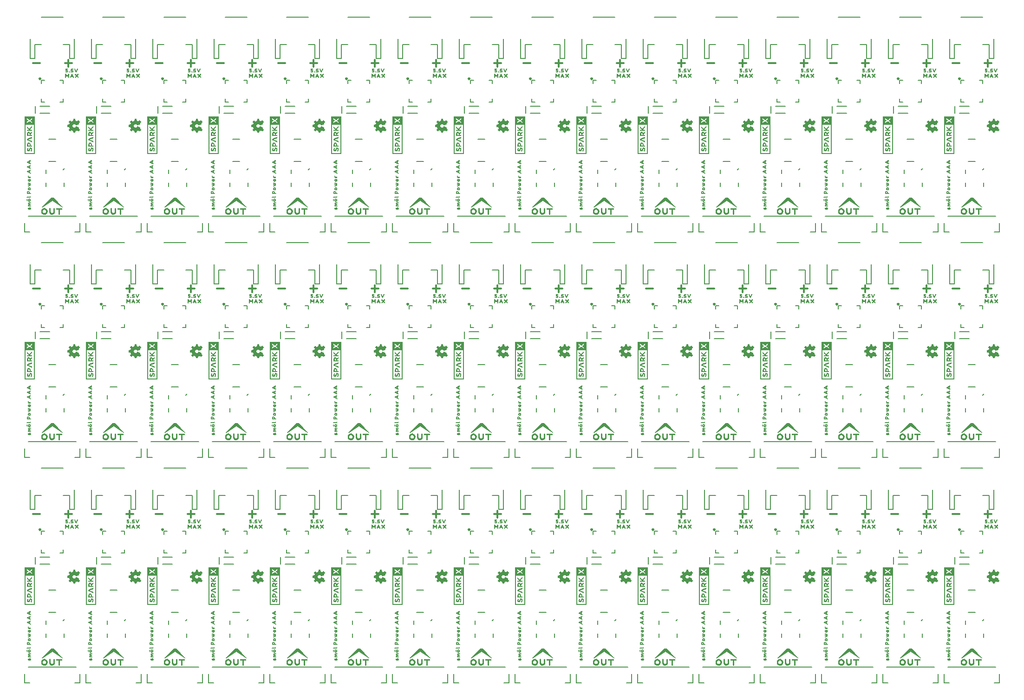
<source format=gto>
G04 EAGLE Gerber RS-274X export*
G75*
%MOMM*%
%FSLAX34Y34*%
%LPD*%
%INSilkscreen Top*%
%IPPOS*%
%AMOC8*
5,1,8,0,0,1.08239X$1,22.5*%
G01*
%ADD10C,0.304800*%
%ADD11C,0.152400*%
%ADD12C,0.203200*%
%ADD13C,0.250000*%

G36*
X692164Y563232D02*
X692164Y563232D01*
X692158Y563239D01*
X692166Y563245D01*
X692166Y631825D01*
X692130Y631872D01*
X692122Y631867D01*
X692116Y631874D01*
X673134Y631874D01*
X673086Y631838D01*
X673092Y631831D01*
X673084Y631825D01*
X673084Y563245D01*
X673120Y563198D01*
X673128Y563203D01*
X673134Y563196D01*
X692116Y563196D01*
X692164Y563232D01*
G37*
G36*
X1698004Y151752D02*
X1698004Y151752D01*
X1697998Y151759D01*
X1698006Y151765D01*
X1698006Y220345D01*
X1697970Y220392D01*
X1697962Y220387D01*
X1697956Y220394D01*
X1678974Y220394D01*
X1678926Y220358D01*
X1678932Y220351D01*
X1678924Y220345D01*
X1678924Y151765D01*
X1678960Y151718D01*
X1678968Y151723D01*
X1678974Y151716D01*
X1697956Y151716D01*
X1698004Y151752D01*
G37*
G36*
X245124Y151752D02*
X245124Y151752D01*
X245118Y151759D01*
X245126Y151765D01*
X245126Y220345D01*
X245090Y220392D01*
X245082Y220387D01*
X245076Y220394D01*
X226094Y220394D01*
X226046Y220358D01*
X226052Y220351D01*
X226044Y220345D01*
X226044Y151765D01*
X226080Y151718D01*
X226088Y151723D01*
X226094Y151716D01*
X245076Y151716D01*
X245124Y151752D01*
G37*
G36*
X1362724Y151752D02*
X1362724Y151752D01*
X1362718Y151759D01*
X1362726Y151765D01*
X1362726Y220345D01*
X1362690Y220392D01*
X1362682Y220387D01*
X1362676Y220394D01*
X1343694Y220394D01*
X1343646Y220358D01*
X1343652Y220351D01*
X1343644Y220345D01*
X1343644Y151765D01*
X1343680Y151718D01*
X1343688Y151723D01*
X1343694Y151716D01*
X1362676Y151716D01*
X1362724Y151752D01*
G37*
G36*
X21604Y563232D02*
X21604Y563232D01*
X21598Y563239D01*
X21606Y563245D01*
X21606Y631825D01*
X21570Y631872D01*
X21562Y631867D01*
X21556Y631874D01*
X2574Y631874D01*
X2526Y631838D01*
X2532Y631831D01*
X2524Y631825D01*
X2524Y563245D01*
X2560Y563198D01*
X2568Y563203D01*
X2574Y563196D01*
X21556Y563196D01*
X21604Y563232D01*
G37*
G36*
X356884Y151752D02*
X356884Y151752D01*
X356878Y151759D01*
X356886Y151765D01*
X356886Y220345D01*
X356850Y220392D01*
X356842Y220387D01*
X356836Y220394D01*
X337854Y220394D01*
X337806Y220358D01*
X337812Y220351D01*
X337804Y220345D01*
X337804Y151765D01*
X337840Y151718D01*
X337848Y151723D01*
X337854Y151716D01*
X356836Y151716D01*
X356884Y151752D01*
G37*
G36*
X1250964Y151752D02*
X1250964Y151752D01*
X1250958Y151759D01*
X1250966Y151765D01*
X1250966Y220345D01*
X1250930Y220392D01*
X1250922Y220387D01*
X1250916Y220394D01*
X1231934Y220394D01*
X1231886Y220358D01*
X1231892Y220351D01*
X1231884Y220345D01*
X1231884Y151765D01*
X1231920Y151718D01*
X1231928Y151723D01*
X1231934Y151716D01*
X1250916Y151716D01*
X1250964Y151752D01*
G37*
G36*
X21570Y220392D02*
X21570Y220392D01*
X21562Y220387D01*
X21556Y220394D01*
X2574Y220394D01*
X2526Y220358D01*
X2532Y220351D01*
X2524Y220345D01*
X2524Y151765D01*
X2560Y151718D01*
X2568Y151723D01*
X2574Y151716D01*
X21556Y151716D01*
X21604Y151752D01*
X21598Y151759D01*
X21606Y151765D01*
X21606Y220345D01*
X21570Y220392D01*
G37*
G36*
X468644Y151752D02*
X468644Y151752D01*
X468638Y151759D01*
X468646Y151765D01*
X468646Y220345D01*
X468610Y220392D01*
X468602Y220387D01*
X468596Y220394D01*
X449614Y220394D01*
X449566Y220358D01*
X449572Y220351D01*
X449564Y220345D01*
X449564Y151765D01*
X449600Y151718D01*
X449608Y151723D01*
X449614Y151716D01*
X468596Y151716D01*
X468644Y151752D01*
G37*
G36*
X133364Y151752D02*
X133364Y151752D01*
X133358Y151759D01*
X133366Y151765D01*
X133366Y220345D01*
X133330Y220392D01*
X133322Y220387D01*
X133316Y220394D01*
X114334Y220394D01*
X114286Y220358D01*
X114292Y220351D01*
X114284Y220345D01*
X114284Y151765D01*
X114320Y151718D01*
X114328Y151723D01*
X114334Y151716D01*
X133316Y151716D01*
X133364Y151752D01*
G37*
G36*
X580404Y151752D02*
X580404Y151752D01*
X580398Y151759D01*
X580406Y151765D01*
X580406Y220345D01*
X580370Y220392D01*
X580362Y220387D01*
X580356Y220394D01*
X561374Y220394D01*
X561326Y220358D01*
X561332Y220351D01*
X561324Y220345D01*
X561324Y151765D01*
X561360Y151718D01*
X561368Y151723D01*
X561374Y151716D01*
X580356Y151716D01*
X580404Y151752D01*
G37*
G36*
X915684Y151752D02*
X915684Y151752D01*
X915678Y151759D01*
X915686Y151765D01*
X915686Y220345D01*
X915650Y220392D01*
X915642Y220387D01*
X915636Y220394D01*
X896654Y220394D01*
X896606Y220358D01*
X896612Y220351D01*
X896604Y220345D01*
X896604Y151765D01*
X896640Y151718D01*
X896648Y151723D01*
X896654Y151716D01*
X915636Y151716D01*
X915684Y151752D01*
G37*
G36*
X803924Y151752D02*
X803924Y151752D01*
X803918Y151759D01*
X803926Y151765D01*
X803926Y220345D01*
X803890Y220392D01*
X803882Y220387D01*
X803876Y220394D01*
X784894Y220394D01*
X784846Y220358D01*
X784852Y220351D01*
X784844Y220345D01*
X784844Y151765D01*
X784880Y151718D01*
X784888Y151723D01*
X784894Y151716D01*
X803876Y151716D01*
X803924Y151752D01*
G37*
G36*
X1139204Y151752D02*
X1139204Y151752D01*
X1139198Y151759D01*
X1139206Y151765D01*
X1139206Y220345D01*
X1139170Y220392D01*
X1139162Y220387D01*
X1139156Y220394D01*
X1120174Y220394D01*
X1120126Y220358D01*
X1120132Y220351D01*
X1120124Y220345D01*
X1120124Y151765D01*
X1120160Y151718D01*
X1120168Y151723D01*
X1120174Y151716D01*
X1139156Y151716D01*
X1139204Y151752D01*
G37*
G36*
X1027444Y151752D02*
X1027444Y151752D01*
X1027438Y151759D01*
X1027446Y151765D01*
X1027446Y220345D01*
X1027410Y220392D01*
X1027402Y220387D01*
X1027396Y220394D01*
X1008414Y220394D01*
X1008366Y220358D01*
X1008372Y220351D01*
X1008364Y220345D01*
X1008364Y151765D01*
X1008400Y151718D01*
X1008408Y151723D01*
X1008414Y151716D01*
X1027396Y151716D01*
X1027444Y151752D01*
G37*
G36*
X1586244Y151752D02*
X1586244Y151752D01*
X1586238Y151759D01*
X1586246Y151765D01*
X1586246Y220345D01*
X1586210Y220392D01*
X1586202Y220387D01*
X1586196Y220394D01*
X1567214Y220394D01*
X1567166Y220358D01*
X1567172Y220351D01*
X1567164Y220345D01*
X1567164Y151765D01*
X1567200Y151718D01*
X1567208Y151723D01*
X1567214Y151716D01*
X1586196Y151716D01*
X1586244Y151752D01*
G37*
G36*
X692164Y151752D02*
X692164Y151752D01*
X692158Y151759D01*
X692166Y151765D01*
X692166Y220345D01*
X692130Y220392D01*
X692122Y220387D01*
X692116Y220394D01*
X673134Y220394D01*
X673086Y220358D01*
X673092Y220351D01*
X673084Y220345D01*
X673084Y151765D01*
X673120Y151718D01*
X673128Y151723D01*
X673134Y151716D01*
X692116Y151716D01*
X692164Y151752D01*
G37*
G36*
X133364Y974712D02*
X133364Y974712D01*
X133358Y974719D01*
X133366Y974725D01*
X133366Y1043305D01*
X133330Y1043352D01*
X133322Y1043347D01*
X133316Y1043354D01*
X114334Y1043354D01*
X114286Y1043318D01*
X114292Y1043311D01*
X114284Y1043305D01*
X114284Y974725D01*
X114320Y974678D01*
X114328Y974683D01*
X114334Y974676D01*
X133316Y974676D01*
X133364Y974712D01*
G37*
G36*
X803924Y563232D02*
X803924Y563232D01*
X803918Y563239D01*
X803926Y563245D01*
X803926Y631825D01*
X803890Y631872D01*
X803882Y631867D01*
X803876Y631874D01*
X784894Y631874D01*
X784846Y631838D01*
X784852Y631831D01*
X784844Y631825D01*
X784844Y563245D01*
X784880Y563198D01*
X784888Y563203D01*
X784894Y563196D01*
X803876Y563196D01*
X803924Y563232D01*
G37*
G36*
X1027444Y563232D02*
X1027444Y563232D01*
X1027438Y563239D01*
X1027446Y563245D01*
X1027446Y631825D01*
X1027410Y631872D01*
X1027402Y631867D01*
X1027396Y631874D01*
X1008414Y631874D01*
X1008366Y631838D01*
X1008372Y631831D01*
X1008364Y631825D01*
X1008364Y563245D01*
X1008400Y563198D01*
X1008408Y563203D01*
X1008414Y563196D01*
X1027396Y563196D01*
X1027444Y563232D01*
G37*
G36*
X245124Y563232D02*
X245124Y563232D01*
X245118Y563239D01*
X245126Y563245D01*
X245126Y631825D01*
X245090Y631872D01*
X245082Y631867D01*
X245076Y631874D01*
X226094Y631874D01*
X226046Y631838D01*
X226052Y631831D01*
X226044Y631825D01*
X226044Y563245D01*
X226080Y563198D01*
X226088Y563203D01*
X226094Y563196D01*
X245076Y563196D01*
X245124Y563232D01*
G37*
G36*
X580404Y563232D02*
X580404Y563232D01*
X580398Y563239D01*
X580406Y563245D01*
X580406Y631825D01*
X580370Y631872D01*
X580362Y631867D01*
X580356Y631874D01*
X561374Y631874D01*
X561326Y631838D01*
X561332Y631831D01*
X561324Y631825D01*
X561324Y563245D01*
X561360Y563198D01*
X561368Y563203D01*
X561374Y563196D01*
X580356Y563196D01*
X580404Y563232D01*
G37*
G36*
X468644Y563232D02*
X468644Y563232D01*
X468638Y563239D01*
X468646Y563245D01*
X468646Y631825D01*
X468610Y631872D01*
X468602Y631867D01*
X468596Y631874D01*
X449614Y631874D01*
X449566Y631838D01*
X449572Y631831D01*
X449564Y631825D01*
X449564Y563245D01*
X449600Y563198D01*
X449608Y563203D01*
X449614Y563196D01*
X468596Y563196D01*
X468644Y563232D01*
G37*
G36*
X1362724Y563232D02*
X1362724Y563232D01*
X1362718Y563239D01*
X1362726Y563245D01*
X1362726Y631825D01*
X1362690Y631872D01*
X1362682Y631867D01*
X1362676Y631874D01*
X1343694Y631874D01*
X1343646Y631838D01*
X1343652Y631831D01*
X1343644Y631825D01*
X1343644Y563245D01*
X1343680Y563198D01*
X1343688Y563203D01*
X1343694Y563196D01*
X1362676Y563196D01*
X1362724Y563232D01*
G37*
G36*
X356884Y563232D02*
X356884Y563232D01*
X356878Y563239D01*
X356886Y563245D01*
X356886Y631825D01*
X356850Y631872D01*
X356842Y631867D01*
X356836Y631874D01*
X337854Y631874D01*
X337806Y631838D01*
X337812Y631831D01*
X337804Y631825D01*
X337804Y563245D01*
X337840Y563198D01*
X337848Y563203D01*
X337854Y563196D01*
X356836Y563196D01*
X356884Y563232D01*
G37*
G36*
X915684Y563232D02*
X915684Y563232D01*
X915678Y563239D01*
X915686Y563245D01*
X915686Y631825D01*
X915650Y631872D01*
X915642Y631867D01*
X915636Y631874D01*
X896654Y631874D01*
X896606Y631838D01*
X896612Y631831D01*
X896604Y631825D01*
X896604Y563245D01*
X896640Y563198D01*
X896648Y563203D01*
X896654Y563196D01*
X915636Y563196D01*
X915684Y563232D01*
G37*
G36*
X1139204Y563232D02*
X1139204Y563232D01*
X1139198Y563239D01*
X1139206Y563245D01*
X1139206Y631825D01*
X1139170Y631872D01*
X1139162Y631867D01*
X1139156Y631874D01*
X1120174Y631874D01*
X1120126Y631838D01*
X1120132Y631831D01*
X1120124Y631825D01*
X1120124Y563245D01*
X1120160Y563198D01*
X1120168Y563203D01*
X1120174Y563196D01*
X1139156Y563196D01*
X1139204Y563232D01*
G37*
G36*
X133364Y563232D02*
X133364Y563232D01*
X133358Y563239D01*
X133366Y563245D01*
X133366Y631825D01*
X133330Y631872D01*
X133322Y631867D01*
X133316Y631874D01*
X114334Y631874D01*
X114286Y631838D01*
X114292Y631831D01*
X114284Y631825D01*
X114284Y563245D01*
X114320Y563198D01*
X114328Y563203D01*
X114334Y563196D01*
X133316Y563196D01*
X133364Y563232D01*
G37*
G36*
X1474484Y563232D02*
X1474484Y563232D01*
X1474478Y563239D01*
X1474486Y563245D01*
X1474486Y631825D01*
X1474450Y631872D01*
X1474442Y631867D01*
X1474436Y631874D01*
X1455454Y631874D01*
X1455406Y631838D01*
X1455412Y631831D01*
X1455404Y631825D01*
X1455404Y563245D01*
X1455440Y563198D01*
X1455448Y563203D01*
X1455454Y563196D01*
X1474436Y563196D01*
X1474484Y563232D01*
G37*
G36*
X1250964Y563232D02*
X1250964Y563232D01*
X1250958Y563239D01*
X1250966Y563245D01*
X1250966Y631825D01*
X1250930Y631872D01*
X1250922Y631867D01*
X1250916Y631874D01*
X1231934Y631874D01*
X1231886Y631838D01*
X1231892Y631831D01*
X1231884Y631825D01*
X1231884Y563245D01*
X1231920Y563198D01*
X1231928Y563203D01*
X1231934Y563196D01*
X1250916Y563196D01*
X1250964Y563232D01*
G37*
G36*
X1698004Y563232D02*
X1698004Y563232D01*
X1697998Y563239D01*
X1698006Y563245D01*
X1698006Y631825D01*
X1697970Y631872D01*
X1697962Y631867D01*
X1697956Y631874D01*
X1678974Y631874D01*
X1678926Y631838D01*
X1678932Y631831D01*
X1678924Y631825D01*
X1678924Y563245D01*
X1678960Y563198D01*
X1678968Y563203D01*
X1678974Y563196D01*
X1697956Y563196D01*
X1698004Y563232D01*
G37*
G36*
X1586244Y563232D02*
X1586244Y563232D01*
X1586238Y563239D01*
X1586246Y563245D01*
X1586246Y631825D01*
X1586210Y631872D01*
X1586202Y631867D01*
X1586196Y631874D01*
X1567214Y631874D01*
X1567166Y631838D01*
X1567172Y631831D01*
X1567164Y631825D01*
X1567164Y563245D01*
X1567200Y563198D01*
X1567208Y563203D01*
X1567214Y563196D01*
X1586196Y563196D01*
X1586244Y563232D01*
G37*
G36*
X915684Y974712D02*
X915684Y974712D01*
X915678Y974719D01*
X915686Y974725D01*
X915686Y1043305D01*
X915650Y1043352D01*
X915642Y1043347D01*
X915636Y1043354D01*
X896654Y1043354D01*
X896606Y1043318D01*
X896612Y1043311D01*
X896604Y1043305D01*
X896604Y974725D01*
X896640Y974678D01*
X896648Y974683D01*
X896654Y974676D01*
X915636Y974676D01*
X915684Y974712D01*
G37*
G36*
X1474484Y151752D02*
X1474484Y151752D01*
X1474478Y151759D01*
X1474486Y151765D01*
X1474486Y220345D01*
X1474450Y220392D01*
X1474442Y220387D01*
X1474436Y220394D01*
X1455454Y220394D01*
X1455406Y220358D01*
X1455412Y220351D01*
X1455404Y220345D01*
X1455404Y151765D01*
X1455440Y151718D01*
X1455448Y151723D01*
X1455454Y151716D01*
X1474436Y151716D01*
X1474484Y151752D01*
G37*
G36*
X1250964Y974712D02*
X1250964Y974712D01*
X1250958Y974719D01*
X1250966Y974725D01*
X1250966Y1043305D01*
X1250930Y1043352D01*
X1250922Y1043347D01*
X1250916Y1043354D01*
X1231934Y1043354D01*
X1231886Y1043318D01*
X1231892Y1043311D01*
X1231884Y1043305D01*
X1231884Y974725D01*
X1231920Y974678D01*
X1231928Y974683D01*
X1231934Y974676D01*
X1250916Y974676D01*
X1250964Y974712D01*
G37*
G36*
X580404Y974712D02*
X580404Y974712D01*
X580398Y974719D01*
X580406Y974725D01*
X580406Y1043305D01*
X580370Y1043352D01*
X580362Y1043347D01*
X580356Y1043354D01*
X561374Y1043354D01*
X561326Y1043318D01*
X561332Y1043311D01*
X561324Y1043305D01*
X561324Y974725D01*
X561360Y974678D01*
X561368Y974683D01*
X561374Y974676D01*
X580356Y974676D01*
X580404Y974712D01*
G37*
G36*
X692164Y974712D02*
X692164Y974712D01*
X692158Y974719D01*
X692166Y974725D01*
X692166Y1043305D01*
X692130Y1043352D01*
X692122Y1043347D01*
X692116Y1043354D01*
X673134Y1043354D01*
X673086Y1043318D01*
X673092Y1043311D01*
X673084Y1043305D01*
X673084Y974725D01*
X673120Y974678D01*
X673128Y974683D01*
X673134Y974676D01*
X692116Y974676D01*
X692164Y974712D01*
G37*
G36*
X1698004Y974712D02*
X1698004Y974712D01*
X1697998Y974719D01*
X1698006Y974725D01*
X1698006Y1043305D01*
X1697970Y1043352D01*
X1697962Y1043347D01*
X1697956Y1043354D01*
X1678974Y1043354D01*
X1678926Y1043318D01*
X1678932Y1043311D01*
X1678924Y1043305D01*
X1678924Y974725D01*
X1678960Y974678D01*
X1678968Y974683D01*
X1678974Y974676D01*
X1697956Y974676D01*
X1698004Y974712D01*
G37*
G36*
X356884Y974712D02*
X356884Y974712D01*
X356878Y974719D01*
X356886Y974725D01*
X356886Y1043305D01*
X356850Y1043352D01*
X356842Y1043347D01*
X356836Y1043354D01*
X337854Y1043354D01*
X337806Y1043318D01*
X337812Y1043311D01*
X337804Y1043305D01*
X337804Y974725D01*
X337840Y974678D01*
X337848Y974683D01*
X337854Y974676D01*
X356836Y974676D01*
X356884Y974712D01*
G37*
G36*
X1139204Y974712D02*
X1139204Y974712D01*
X1139198Y974719D01*
X1139206Y974725D01*
X1139206Y1043305D01*
X1139170Y1043352D01*
X1139162Y1043347D01*
X1139156Y1043354D01*
X1120174Y1043354D01*
X1120126Y1043318D01*
X1120132Y1043311D01*
X1120124Y1043305D01*
X1120124Y974725D01*
X1120160Y974678D01*
X1120168Y974683D01*
X1120174Y974676D01*
X1139156Y974676D01*
X1139204Y974712D01*
G37*
G36*
X1027444Y974712D02*
X1027444Y974712D01*
X1027438Y974719D01*
X1027446Y974725D01*
X1027446Y1043305D01*
X1027410Y1043352D01*
X1027402Y1043347D01*
X1027396Y1043354D01*
X1008414Y1043354D01*
X1008366Y1043318D01*
X1008372Y1043311D01*
X1008364Y1043305D01*
X1008364Y974725D01*
X1008400Y974678D01*
X1008408Y974683D01*
X1008414Y974676D01*
X1027396Y974676D01*
X1027444Y974712D01*
G37*
G36*
X1362724Y974712D02*
X1362724Y974712D01*
X1362718Y974719D01*
X1362726Y974725D01*
X1362726Y1043305D01*
X1362690Y1043352D01*
X1362682Y1043347D01*
X1362676Y1043354D01*
X1343694Y1043354D01*
X1343646Y1043318D01*
X1343652Y1043311D01*
X1343644Y1043305D01*
X1343644Y974725D01*
X1343680Y974678D01*
X1343688Y974683D01*
X1343694Y974676D01*
X1362676Y974676D01*
X1362724Y974712D01*
G37*
G36*
X803924Y974712D02*
X803924Y974712D01*
X803918Y974719D01*
X803926Y974725D01*
X803926Y1043305D01*
X803890Y1043352D01*
X803882Y1043347D01*
X803876Y1043354D01*
X784894Y1043354D01*
X784846Y1043318D01*
X784852Y1043311D01*
X784844Y1043305D01*
X784844Y974725D01*
X784880Y974678D01*
X784888Y974683D01*
X784894Y974676D01*
X803876Y974676D01*
X803924Y974712D01*
G37*
G36*
X1586244Y974712D02*
X1586244Y974712D01*
X1586238Y974719D01*
X1586246Y974725D01*
X1586246Y1043305D01*
X1586210Y1043352D01*
X1586202Y1043347D01*
X1586196Y1043354D01*
X1567214Y1043354D01*
X1567166Y1043318D01*
X1567172Y1043311D01*
X1567164Y1043305D01*
X1567164Y974725D01*
X1567200Y974678D01*
X1567208Y974683D01*
X1567214Y974676D01*
X1586196Y974676D01*
X1586244Y974712D01*
G37*
G36*
X245124Y974712D02*
X245124Y974712D01*
X245118Y974719D01*
X245126Y974725D01*
X245126Y1043305D01*
X245090Y1043352D01*
X245082Y1043347D01*
X245076Y1043354D01*
X226094Y1043354D01*
X226046Y1043318D01*
X226052Y1043311D01*
X226044Y1043305D01*
X226044Y974725D01*
X226080Y974678D01*
X226088Y974683D01*
X226094Y974676D01*
X245076Y974676D01*
X245124Y974712D01*
G37*
G36*
X21604Y974712D02*
X21604Y974712D01*
X21598Y974719D01*
X21606Y974725D01*
X21606Y1043305D01*
X21570Y1043352D01*
X21562Y1043347D01*
X21556Y1043354D01*
X2574Y1043354D01*
X2526Y1043318D01*
X2532Y1043311D01*
X2524Y1043305D01*
X2524Y974725D01*
X2560Y974678D01*
X2568Y974683D01*
X2574Y974676D01*
X21556Y974676D01*
X21604Y974712D01*
G37*
G36*
X468644Y974712D02*
X468644Y974712D01*
X468638Y974719D01*
X468646Y974725D01*
X468646Y1043305D01*
X468610Y1043352D01*
X468602Y1043347D01*
X468596Y1043354D01*
X449614Y1043354D01*
X449566Y1043318D01*
X449572Y1043311D01*
X449564Y1043305D01*
X449564Y974725D01*
X449600Y974678D01*
X449608Y974683D01*
X449614Y974676D01*
X468596Y974676D01*
X468644Y974712D01*
G37*
G36*
X1474484Y974712D02*
X1474484Y974712D01*
X1474478Y974719D01*
X1474486Y974725D01*
X1474486Y1043305D01*
X1474450Y1043352D01*
X1474442Y1043347D01*
X1474436Y1043354D01*
X1455454Y1043354D01*
X1455406Y1043318D01*
X1455412Y1043311D01*
X1455404Y1043305D01*
X1455404Y974725D01*
X1455440Y974678D01*
X1455448Y974683D01*
X1455454Y974676D01*
X1474436Y974676D01*
X1474484Y974712D01*
G37*
%LPC*%
G36*
X19745Y153577D02*
X19745Y153577D01*
X4385Y153577D01*
X4385Y204975D01*
X19745Y204975D01*
X19745Y153577D01*
G37*
%LPD*%
%LPC*%
G36*
X116145Y565057D02*
X116145Y565057D01*
X116145Y616455D01*
X131505Y616455D01*
X131505Y565057D01*
X116145Y565057D01*
G37*
%LPD*%
%LPC*%
G36*
X1457265Y565057D02*
X1457265Y565057D01*
X1457265Y616455D01*
X1472625Y616455D01*
X1472625Y565057D01*
X1457265Y565057D01*
G37*
%LPD*%
%LPC*%
G36*
X1569025Y565057D02*
X1569025Y565057D01*
X1569025Y616455D01*
X1584385Y616455D01*
X1584385Y565057D01*
X1569025Y565057D01*
G37*
%LPD*%
%LPC*%
G36*
X451425Y565057D02*
X451425Y565057D01*
X451425Y616455D01*
X466785Y616455D01*
X466785Y565057D01*
X451425Y565057D01*
G37*
%LPD*%
%LPC*%
G36*
X674945Y565057D02*
X674945Y565057D01*
X674945Y616455D01*
X690305Y616455D01*
X690305Y565057D01*
X674945Y565057D01*
G37*
%LPD*%
%LPC*%
G36*
X1233745Y565057D02*
X1233745Y565057D01*
X1233745Y616455D01*
X1249105Y616455D01*
X1249105Y565057D01*
X1233745Y565057D01*
G37*
%LPD*%
%LPC*%
G36*
X339665Y565057D02*
X339665Y565057D01*
X339665Y616455D01*
X355025Y616455D01*
X355025Y565057D01*
X339665Y565057D01*
G37*
%LPD*%
%LPC*%
G36*
X898465Y565057D02*
X898465Y565057D01*
X898465Y616455D01*
X913825Y616455D01*
X913825Y565057D01*
X898465Y565057D01*
G37*
%LPD*%
%LPC*%
G36*
X1457265Y976537D02*
X1457265Y976537D01*
X1457265Y1027935D01*
X1472625Y1027935D01*
X1472625Y976537D01*
X1457265Y976537D01*
G37*
%LPD*%
%LPC*%
G36*
X227905Y976537D02*
X227905Y976537D01*
X227905Y1027935D01*
X243265Y1027935D01*
X243265Y976537D01*
X227905Y976537D01*
G37*
%LPD*%
%LPC*%
G36*
X674945Y976537D02*
X674945Y976537D01*
X674945Y1027935D01*
X690305Y1027935D01*
X690305Y976537D01*
X674945Y976537D01*
G37*
%LPD*%
%LPC*%
G36*
X898465Y976537D02*
X898465Y976537D01*
X898465Y1027935D01*
X913825Y1027935D01*
X913825Y976537D01*
X898465Y976537D01*
G37*
%LPD*%
%LPC*%
G36*
X563185Y976537D02*
X563185Y976537D01*
X563185Y1027935D01*
X578545Y1027935D01*
X578545Y976537D01*
X563185Y976537D01*
G37*
%LPD*%
%LPC*%
G36*
X1569025Y976537D02*
X1569025Y976537D01*
X1569025Y1027935D01*
X1584385Y1027935D01*
X1584385Y976537D01*
X1569025Y976537D01*
G37*
%LPD*%
%LPC*%
G36*
X1345505Y976537D02*
X1345505Y976537D01*
X1345505Y1027935D01*
X1360865Y1027935D01*
X1360865Y976537D01*
X1345505Y976537D01*
G37*
%LPD*%
%LPC*%
G36*
X1680785Y565057D02*
X1680785Y565057D01*
X1680785Y616455D01*
X1696145Y616455D01*
X1696145Y565057D01*
X1680785Y565057D01*
G37*
%LPD*%
%LPC*%
G36*
X4385Y565057D02*
X4385Y565057D01*
X4385Y616455D01*
X19745Y616455D01*
X19745Y565057D01*
X4385Y565057D01*
G37*
%LPD*%
%LPC*%
G36*
X1345505Y565057D02*
X1345505Y565057D01*
X1345505Y616455D01*
X1360865Y616455D01*
X1360865Y565057D01*
X1345505Y565057D01*
G37*
%LPD*%
%LPC*%
G36*
X227905Y565057D02*
X227905Y565057D01*
X227905Y616455D01*
X243265Y616455D01*
X243265Y565057D01*
X227905Y565057D01*
G37*
%LPD*%
%LPC*%
G36*
X786705Y565057D02*
X786705Y565057D01*
X786705Y616455D01*
X802065Y616455D01*
X802065Y565057D01*
X786705Y565057D01*
G37*
%LPD*%
%LPC*%
G36*
X1121985Y565057D02*
X1121985Y565057D01*
X1121985Y616455D01*
X1137345Y616455D01*
X1137345Y565057D01*
X1121985Y565057D01*
G37*
%LPD*%
%LPC*%
G36*
X563185Y565057D02*
X563185Y565057D01*
X563185Y616455D01*
X578545Y616455D01*
X578545Y565057D01*
X563185Y565057D01*
G37*
%LPD*%
%LPC*%
G36*
X1010225Y565057D02*
X1010225Y565057D01*
X1010225Y616455D01*
X1025585Y616455D01*
X1025585Y565057D01*
X1010225Y565057D01*
G37*
%LPD*%
%LPC*%
G36*
X451425Y153577D02*
X451425Y153577D01*
X451425Y204975D01*
X466785Y204975D01*
X466785Y153577D01*
X451425Y153577D01*
G37*
%LPD*%
%LPC*%
G36*
X1233745Y976537D02*
X1233745Y976537D01*
X1233745Y1027935D01*
X1249105Y1027935D01*
X1249105Y976537D01*
X1233745Y976537D01*
G37*
%LPD*%
%LPC*%
G36*
X563185Y153577D02*
X563185Y153577D01*
X563185Y204975D01*
X578545Y204975D01*
X578545Y153577D01*
X563185Y153577D01*
G37*
%LPD*%
%LPC*%
G36*
X451425Y976537D02*
X451425Y976537D01*
X451425Y1027935D01*
X466785Y1027935D01*
X466785Y976537D01*
X451425Y976537D01*
G37*
%LPD*%
%LPC*%
G36*
X786705Y976537D02*
X786705Y976537D01*
X786705Y1027935D01*
X802065Y1027935D01*
X802065Y976537D01*
X786705Y976537D01*
G37*
%LPD*%
%LPC*%
G36*
X116145Y976537D02*
X116145Y976537D01*
X116145Y1027935D01*
X131505Y1027935D01*
X131505Y976537D01*
X116145Y976537D01*
G37*
%LPD*%
%LPC*%
G36*
X1121985Y976537D02*
X1121985Y976537D01*
X1121985Y1027935D01*
X1137345Y1027935D01*
X1137345Y976537D01*
X1121985Y976537D01*
G37*
%LPD*%
%LPC*%
G36*
X1680785Y976537D02*
X1680785Y976537D01*
X1680785Y1027935D01*
X1696145Y1027935D01*
X1696145Y976537D01*
X1680785Y976537D01*
G37*
%LPD*%
%LPC*%
G36*
X4385Y976537D02*
X4385Y976537D01*
X4385Y1027935D01*
X19745Y1027935D01*
X19745Y976537D01*
X4385Y976537D01*
G37*
%LPD*%
%LPC*%
G36*
X1010225Y976537D02*
X1010225Y976537D01*
X1010225Y1027935D01*
X1025585Y1027935D01*
X1025585Y976537D01*
X1010225Y976537D01*
G37*
%LPD*%
%LPC*%
G36*
X339665Y976537D02*
X339665Y976537D01*
X339665Y1027935D01*
X355025Y1027935D01*
X355025Y976537D01*
X339665Y976537D01*
G37*
%LPD*%
%LPC*%
G36*
X1121985Y153577D02*
X1121985Y153577D01*
X1121985Y204975D01*
X1137345Y204975D01*
X1137345Y153577D01*
X1121985Y153577D01*
G37*
%LPD*%
%LPC*%
G36*
X1680785Y153577D02*
X1680785Y153577D01*
X1680785Y204975D01*
X1696145Y204975D01*
X1696145Y153577D01*
X1680785Y153577D01*
G37*
%LPD*%
%LPC*%
G36*
X227905Y153577D02*
X227905Y153577D01*
X227905Y204975D01*
X243265Y204975D01*
X243265Y153577D01*
X227905Y153577D01*
G37*
%LPD*%
%LPC*%
G36*
X116145Y153577D02*
X116145Y153577D01*
X116145Y204975D01*
X131505Y204975D01*
X131505Y153577D01*
X116145Y153577D01*
G37*
%LPD*%
%LPC*%
G36*
X674945Y153577D02*
X674945Y153577D01*
X674945Y204975D01*
X690305Y204975D01*
X690305Y153577D01*
X674945Y153577D01*
G37*
%LPD*%
%LPC*%
G36*
X1010225Y153577D02*
X1010225Y153577D01*
X1010225Y204975D01*
X1025585Y204975D01*
X1025585Y153577D01*
X1010225Y153577D01*
G37*
%LPD*%
%LPC*%
G36*
X1345505Y153577D02*
X1345505Y153577D01*
X1345505Y204975D01*
X1360865Y204975D01*
X1360865Y153577D01*
X1345505Y153577D01*
G37*
%LPD*%
%LPC*%
G36*
X1569025Y153577D02*
X1569025Y153577D01*
X1569025Y204975D01*
X1584385Y204975D01*
X1584385Y153577D01*
X1569025Y153577D01*
G37*
%LPD*%
%LPC*%
G36*
X898465Y153577D02*
X898465Y153577D01*
X898465Y204975D01*
X913825Y204975D01*
X913825Y153577D01*
X898465Y153577D01*
G37*
%LPD*%
%LPC*%
G36*
X339665Y153577D02*
X339665Y153577D01*
X339665Y204975D01*
X355025Y204975D01*
X355025Y153577D01*
X339665Y153577D01*
G37*
%LPD*%
%LPC*%
G36*
X1233745Y153577D02*
X1233745Y153577D01*
X1233745Y204975D01*
X1249105Y204975D01*
X1249105Y153577D01*
X1233745Y153577D01*
G37*
%LPD*%
%LPC*%
G36*
X786705Y153577D02*
X786705Y153577D01*
X786705Y204975D01*
X802065Y204975D01*
X802065Y153577D01*
X786705Y153577D01*
G37*
%LPD*%
%LPC*%
G36*
X1457265Y153577D02*
X1457265Y153577D01*
X1457265Y204975D01*
X1472625Y204975D01*
X1472625Y153577D01*
X1457265Y153577D01*
G37*
%LPD*%
G36*
X206850Y190491D02*
X206850Y190491D01*
X206869Y190489D01*
X206934Y190511D01*
X207000Y190526D01*
X207015Y190539D01*
X207033Y190545D01*
X207081Y190593D01*
X207133Y190636D01*
X207141Y190654D01*
X207155Y190668D01*
X207195Y190774D01*
X207204Y190794D01*
X207204Y190798D01*
X207205Y190802D01*
X207763Y194058D01*
X207821Y194087D01*
X207931Y194087D01*
X208006Y194104D01*
X208081Y194118D01*
X208091Y194124D01*
X208100Y194126D01*
X208127Y194149D01*
X208183Y194187D01*
X208231Y194187D01*
X208306Y194204D01*
X208381Y194218D01*
X208391Y194224D01*
X208400Y194226D01*
X208427Y194249D01*
X208499Y194298D01*
X208556Y194354D01*
X208621Y194387D01*
X208731Y194387D01*
X208806Y194404D01*
X208881Y194418D01*
X208891Y194424D01*
X208900Y194426D01*
X208927Y194449D01*
X208983Y194487D01*
X209031Y194487D01*
X209106Y194504D01*
X209181Y194518D01*
X209191Y194524D01*
X209200Y194526D01*
X209227Y194549D01*
X209299Y194598D01*
X209356Y194654D01*
X209501Y194727D01*
X209529Y194750D01*
X209599Y194798D01*
X209656Y194854D01*
X209721Y194887D01*
X209731Y194887D01*
X209747Y194890D01*
X209763Y194888D01*
X209894Y194925D01*
X209896Y194925D01*
X212511Y193057D01*
X212526Y193051D01*
X212537Y193040D01*
X212605Y193019D01*
X212671Y192992D01*
X212687Y192993D01*
X212702Y192988D01*
X212772Y192999D01*
X212844Y193004D01*
X212857Y193012D01*
X212873Y193014D01*
X212989Y193089D01*
X212993Y193091D01*
X212993Y193092D01*
X215293Y195292D01*
X215305Y195310D01*
X215322Y195323D01*
X215352Y195382D01*
X215388Y195437D01*
X215390Y195458D01*
X215400Y195477D01*
X215400Y195543D01*
X215408Y195609D01*
X215401Y195629D01*
X215401Y195650D01*
X215359Y195745D01*
X215350Y195772D01*
X215346Y195775D01*
X215344Y195781D01*
X213467Y198502D01*
X213484Y198525D01*
X213486Y198537D01*
X213491Y198545D01*
X213494Y198580D01*
X213497Y198595D01*
X213499Y198598D01*
X213540Y198663D01*
X213584Y198725D01*
X213586Y198737D01*
X213591Y198745D01*
X213594Y198780D01*
X213597Y198795D01*
X213599Y198798D01*
X213640Y198863D01*
X213684Y198925D01*
X213686Y198937D01*
X213691Y198945D01*
X213694Y198980D01*
X213697Y198995D01*
X213699Y198998D01*
X213740Y199063D01*
X213784Y199125D01*
X213786Y199137D01*
X213791Y199145D01*
X213794Y199180D01*
X213797Y199195D01*
X213799Y199198D01*
X213840Y199263D01*
X213884Y199325D01*
X213886Y199337D01*
X213891Y199345D01*
X213894Y199380D01*
X213897Y199395D01*
X213899Y199398D01*
X213940Y199463D01*
X213984Y199525D01*
X213986Y199537D01*
X213991Y199545D01*
X213994Y199580D01*
X214011Y199666D01*
X214011Y199716D01*
X214021Y199733D01*
X214028Y199738D01*
X214030Y199743D01*
X214056Y199770D01*
X214069Y199809D01*
X214091Y199845D01*
X214095Y199889D01*
X214098Y199896D01*
X214098Y199900D01*
X214109Y199934D01*
X214103Y199976D01*
X214107Y200017D01*
X214092Y200057D01*
X214091Y200069D01*
X214089Y200074D01*
X214084Y200105D01*
X214060Y200140D01*
X214045Y200179D01*
X214018Y200204D01*
X214008Y200221D01*
X213999Y200227D01*
X213986Y200247D01*
X213943Y200273D01*
X213918Y200296D01*
X213893Y200303D01*
X213874Y200315D01*
X213867Y200320D01*
X213865Y200321D01*
X213863Y200322D01*
X208463Y202322D01*
X208406Y202329D01*
X208351Y202345D01*
X208321Y202339D01*
X208291Y202343D01*
X208237Y202324D01*
X208181Y202314D01*
X208156Y202296D01*
X208128Y202286D01*
X208088Y202245D01*
X208042Y202211D01*
X208025Y202181D01*
X208007Y202162D01*
X207997Y202130D01*
X207972Y202086D01*
X207880Y201812D01*
X207720Y201491D01*
X207563Y201334D01*
X207544Y201304D01*
X207492Y201236D01*
X207420Y201091D01*
X207307Y200978D01*
X207162Y200905D01*
X207134Y200882D01*
X207063Y200834D01*
X206907Y200678D01*
X206586Y200517D01*
X206311Y200426D01*
X206292Y200414D01*
X206262Y200405D01*
X205942Y200245D01*
X205731Y200245D01*
X205696Y200237D01*
X205611Y200226D01*
X205370Y200145D01*
X204893Y200145D01*
X203799Y200510D01*
X203273Y200861D01*
X203126Y201008D01*
X202947Y201276D01*
X202924Y201298D01*
X202899Y201334D01*
X202726Y201508D01*
X202575Y201734D01*
X202491Y201986D01*
X202472Y202018D01*
X202447Y202076D01*
X202311Y202281D01*
X202311Y202466D01*
X202302Y202501D01*
X202299Y202558D01*
X202211Y202913D01*
X202211Y203504D01*
X202291Y203746D01*
X202294Y203782D01*
X202311Y203866D01*
X202311Y204051D01*
X202447Y204256D01*
X202460Y204291D01*
X202491Y204346D01*
X202575Y204598D01*
X202926Y205125D01*
X203273Y205471D01*
X203799Y205822D01*
X204051Y205906D01*
X204083Y205926D01*
X204142Y205950D01*
X204346Y206087D01*
X204531Y206087D01*
X204566Y206095D01*
X204651Y206106D01*
X204893Y206187D01*
X205670Y206187D01*
X205911Y206106D01*
X205947Y206103D01*
X206031Y206087D01*
X206142Y206087D01*
X206262Y206027D01*
X206284Y206021D01*
X206311Y206006D01*
X206586Y205915D01*
X206707Y205854D01*
X206863Y205698D01*
X206894Y205679D01*
X206962Y205627D01*
X207107Y205554D01*
X207420Y205241D01*
X207492Y205096D01*
X207515Y205069D01*
X207535Y205040D01*
X207543Y205024D01*
X207547Y205022D01*
X207563Y204998D01*
X207720Y204841D01*
X207992Y204296D01*
X208012Y204273D01*
X208024Y204244D01*
X208067Y204207D01*
X208103Y204163D01*
X208131Y204151D01*
X208154Y204131D01*
X208209Y204116D01*
X208261Y204093D01*
X208292Y204095D01*
X208322Y204087D01*
X208396Y204099D01*
X208434Y204101D01*
X208446Y204108D01*
X208463Y204110D01*
X213863Y206110D01*
X213880Y206122D01*
X213900Y206126D01*
X213951Y206169D01*
X214007Y206206D01*
X214018Y206224D01*
X214033Y206236D01*
X214060Y206298D01*
X214094Y206356D01*
X214095Y206376D01*
X214104Y206394D01*
X214101Y206461D01*
X214105Y206528D01*
X214098Y206547D01*
X214097Y206567D01*
X214065Y206626D01*
X214039Y206688D01*
X214024Y206701D01*
X214014Y206719D01*
X213995Y206732D01*
X213993Y206740D01*
X213980Y206816D01*
X213973Y206825D01*
X213971Y206834D01*
X213948Y206862D01*
X213899Y206934D01*
X213893Y206941D01*
X213880Y207016D01*
X213873Y207025D01*
X213871Y207034D01*
X213848Y207062D01*
X213799Y207134D01*
X213793Y207141D01*
X213780Y207216D01*
X213773Y207225D01*
X213771Y207234D01*
X213748Y207262D01*
X213711Y207318D01*
X213711Y207366D01*
X213693Y207440D01*
X213680Y207516D01*
X213673Y207525D01*
X213671Y207534D01*
X213648Y207562D01*
X213599Y207634D01*
X213598Y207636D01*
X213597Y207654D01*
X213588Y207671D01*
X213580Y207716D01*
X213573Y207725D01*
X213571Y207734D01*
X213548Y207762D01*
X213499Y207834D01*
X213482Y207852D01*
X215344Y210551D01*
X215350Y210567D01*
X215361Y210579D01*
X215381Y210647D01*
X215407Y210712D01*
X215405Y210729D01*
X215410Y210745D01*
X215398Y210814D01*
X215392Y210884D01*
X215383Y210899D01*
X215380Y210916D01*
X215308Y211022D01*
X215302Y211032D01*
X215300Y211033D01*
X215299Y211034D01*
X212999Y213334D01*
X212979Y213347D01*
X212963Y213366D01*
X212906Y213392D01*
X212852Y213425D01*
X212828Y213428D01*
X212805Y213438D01*
X212743Y213436D01*
X212680Y213442D01*
X212657Y213433D01*
X212632Y213432D01*
X212550Y213392D01*
X212519Y213380D01*
X212513Y213374D01*
X212504Y213369D01*
X209910Y211424D01*
X209899Y211434D01*
X209869Y211453D01*
X209801Y211505D01*
X209601Y211605D01*
X209585Y211609D01*
X209572Y211618D01*
X209438Y211644D01*
X209433Y211645D01*
X209432Y211645D01*
X209431Y211645D01*
X209421Y211645D01*
X209356Y211678D01*
X209299Y211734D01*
X209269Y211753D01*
X209201Y211805D01*
X209001Y211905D01*
X208985Y211909D01*
X208972Y211918D01*
X208838Y211944D01*
X208833Y211945D01*
X208832Y211945D01*
X208831Y211945D01*
X208821Y211945D01*
X208501Y212105D01*
X208485Y212109D01*
X208472Y212118D01*
X208338Y212144D01*
X208333Y212145D01*
X208332Y212145D01*
X208331Y212145D01*
X208321Y212145D01*
X208201Y212205D01*
X208185Y212209D01*
X208172Y212218D01*
X208038Y212244D01*
X208033Y212245D01*
X208032Y212245D01*
X208031Y212245D01*
X208021Y212245D01*
X207901Y212305D01*
X207885Y212309D01*
X207872Y212318D01*
X207770Y212338D01*
X207205Y215630D01*
X207198Y215648D01*
X207197Y215667D01*
X207164Y215727D01*
X207138Y215789D01*
X207123Y215802D01*
X207114Y215819D01*
X207058Y215858D01*
X207007Y215902D01*
X206988Y215907D01*
X206972Y215918D01*
X206861Y215940D01*
X206839Y215945D01*
X206835Y215944D01*
X206831Y215945D01*
X203631Y215945D01*
X203612Y215941D01*
X203591Y215943D01*
X203528Y215921D01*
X203463Y215906D01*
X203447Y215893D01*
X203428Y215886D01*
X203381Y215838D01*
X203329Y215796D01*
X203321Y215777D01*
X203307Y215763D01*
X203269Y215661D01*
X203259Y215638D01*
X203259Y215633D01*
X203257Y215628D01*
X202710Y212345D01*
X202631Y212345D01*
X202557Y212328D01*
X202482Y212314D01*
X202472Y212308D01*
X202463Y212306D01*
X202435Y212283D01*
X202380Y212245D01*
X202331Y212245D01*
X202257Y212228D01*
X202182Y212214D01*
X202172Y212208D01*
X202163Y212206D01*
X202135Y212183D01*
X202063Y212134D01*
X202007Y212078D01*
X201942Y212045D01*
X201831Y212045D01*
X201757Y212028D01*
X201682Y212014D01*
X201672Y212008D01*
X201663Y212006D01*
X201635Y211983D01*
X201580Y211945D01*
X201531Y211945D01*
X201457Y211928D01*
X201382Y211914D01*
X201372Y211908D01*
X201363Y211906D01*
X201335Y211883D01*
X201263Y211834D01*
X201207Y211778D01*
X201062Y211705D01*
X201034Y211682D01*
X200980Y211645D01*
X200931Y211645D01*
X200857Y211628D01*
X200782Y211614D01*
X200772Y211608D01*
X200763Y211606D01*
X200735Y211583D01*
X200663Y211534D01*
X200607Y211478D01*
X200527Y211438D01*
X197854Y213373D01*
X197830Y213383D01*
X197811Y213400D01*
X197751Y213416D01*
X197694Y213440D01*
X197669Y213438D01*
X197644Y213445D01*
X197583Y213433D01*
X197521Y213429D01*
X197499Y213416D01*
X197474Y213411D01*
X197402Y213360D01*
X197372Y213342D01*
X197367Y213335D01*
X197357Y213328D01*
X195157Y211028D01*
X195151Y211017D01*
X195140Y211009D01*
X195107Y210943D01*
X195069Y210879D01*
X195068Y210866D01*
X195063Y210855D01*
X195062Y210781D01*
X195057Y210707D01*
X195062Y210695D01*
X195062Y210682D01*
X195119Y210551D01*
X196963Y207877D01*
X196892Y207736D01*
X196888Y207720D01*
X196879Y207707D01*
X196867Y207642D01*
X196859Y207625D01*
X196860Y207605D01*
X196853Y207573D01*
X196852Y207567D01*
X196852Y207566D01*
X196852Y207556D01*
X196820Y207491D01*
X196763Y207434D01*
X196751Y207415D01*
X196737Y207403D01*
X196728Y207382D01*
X196692Y207336D01*
X196592Y207136D01*
X196588Y207120D01*
X196579Y207107D01*
X196553Y206973D01*
X196552Y206967D01*
X196552Y206966D01*
X196552Y206956D01*
X196520Y206891D01*
X196463Y206834D01*
X196423Y206769D01*
X196379Y206707D01*
X196377Y206695D01*
X196372Y206687D01*
X196369Y206652D01*
X196352Y206566D01*
X196352Y206456D01*
X196292Y206336D01*
X196288Y206320D01*
X196279Y206307D01*
X196253Y206173D01*
X196252Y206167D01*
X196252Y206166D01*
X196252Y206156D01*
X196192Y206036D01*
X196188Y206020D01*
X196179Y206007D01*
X196153Y205873D01*
X196152Y205867D01*
X196152Y205866D01*
X196152Y205856D01*
X196092Y205736D01*
X196088Y205720D01*
X196079Y205707D01*
X196076Y205690D01*
X192867Y205140D01*
X192849Y205132D01*
X192830Y205131D01*
X192771Y205099D01*
X192708Y205072D01*
X192695Y205058D01*
X192678Y205048D01*
X192639Y204993D01*
X192595Y204941D01*
X192590Y204922D01*
X192579Y204907D01*
X192558Y204796D01*
X192552Y204774D01*
X192553Y204770D01*
X192552Y204766D01*
X192552Y201566D01*
X192556Y201547D01*
X192554Y201528D01*
X192576Y201464D01*
X192592Y201398D01*
X192604Y201383D01*
X192610Y201364D01*
X192658Y201317D01*
X192702Y201264D01*
X192719Y201256D01*
X192733Y201243D01*
X192839Y201203D01*
X192860Y201194D01*
X192863Y201194D01*
X192867Y201192D01*
X196123Y200634D01*
X196152Y200576D01*
X196152Y200466D01*
X196170Y200392D01*
X196183Y200316D01*
X196189Y200307D01*
X196192Y200298D01*
X196214Y200270D01*
X196252Y200214D01*
X196252Y200166D01*
X196256Y200150D01*
X196253Y200134D01*
X196290Y200003D01*
X196292Y199998D01*
X196292Y199997D01*
X196292Y199996D01*
X196352Y199876D01*
X196352Y199866D01*
X196356Y199850D01*
X196353Y199834D01*
X196390Y199703D01*
X196392Y199698D01*
X196392Y199697D01*
X196392Y199696D01*
X196492Y199496D01*
X196515Y199469D01*
X196552Y199414D01*
X196552Y199366D01*
X196570Y199292D01*
X196583Y199216D01*
X196589Y199207D01*
X196592Y199198D01*
X196614Y199170D01*
X196663Y199098D01*
X196720Y199041D01*
X196792Y198896D01*
X196815Y198869D01*
X196852Y198814D01*
X196852Y198766D01*
X196870Y198692D01*
X196883Y198616D01*
X196889Y198607D01*
X196892Y198598D01*
X196914Y198570D01*
X196963Y198498D01*
X196981Y198480D01*
X195119Y195781D01*
X195113Y195765D01*
X195101Y195753D01*
X195082Y195686D01*
X195056Y195620D01*
X195057Y195603D01*
X195053Y195587D01*
X195065Y195518D01*
X195071Y195448D01*
X195080Y195433D01*
X195083Y195416D01*
X195155Y195310D01*
X195161Y195300D01*
X195162Y195299D01*
X195163Y195298D01*
X197363Y193098D01*
X197378Y193089D01*
X197388Y193075D01*
X197451Y193044D01*
X197510Y193007D01*
X197527Y193005D01*
X197543Y192997D01*
X197613Y192997D01*
X197682Y192990D01*
X197698Y192996D01*
X197716Y192996D01*
X197833Y193048D01*
X197844Y193052D01*
X197845Y193053D01*
X197847Y193054D01*
X200530Y194905D01*
X200545Y194903D01*
X200631Y194887D01*
X200681Y194887D01*
X200694Y194879D01*
X200762Y194827D01*
X200907Y194754D01*
X200963Y194698D01*
X201028Y194658D01*
X201091Y194614D01*
X201102Y194612D01*
X201110Y194607D01*
X201145Y194603D01*
X201231Y194587D01*
X201281Y194587D01*
X201294Y194579D01*
X201362Y194527D01*
X201562Y194427D01*
X201577Y194423D01*
X201591Y194414D01*
X201725Y194388D01*
X201730Y194387D01*
X201731Y194387D01*
X201742Y194387D01*
X202062Y194227D01*
X202077Y194223D01*
X202091Y194214D01*
X202225Y194188D01*
X202230Y194187D01*
X202231Y194187D01*
X202242Y194187D01*
X202362Y194127D01*
X202377Y194123D01*
X202391Y194114D01*
X202525Y194088D01*
X202530Y194087D01*
X202531Y194087D01*
X202542Y194087D01*
X202662Y194027D01*
X202677Y194023D01*
X202691Y194014D01*
X202707Y194011D01*
X203258Y190802D01*
X203265Y190784D01*
X203266Y190765D01*
X203298Y190705D01*
X203325Y190643D01*
X203340Y190630D01*
X203349Y190613D01*
X203404Y190574D01*
X203456Y190530D01*
X203475Y190525D01*
X203491Y190514D01*
X203602Y190492D01*
X203624Y190487D01*
X203627Y190488D01*
X203631Y190487D01*
X206831Y190487D01*
X206850Y190491D01*
G37*
G36*
X95090Y190491D02*
X95090Y190491D01*
X95109Y190489D01*
X95174Y190511D01*
X95240Y190526D01*
X95255Y190539D01*
X95273Y190545D01*
X95321Y190593D01*
X95373Y190636D01*
X95381Y190654D01*
X95395Y190668D01*
X95435Y190774D01*
X95444Y190794D01*
X95444Y190798D01*
X95445Y190802D01*
X96003Y194058D01*
X96061Y194087D01*
X96171Y194087D01*
X96246Y194104D01*
X96321Y194118D01*
X96331Y194124D01*
X96340Y194126D01*
X96367Y194149D01*
X96423Y194187D01*
X96471Y194187D01*
X96546Y194204D01*
X96621Y194218D01*
X96631Y194224D01*
X96640Y194226D01*
X96667Y194249D01*
X96739Y194298D01*
X96796Y194354D01*
X96861Y194387D01*
X96971Y194387D01*
X97046Y194404D01*
X97121Y194418D01*
X97131Y194424D01*
X97140Y194426D01*
X97167Y194449D01*
X97223Y194487D01*
X97271Y194487D01*
X97346Y194504D01*
X97421Y194518D01*
X97431Y194524D01*
X97440Y194526D01*
X97467Y194549D01*
X97539Y194598D01*
X97596Y194654D01*
X97741Y194727D01*
X97769Y194750D01*
X97839Y194798D01*
X97896Y194854D01*
X97961Y194887D01*
X97971Y194887D01*
X97987Y194890D01*
X98003Y194888D01*
X98134Y194925D01*
X98136Y194925D01*
X100751Y193057D01*
X100766Y193051D01*
X100777Y193040D01*
X100845Y193019D01*
X100911Y192992D01*
X100927Y192993D01*
X100942Y192988D01*
X101012Y192999D01*
X101084Y193004D01*
X101097Y193012D01*
X101113Y193014D01*
X101229Y193089D01*
X101233Y193091D01*
X101233Y193092D01*
X103533Y195292D01*
X103545Y195310D01*
X103562Y195323D01*
X103592Y195382D01*
X103628Y195437D01*
X103630Y195458D01*
X103640Y195477D01*
X103640Y195543D01*
X103648Y195609D01*
X103641Y195629D01*
X103641Y195650D01*
X103599Y195745D01*
X103590Y195772D01*
X103586Y195775D01*
X103584Y195781D01*
X101707Y198502D01*
X101724Y198525D01*
X101726Y198537D01*
X101731Y198545D01*
X101734Y198580D01*
X101737Y198595D01*
X101739Y198598D01*
X101780Y198663D01*
X101824Y198725D01*
X101826Y198737D01*
X101831Y198745D01*
X101834Y198780D01*
X101837Y198795D01*
X101839Y198798D01*
X101880Y198863D01*
X101924Y198925D01*
X101926Y198937D01*
X101931Y198945D01*
X101934Y198980D01*
X101937Y198995D01*
X101939Y198998D01*
X101980Y199063D01*
X102024Y199125D01*
X102026Y199137D01*
X102031Y199145D01*
X102034Y199180D01*
X102037Y199195D01*
X102039Y199198D01*
X102080Y199263D01*
X102124Y199325D01*
X102126Y199337D01*
X102131Y199345D01*
X102134Y199380D01*
X102137Y199395D01*
X102139Y199398D01*
X102180Y199463D01*
X102224Y199525D01*
X102226Y199537D01*
X102231Y199545D01*
X102234Y199580D01*
X102251Y199666D01*
X102251Y199716D01*
X102261Y199733D01*
X102268Y199738D01*
X102270Y199743D01*
X102296Y199770D01*
X102309Y199809D01*
X102331Y199845D01*
X102335Y199889D01*
X102338Y199896D01*
X102338Y199900D01*
X102349Y199934D01*
X102343Y199976D01*
X102347Y200017D01*
X102332Y200057D01*
X102331Y200069D01*
X102329Y200074D01*
X102324Y200105D01*
X102300Y200140D01*
X102285Y200179D01*
X102258Y200204D01*
X102248Y200221D01*
X102239Y200227D01*
X102226Y200247D01*
X102183Y200273D01*
X102158Y200296D01*
X102133Y200303D01*
X102114Y200315D01*
X102107Y200320D01*
X102105Y200321D01*
X102103Y200322D01*
X96703Y202322D01*
X96646Y202329D01*
X96591Y202345D01*
X96561Y202339D01*
X96531Y202343D01*
X96477Y202324D01*
X96421Y202314D01*
X96396Y202296D01*
X96368Y202286D01*
X96328Y202245D01*
X96282Y202211D01*
X96265Y202181D01*
X96247Y202162D01*
X96237Y202130D01*
X96212Y202086D01*
X96120Y201812D01*
X95960Y201491D01*
X95803Y201334D01*
X95784Y201304D01*
X95732Y201236D01*
X95660Y201091D01*
X95547Y200978D01*
X95402Y200905D01*
X95374Y200882D01*
X95303Y200834D01*
X95147Y200678D01*
X94826Y200517D01*
X94551Y200426D01*
X94532Y200414D01*
X94502Y200405D01*
X94182Y200245D01*
X93971Y200245D01*
X93936Y200237D01*
X93851Y200226D01*
X93610Y200145D01*
X93133Y200145D01*
X92039Y200510D01*
X91513Y200861D01*
X91366Y201008D01*
X91187Y201276D01*
X91164Y201298D01*
X91139Y201334D01*
X90966Y201508D01*
X90815Y201734D01*
X90731Y201986D01*
X90712Y202018D01*
X90687Y202076D01*
X90551Y202281D01*
X90551Y202466D01*
X90542Y202501D01*
X90539Y202558D01*
X90451Y202913D01*
X90451Y203504D01*
X90531Y203746D01*
X90534Y203782D01*
X90551Y203866D01*
X90551Y204051D01*
X90687Y204256D01*
X90700Y204291D01*
X90731Y204346D01*
X90815Y204598D01*
X91166Y205125D01*
X91513Y205471D01*
X92039Y205822D01*
X92291Y205906D01*
X92323Y205926D01*
X92382Y205950D01*
X92586Y206087D01*
X92771Y206087D01*
X92806Y206095D01*
X92891Y206106D01*
X93133Y206187D01*
X93910Y206187D01*
X94151Y206106D01*
X94187Y206103D01*
X94271Y206087D01*
X94382Y206087D01*
X94502Y206027D01*
X94524Y206021D01*
X94551Y206006D01*
X94826Y205915D01*
X94947Y205854D01*
X95103Y205698D01*
X95134Y205679D01*
X95202Y205627D01*
X95347Y205554D01*
X95660Y205241D01*
X95732Y205096D01*
X95755Y205069D01*
X95775Y205040D01*
X95783Y205024D01*
X95787Y205022D01*
X95803Y204998D01*
X95960Y204841D01*
X96232Y204296D01*
X96252Y204273D01*
X96264Y204244D01*
X96307Y204207D01*
X96343Y204163D01*
X96371Y204151D01*
X96394Y204131D01*
X96449Y204116D01*
X96501Y204093D01*
X96532Y204095D01*
X96562Y204087D01*
X96636Y204099D01*
X96674Y204101D01*
X96686Y204108D01*
X96703Y204110D01*
X102103Y206110D01*
X102120Y206122D01*
X102140Y206126D01*
X102191Y206169D01*
X102247Y206206D01*
X102258Y206224D01*
X102273Y206236D01*
X102300Y206298D01*
X102334Y206356D01*
X102335Y206376D01*
X102344Y206394D01*
X102341Y206461D01*
X102345Y206528D01*
X102338Y206547D01*
X102337Y206567D01*
X102305Y206626D01*
X102279Y206688D01*
X102264Y206701D01*
X102254Y206719D01*
X102235Y206732D01*
X102233Y206740D01*
X102220Y206816D01*
X102213Y206825D01*
X102211Y206834D01*
X102188Y206862D01*
X102139Y206934D01*
X102133Y206941D01*
X102120Y207016D01*
X102113Y207025D01*
X102111Y207034D01*
X102088Y207062D01*
X102039Y207134D01*
X102033Y207141D01*
X102020Y207216D01*
X102013Y207225D01*
X102011Y207234D01*
X101988Y207262D01*
X101951Y207318D01*
X101951Y207366D01*
X101933Y207440D01*
X101920Y207516D01*
X101913Y207525D01*
X101911Y207534D01*
X101888Y207562D01*
X101839Y207634D01*
X101838Y207636D01*
X101837Y207654D01*
X101828Y207671D01*
X101820Y207716D01*
X101813Y207725D01*
X101811Y207734D01*
X101788Y207762D01*
X101739Y207834D01*
X101722Y207852D01*
X103584Y210551D01*
X103590Y210567D01*
X103601Y210579D01*
X103621Y210647D01*
X103647Y210712D01*
X103645Y210729D01*
X103650Y210745D01*
X103638Y210814D01*
X103632Y210884D01*
X103623Y210899D01*
X103620Y210916D01*
X103548Y211022D01*
X103542Y211032D01*
X103540Y211033D01*
X103539Y211034D01*
X101239Y213334D01*
X101219Y213347D01*
X101203Y213366D01*
X101146Y213392D01*
X101092Y213425D01*
X101068Y213428D01*
X101045Y213438D01*
X100983Y213436D01*
X100920Y213442D01*
X100897Y213433D01*
X100872Y213432D01*
X100790Y213392D01*
X100759Y213380D01*
X100753Y213374D01*
X100744Y213369D01*
X98150Y211424D01*
X98139Y211434D01*
X98109Y211453D01*
X98041Y211505D01*
X97841Y211605D01*
X97825Y211609D01*
X97812Y211618D01*
X97678Y211644D01*
X97673Y211645D01*
X97672Y211645D01*
X97671Y211645D01*
X97661Y211645D01*
X97596Y211678D01*
X97539Y211734D01*
X97509Y211753D01*
X97441Y211805D01*
X97241Y211905D01*
X97225Y211909D01*
X97212Y211918D01*
X97078Y211944D01*
X97073Y211945D01*
X97072Y211945D01*
X97071Y211945D01*
X97061Y211945D01*
X96741Y212105D01*
X96725Y212109D01*
X96712Y212118D01*
X96578Y212144D01*
X96573Y212145D01*
X96572Y212145D01*
X96571Y212145D01*
X96561Y212145D01*
X96441Y212205D01*
X96425Y212209D01*
X96412Y212218D01*
X96278Y212244D01*
X96273Y212245D01*
X96272Y212245D01*
X96271Y212245D01*
X96261Y212245D01*
X96141Y212305D01*
X96125Y212309D01*
X96112Y212318D01*
X96010Y212338D01*
X95445Y215630D01*
X95438Y215648D01*
X95437Y215667D01*
X95404Y215727D01*
X95378Y215789D01*
X95363Y215802D01*
X95354Y215819D01*
X95298Y215858D01*
X95247Y215902D01*
X95228Y215907D01*
X95212Y215918D01*
X95101Y215940D01*
X95079Y215945D01*
X95075Y215944D01*
X95071Y215945D01*
X91871Y215945D01*
X91852Y215941D01*
X91831Y215943D01*
X91768Y215921D01*
X91703Y215906D01*
X91687Y215893D01*
X91668Y215886D01*
X91621Y215838D01*
X91569Y215796D01*
X91561Y215777D01*
X91547Y215763D01*
X91509Y215661D01*
X91499Y215638D01*
X91499Y215633D01*
X91497Y215628D01*
X90950Y212345D01*
X90871Y212345D01*
X90797Y212328D01*
X90722Y212314D01*
X90712Y212308D01*
X90703Y212306D01*
X90675Y212283D01*
X90620Y212245D01*
X90571Y212245D01*
X90497Y212228D01*
X90422Y212214D01*
X90412Y212208D01*
X90403Y212206D01*
X90375Y212183D01*
X90303Y212134D01*
X90247Y212078D01*
X90182Y212045D01*
X90071Y212045D01*
X89997Y212028D01*
X89922Y212014D01*
X89912Y212008D01*
X89903Y212006D01*
X89875Y211983D01*
X89820Y211945D01*
X89771Y211945D01*
X89697Y211928D01*
X89622Y211914D01*
X89612Y211908D01*
X89603Y211906D01*
X89575Y211883D01*
X89503Y211834D01*
X89447Y211778D01*
X89302Y211705D01*
X89274Y211682D01*
X89220Y211645D01*
X89171Y211645D01*
X89097Y211628D01*
X89022Y211614D01*
X89012Y211608D01*
X89003Y211606D01*
X88975Y211583D01*
X88903Y211534D01*
X88847Y211478D01*
X88767Y211438D01*
X86094Y213373D01*
X86070Y213383D01*
X86051Y213400D01*
X85991Y213416D01*
X85934Y213440D01*
X85909Y213438D01*
X85884Y213445D01*
X85823Y213433D01*
X85761Y213429D01*
X85739Y213416D01*
X85714Y213411D01*
X85642Y213360D01*
X85612Y213342D01*
X85607Y213335D01*
X85597Y213328D01*
X83397Y211028D01*
X83391Y211017D01*
X83380Y211009D01*
X83347Y210943D01*
X83309Y210879D01*
X83308Y210866D01*
X83303Y210855D01*
X83302Y210781D01*
X83297Y210707D01*
X83302Y210695D01*
X83302Y210682D01*
X83359Y210551D01*
X85203Y207877D01*
X85132Y207736D01*
X85128Y207720D01*
X85119Y207707D01*
X85107Y207642D01*
X85099Y207625D01*
X85100Y207605D01*
X85093Y207573D01*
X85092Y207567D01*
X85092Y207566D01*
X85092Y207556D01*
X85060Y207491D01*
X85003Y207434D01*
X84991Y207415D01*
X84977Y207403D01*
X84968Y207382D01*
X84932Y207336D01*
X84832Y207136D01*
X84828Y207120D01*
X84819Y207107D01*
X84793Y206973D01*
X84792Y206967D01*
X84792Y206966D01*
X84792Y206956D01*
X84760Y206891D01*
X84703Y206834D01*
X84663Y206769D01*
X84619Y206707D01*
X84617Y206695D01*
X84612Y206687D01*
X84609Y206652D01*
X84592Y206566D01*
X84592Y206456D01*
X84532Y206336D01*
X84528Y206320D01*
X84519Y206307D01*
X84493Y206173D01*
X84492Y206167D01*
X84492Y206166D01*
X84492Y206156D01*
X84432Y206036D01*
X84428Y206020D01*
X84419Y206007D01*
X84393Y205873D01*
X84392Y205867D01*
X84392Y205866D01*
X84392Y205856D01*
X84332Y205736D01*
X84328Y205720D01*
X84319Y205707D01*
X84316Y205690D01*
X81107Y205140D01*
X81089Y205132D01*
X81070Y205131D01*
X81011Y205099D01*
X80948Y205072D01*
X80935Y205058D01*
X80918Y205048D01*
X80879Y204993D01*
X80835Y204941D01*
X80830Y204922D01*
X80819Y204907D01*
X80798Y204796D01*
X80792Y204774D01*
X80793Y204770D01*
X80792Y204766D01*
X80792Y201566D01*
X80796Y201547D01*
X80794Y201528D01*
X80816Y201464D01*
X80832Y201398D01*
X80844Y201383D01*
X80850Y201364D01*
X80898Y201317D01*
X80942Y201264D01*
X80959Y201256D01*
X80973Y201243D01*
X81079Y201203D01*
X81100Y201194D01*
X81103Y201194D01*
X81107Y201192D01*
X84363Y200634D01*
X84392Y200576D01*
X84392Y200466D01*
X84410Y200392D01*
X84423Y200316D01*
X84429Y200307D01*
X84432Y200298D01*
X84454Y200270D01*
X84492Y200214D01*
X84492Y200166D01*
X84496Y200150D01*
X84493Y200134D01*
X84530Y200003D01*
X84532Y199998D01*
X84532Y199997D01*
X84532Y199996D01*
X84592Y199876D01*
X84592Y199866D01*
X84596Y199850D01*
X84593Y199834D01*
X84630Y199703D01*
X84632Y199698D01*
X84632Y199697D01*
X84632Y199696D01*
X84732Y199496D01*
X84755Y199469D01*
X84792Y199414D01*
X84792Y199366D01*
X84810Y199292D01*
X84823Y199216D01*
X84829Y199207D01*
X84832Y199198D01*
X84854Y199170D01*
X84903Y199098D01*
X84960Y199041D01*
X85032Y198896D01*
X85055Y198869D01*
X85092Y198814D01*
X85092Y198766D01*
X85110Y198692D01*
X85123Y198616D01*
X85129Y198607D01*
X85132Y198598D01*
X85154Y198570D01*
X85203Y198498D01*
X85221Y198480D01*
X83359Y195781D01*
X83353Y195765D01*
X83341Y195753D01*
X83322Y195686D01*
X83296Y195620D01*
X83297Y195603D01*
X83293Y195587D01*
X83305Y195518D01*
X83311Y195448D01*
X83320Y195433D01*
X83323Y195416D01*
X83395Y195310D01*
X83401Y195300D01*
X83402Y195299D01*
X83403Y195298D01*
X85603Y193098D01*
X85618Y193089D01*
X85628Y193075D01*
X85691Y193044D01*
X85750Y193007D01*
X85767Y193005D01*
X85783Y192997D01*
X85853Y192997D01*
X85922Y192990D01*
X85938Y192996D01*
X85956Y192996D01*
X86073Y193048D01*
X86084Y193052D01*
X86085Y193053D01*
X86087Y193054D01*
X88770Y194905D01*
X88785Y194903D01*
X88871Y194887D01*
X88921Y194887D01*
X88934Y194879D01*
X89002Y194827D01*
X89147Y194754D01*
X89203Y194698D01*
X89268Y194658D01*
X89331Y194614D01*
X89342Y194612D01*
X89350Y194607D01*
X89385Y194603D01*
X89471Y194587D01*
X89521Y194587D01*
X89534Y194579D01*
X89602Y194527D01*
X89802Y194427D01*
X89817Y194423D01*
X89831Y194414D01*
X89965Y194388D01*
X89970Y194387D01*
X89971Y194387D01*
X89982Y194387D01*
X90302Y194227D01*
X90317Y194223D01*
X90331Y194214D01*
X90465Y194188D01*
X90470Y194187D01*
X90471Y194187D01*
X90482Y194187D01*
X90602Y194127D01*
X90617Y194123D01*
X90631Y194114D01*
X90765Y194088D01*
X90770Y194087D01*
X90771Y194087D01*
X90782Y194087D01*
X90902Y194027D01*
X90917Y194023D01*
X90931Y194014D01*
X90947Y194011D01*
X91498Y190802D01*
X91505Y190784D01*
X91506Y190765D01*
X91538Y190705D01*
X91565Y190643D01*
X91580Y190630D01*
X91589Y190613D01*
X91644Y190574D01*
X91696Y190530D01*
X91715Y190525D01*
X91731Y190514D01*
X91842Y190492D01*
X91864Y190487D01*
X91867Y190488D01*
X91871Y190487D01*
X95071Y190487D01*
X95090Y190491D01*
G37*
G36*
X430370Y190491D02*
X430370Y190491D01*
X430389Y190489D01*
X430454Y190511D01*
X430520Y190526D01*
X430535Y190539D01*
X430553Y190545D01*
X430601Y190593D01*
X430653Y190636D01*
X430661Y190654D01*
X430675Y190668D01*
X430715Y190774D01*
X430724Y190794D01*
X430724Y190798D01*
X430725Y190802D01*
X431283Y194058D01*
X431341Y194087D01*
X431451Y194087D01*
X431526Y194104D01*
X431601Y194118D01*
X431611Y194124D01*
X431620Y194126D01*
X431647Y194149D01*
X431703Y194187D01*
X431751Y194187D01*
X431826Y194204D01*
X431901Y194218D01*
X431911Y194224D01*
X431920Y194226D01*
X431947Y194249D01*
X432019Y194298D01*
X432076Y194354D01*
X432141Y194387D01*
X432251Y194387D01*
X432326Y194404D01*
X432401Y194418D01*
X432411Y194424D01*
X432420Y194426D01*
X432447Y194449D01*
X432503Y194487D01*
X432551Y194487D01*
X432626Y194504D01*
X432701Y194518D01*
X432711Y194524D01*
X432720Y194526D01*
X432747Y194549D01*
X432819Y194598D01*
X432876Y194654D01*
X433021Y194727D01*
X433049Y194750D01*
X433119Y194798D01*
X433176Y194854D01*
X433241Y194887D01*
X433251Y194887D01*
X433267Y194890D01*
X433283Y194888D01*
X433414Y194925D01*
X433416Y194925D01*
X436031Y193057D01*
X436046Y193051D01*
X436057Y193040D01*
X436125Y193019D01*
X436191Y192992D01*
X436207Y192993D01*
X436222Y192988D01*
X436292Y192999D01*
X436364Y193004D01*
X436377Y193012D01*
X436393Y193014D01*
X436509Y193089D01*
X436513Y193091D01*
X436513Y193092D01*
X438813Y195292D01*
X438825Y195310D01*
X438842Y195323D01*
X438872Y195382D01*
X438908Y195437D01*
X438910Y195458D01*
X438920Y195477D01*
X438920Y195543D01*
X438928Y195609D01*
X438921Y195629D01*
X438921Y195650D01*
X438879Y195745D01*
X438870Y195772D01*
X438866Y195775D01*
X438864Y195781D01*
X436987Y198502D01*
X437004Y198525D01*
X437006Y198537D01*
X437011Y198545D01*
X437014Y198580D01*
X437017Y198595D01*
X437019Y198598D01*
X437060Y198663D01*
X437104Y198725D01*
X437106Y198737D01*
X437111Y198745D01*
X437114Y198780D01*
X437117Y198795D01*
X437119Y198798D01*
X437160Y198863D01*
X437204Y198925D01*
X437206Y198937D01*
X437211Y198945D01*
X437214Y198980D01*
X437217Y198995D01*
X437219Y198998D01*
X437260Y199063D01*
X437304Y199125D01*
X437306Y199137D01*
X437311Y199145D01*
X437314Y199180D01*
X437317Y199195D01*
X437319Y199198D01*
X437360Y199263D01*
X437404Y199325D01*
X437406Y199337D01*
X437411Y199345D01*
X437414Y199380D01*
X437417Y199395D01*
X437419Y199398D01*
X437460Y199463D01*
X437504Y199525D01*
X437506Y199537D01*
X437511Y199545D01*
X437514Y199580D01*
X437531Y199666D01*
X437531Y199716D01*
X437541Y199733D01*
X437548Y199738D01*
X437550Y199743D01*
X437576Y199770D01*
X437589Y199809D01*
X437611Y199845D01*
X437615Y199889D01*
X437618Y199896D01*
X437618Y199900D01*
X437629Y199934D01*
X437623Y199976D01*
X437627Y200017D01*
X437612Y200057D01*
X437611Y200069D01*
X437609Y200074D01*
X437604Y200105D01*
X437580Y200140D01*
X437565Y200179D01*
X437538Y200204D01*
X437528Y200221D01*
X437519Y200227D01*
X437506Y200247D01*
X437463Y200273D01*
X437438Y200296D01*
X437413Y200303D01*
X437394Y200315D01*
X437387Y200320D01*
X437385Y200321D01*
X437383Y200322D01*
X431983Y202322D01*
X431926Y202329D01*
X431871Y202345D01*
X431841Y202339D01*
X431811Y202343D01*
X431757Y202324D01*
X431701Y202314D01*
X431676Y202296D01*
X431648Y202286D01*
X431608Y202245D01*
X431562Y202211D01*
X431545Y202181D01*
X431527Y202162D01*
X431517Y202130D01*
X431492Y202086D01*
X431400Y201812D01*
X431240Y201491D01*
X431083Y201334D01*
X431064Y201304D01*
X431012Y201236D01*
X430940Y201091D01*
X430827Y200978D01*
X430682Y200905D01*
X430654Y200882D01*
X430583Y200834D01*
X430427Y200678D01*
X430106Y200517D01*
X429831Y200426D01*
X429812Y200414D01*
X429782Y200405D01*
X429462Y200245D01*
X429251Y200245D01*
X429216Y200237D01*
X429131Y200226D01*
X428890Y200145D01*
X428413Y200145D01*
X427319Y200510D01*
X426793Y200861D01*
X426646Y201008D01*
X426467Y201276D01*
X426444Y201298D01*
X426419Y201334D01*
X426246Y201508D01*
X426095Y201734D01*
X426011Y201986D01*
X425992Y202018D01*
X425967Y202076D01*
X425831Y202281D01*
X425831Y202466D01*
X425822Y202501D01*
X425819Y202558D01*
X425731Y202913D01*
X425731Y203504D01*
X425811Y203746D01*
X425814Y203782D01*
X425831Y203866D01*
X425831Y204051D01*
X425967Y204256D01*
X425980Y204291D01*
X426011Y204346D01*
X426095Y204598D01*
X426446Y205125D01*
X426793Y205471D01*
X427319Y205822D01*
X427571Y205906D01*
X427603Y205926D01*
X427662Y205950D01*
X427866Y206087D01*
X428051Y206087D01*
X428086Y206095D01*
X428171Y206106D01*
X428413Y206187D01*
X429190Y206187D01*
X429431Y206106D01*
X429467Y206103D01*
X429551Y206087D01*
X429662Y206087D01*
X429782Y206027D01*
X429804Y206021D01*
X429831Y206006D01*
X430106Y205915D01*
X430227Y205854D01*
X430383Y205698D01*
X430414Y205679D01*
X430482Y205627D01*
X430627Y205554D01*
X430940Y205241D01*
X431012Y205096D01*
X431035Y205069D01*
X431055Y205040D01*
X431063Y205024D01*
X431067Y205022D01*
X431083Y204998D01*
X431240Y204841D01*
X431512Y204296D01*
X431532Y204273D01*
X431544Y204244D01*
X431587Y204207D01*
X431623Y204163D01*
X431651Y204151D01*
X431674Y204131D01*
X431729Y204116D01*
X431781Y204093D01*
X431812Y204095D01*
X431842Y204087D01*
X431916Y204099D01*
X431954Y204101D01*
X431966Y204108D01*
X431983Y204110D01*
X437383Y206110D01*
X437400Y206122D01*
X437420Y206126D01*
X437471Y206169D01*
X437527Y206206D01*
X437538Y206224D01*
X437553Y206236D01*
X437580Y206298D01*
X437614Y206356D01*
X437615Y206376D01*
X437624Y206394D01*
X437621Y206461D01*
X437625Y206528D01*
X437618Y206547D01*
X437617Y206567D01*
X437585Y206626D01*
X437559Y206688D01*
X437544Y206701D01*
X437534Y206719D01*
X437515Y206732D01*
X437513Y206740D01*
X437500Y206816D01*
X437493Y206825D01*
X437491Y206834D01*
X437468Y206862D01*
X437419Y206934D01*
X437413Y206941D01*
X437400Y207016D01*
X437393Y207025D01*
X437391Y207034D01*
X437368Y207062D01*
X437319Y207134D01*
X437313Y207141D01*
X437300Y207216D01*
X437293Y207225D01*
X437291Y207234D01*
X437268Y207262D01*
X437231Y207318D01*
X437231Y207366D01*
X437213Y207440D01*
X437200Y207516D01*
X437193Y207525D01*
X437191Y207534D01*
X437168Y207562D01*
X437119Y207634D01*
X437118Y207636D01*
X437117Y207654D01*
X437108Y207671D01*
X437100Y207716D01*
X437093Y207725D01*
X437091Y207734D01*
X437068Y207762D01*
X437019Y207834D01*
X437002Y207852D01*
X438864Y210551D01*
X438870Y210567D01*
X438881Y210579D01*
X438901Y210647D01*
X438927Y210712D01*
X438925Y210729D01*
X438930Y210745D01*
X438918Y210814D01*
X438912Y210884D01*
X438903Y210899D01*
X438900Y210916D01*
X438828Y211022D01*
X438822Y211032D01*
X438820Y211033D01*
X438819Y211034D01*
X436519Y213334D01*
X436499Y213347D01*
X436483Y213366D01*
X436426Y213392D01*
X436372Y213425D01*
X436348Y213428D01*
X436325Y213438D01*
X436263Y213436D01*
X436200Y213442D01*
X436177Y213433D01*
X436152Y213432D01*
X436070Y213392D01*
X436039Y213380D01*
X436033Y213374D01*
X436024Y213369D01*
X433430Y211424D01*
X433419Y211434D01*
X433389Y211453D01*
X433321Y211505D01*
X433121Y211605D01*
X433105Y211609D01*
X433092Y211618D01*
X432958Y211644D01*
X432953Y211645D01*
X432952Y211645D01*
X432951Y211645D01*
X432941Y211645D01*
X432876Y211678D01*
X432819Y211734D01*
X432789Y211753D01*
X432721Y211805D01*
X432521Y211905D01*
X432505Y211909D01*
X432492Y211918D01*
X432358Y211944D01*
X432353Y211945D01*
X432352Y211945D01*
X432351Y211945D01*
X432341Y211945D01*
X432021Y212105D01*
X432005Y212109D01*
X431992Y212118D01*
X431858Y212144D01*
X431853Y212145D01*
X431852Y212145D01*
X431851Y212145D01*
X431841Y212145D01*
X431721Y212205D01*
X431705Y212209D01*
X431692Y212218D01*
X431558Y212244D01*
X431553Y212245D01*
X431552Y212245D01*
X431551Y212245D01*
X431541Y212245D01*
X431421Y212305D01*
X431405Y212309D01*
X431392Y212318D01*
X431290Y212338D01*
X430725Y215630D01*
X430718Y215648D01*
X430717Y215667D01*
X430684Y215727D01*
X430658Y215789D01*
X430643Y215802D01*
X430634Y215819D01*
X430578Y215858D01*
X430527Y215902D01*
X430508Y215907D01*
X430492Y215918D01*
X430381Y215940D01*
X430359Y215945D01*
X430355Y215944D01*
X430351Y215945D01*
X427151Y215945D01*
X427132Y215941D01*
X427111Y215943D01*
X427048Y215921D01*
X426983Y215906D01*
X426967Y215893D01*
X426948Y215886D01*
X426901Y215838D01*
X426849Y215796D01*
X426841Y215777D01*
X426827Y215763D01*
X426789Y215661D01*
X426779Y215638D01*
X426779Y215633D01*
X426777Y215628D01*
X426230Y212345D01*
X426151Y212345D01*
X426077Y212328D01*
X426002Y212314D01*
X425992Y212308D01*
X425983Y212306D01*
X425955Y212283D01*
X425900Y212245D01*
X425851Y212245D01*
X425777Y212228D01*
X425702Y212214D01*
X425692Y212208D01*
X425683Y212206D01*
X425655Y212183D01*
X425583Y212134D01*
X425527Y212078D01*
X425462Y212045D01*
X425351Y212045D01*
X425277Y212028D01*
X425202Y212014D01*
X425192Y212008D01*
X425183Y212006D01*
X425155Y211983D01*
X425100Y211945D01*
X425051Y211945D01*
X424977Y211928D01*
X424902Y211914D01*
X424892Y211908D01*
X424883Y211906D01*
X424855Y211883D01*
X424783Y211834D01*
X424727Y211778D01*
X424582Y211705D01*
X424554Y211682D01*
X424500Y211645D01*
X424451Y211645D01*
X424377Y211628D01*
X424302Y211614D01*
X424292Y211608D01*
X424283Y211606D01*
X424255Y211583D01*
X424183Y211534D01*
X424127Y211478D01*
X424047Y211438D01*
X421374Y213373D01*
X421350Y213383D01*
X421331Y213400D01*
X421271Y213416D01*
X421214Y213440D01*
X421189Y213438D01*
X421164Y213445D01*
X421103Y213433D01*
X421041Y213429D01*
X421019Y213416D01*
X420994Y213411D01*
X420922Y213360D01*
X420892Y213342D01*
X420887Y213335D01*
X420877Y213328D01*
X418677Y211028D01*
X418671Y211017D01*
X418660Y211009D01*
X418627Y210943D01*
X418589Y210879D01*
X418588Y210866D01*
X418583Y210855D01*
X418582Y210781D01*
X418577Y210707D01*
X418582Y210695D01*
X418582Y210682D01*
X418639Y210551D01*
X420483Y207877D01*
X420412Y207736D01*
X420408Y207720D01*
X420399Y207707D01*
X420387Y207642D01*
X420379Y207625D01*
X420380Y207605D01*
X420373Y207573D01*
X420372Y207567D01*
X420372Y207566D01*
X420372Y207556D01*
X420340Y207491D01*
X420283Y207434D01*
X420271Y207415D01*
X420257Y207403D01*
X420248Y207382D01*
X420212Y207336D01*
X420112Y207136D01*
X420108Y207120D01*
X420099Y207107D01*
X420073Y206973D01*
X420072Y206967D01*
X420072Y206966D01*
X420072Y206956D01*
X420040Y206891D01*
X419983Y206834D01*
X419943Y206769D01*
X419899Y206707D01*
X419897Y206695D01*
X419892Y206687D01*
X419889Y206652D01*
X419872Y206566D01*
X419872Y206456D01*
X419812Y206336D01*
X419808Y206320D01*
X419799Y206307D01*
X419773Y206173D01*
X419772Y206167D01*
X419772Y206166D01*
X419772Y206156D01*
X419712Y206036D01*
X419708Y206020D01*
X419699Y206007D01*
X419673Y205873D01*
X419672Y205867D01*
X419672Y205866D01*
X419672Y205856D01*
X419612Y205736D01*
X419608Y205720D01*
X419599Y205707D01*
X419596Y205690D01*
X416387Y205140D01*
X416369Y205132D01*
X416350Y205131D01*
X416291Y205099D01*
X416228Y205072D01*
X416215Y205058D01*
X416198Y205048D01*
X416159Y204993D01*
X416115Y204941D01*
X416110Y204922D01*
X416099Y204907D01*
X416078Y204796D01*
X416072Y204774D01*
X416073Y204770D01*
X416072Y204766D01*
X416072Y201566D01*
X416076Y201547D01*
X416074Y201528D01*
X416096Y201464D01*
X416112Y201398D01*
X416124Y201383D01*
X416130Y201364D01*
X416178Y201317D01*
X416222Y201264D01*
X416239Y201256D01*
X416253Y201243D01*
X416359Y201203D01*
X416380Y201194D01*
X416383Y201194D01*
X416387Y201192D01*
X419643Y200634D01*
X419672Y200576D01*
X419672Y200466D01*
X419690Y200392D01*
X419703Y200316D01*
X419709Y200307D01*
X419712Y200298D01*
X419734Y200270D01*
X419772Y200214D01*
X419772Y200166D01*
X419776Y200150D01*
X419773Y200134D01*
X419810Y200003D01*
X419812Y199998D01*
X419812Y199997D01*
X419812Y199996D01*
X419872Y199876D01*
X419872Y199866D01*
X419876Y199850D01*
X419873Y199834D01*
X419910Y199703D01*
X419912Y199698D01*
X419912Y199697D01*
X419912Y199696D01*
X420012Y199496D01*
X420035Y199469D01*
X420072Y199414D01*
X420072Y199366D01*
X420090Y199292D01*
X420103Y199216D01*
X420109Y199207D01*
X420112Y199198D01*
X420134Y199170D01*
X420183Y199098D01*
X420240Y199041D01*
X420312Y198896D01*
X420335Y198869D01*
X420372Y198814D01*
X420372Y198766D01*
X420390Y198692D01*
X420403Y198616D01*
X420409Y198607D01*
X420412Y198598D01*
X420434Y198570D01*
X420483Y198498D01*
X420501Y198480D01*
X418639Y195781D01*
X418633Y195765D01*
X418621Y195753D01*
X418602Y195686D01*
X418576Y195620D01*
X418577Y195603D01*
X418573Y195587D01*
X418585Y195518D01*
X418591Y195448D01*
X418600Y195433D01*
X418603Y195416D01*
X418675Y195310D01*
X418681Y195300D01*
X418682Y195299D01*
X418683Y195298D01*
X420883Y193098D01*
X420898Y193089D01*
X420908Y193075D01*
X420971Y193044D01*
X421030Y193007D01*
X421047Y193005D01*
X421063Y192997D01*
X421133Y192997D01*
X421202Y192990D01*
X421218Y192996D01*
X421236Y192996D01*
X421353Y193048D01*
X421364Y193052D01*
X421365Y193053D01*
X421367Y193054D01*
X424050Y194905D01*
X424065Y194903D01*
X424151Y194887D01*
X424201Y194887D01*
X424214Y194879D01*
X424282Y194827D01*
X424427Y194754D01*
X424483Y194698D01*
X424548Y194658D01*
X424611Y194614D01*
X424622Y194612D01*
X424630Y194607D01*
X424665Y194603D01*
X424751Y194587D01*
X424801Y194587D01*
X424814Y194579D01*
X424882Y194527D01*
X425082Y194427D01*
X425097Y194423D01*
X425111Y194414D01*
X425245Y194388D01*
X425250Y194387D01*
X425251Y194387D01*
X425262Y194387D01*
X425582Y194227D01*
X425597Y194223D01*
X425611Y194214D01*
X425745Y194188D01*
X425750Y194187D01*
X425751Y194187D01*
X425762Y194187D01*
X425882Y194127D01*
X425897Y194123D01*
X425911Y194114D01*
X426045Y194088D01*
X426050Y194087D01*
X426051Y194087D01*
X426062Y194087D01*
X426182Y194027D01*
X426197Y194023D01*
X426211Y194014D01*
X426227Y194011D01*
X426778Y190802D01*
X426785Y190784D01*
X426786Y190765D01*
X426818Y190705D01*
X426845Y190643D01*
X426860Y190630D01*
X426869Y190613D01*
X426924Y190574D01*
X426976Y190530D01*
X426995Y190525D01*
X427011Y190514D01*
X427122Y190492D01*
X427144Y190487D01*
X427147Y190488D01*
X427151Y190487D01*
X430351Y190487D01*
X430370Y190491D01*
G37*
G36*
X318610Y190491D02*
X318610Y190491D01*
X318629Y190489D01*
X318694Y190511D01*
X318760Y190526D01*
X318775Y190539D01*
X318793Y190545D01*
X318841Y190593D01*
X318893Y190636D01*
X318901Y190654D01*
X318915Y190668D01*
X318955Y190774D01*
X318964Y190794D01*
X318964Y190798D01*
X318965Y190802D01*
X319523Y194058D01*
X319581Y194087D01*
X319691Y194087D01*
X319766Y194104D01*
X319841Y194118D01*
X319851Y194124D01*
X319860Y194126D01*
X319887Y194149D01*
X319943Y194187D01*
X319991Y194187D01*
X320066Y194204D01*
X320141Y194218D01*
X320151Y194224D01*
X320160Y194226D01*
X320187Y194249D01*
X320259Y194298D01*
X320316Y194354D01*
X320381Y194387D01*
X320491Y194387D01*
X320566Y194404D01*
X320641Y194418D01*
X320651Y194424D01*
X320660Y194426D01*
X320687Y194449D01*
X320743Y194487D01*
X320791Y194487D01*
X320866Y194504D01*
X320941Y194518D01*
X320951Y194524D01*
X320960Y194526D01*
X320987Y194549D01*
X321059Y194598D01*
X321116Y194654D01*
X321261Y194727D01*
X321289Y194750D01*
X321359Y194798D01*
X321416Y194854D01*
X321481Y194887D01*
X321491Y194887D01*
X321507Y194890D01*
X321523Y194888D01*
X321654Y194925D01*
X321656Y194925D01*
X324271Y193057D01*
X324286Y193051D01*
X324297Y193040D01*
X324365Y193019D01*
X324431Y192992D01*
X324447Y192993D01*
X324462Y192988D01*
X324532Y192999D01*
X324604Y193004D01*
X324617Y193012D01*
X324633Y193014D01*
X324749Y193089D01*
X324753Y193091D01*
X324753Y193092D01*
X327053Y195292D01*
X327065Y195310D01*
X327082Y195323D01*
X327112Y195382D01*
X327148Y195437D01*
X327150Y195458D01*
X327160Y195477D01*
X327160Y195543D01*
X327168Y195609D01*
X327161Y195629D01*
X327161Y195650D01*
X327119Y195745D01*
X327110Y195772D01*
X327106Y195775D01*
X327104Y195781D01*
X325227Y198502D01*
X325244Y198525D01*
X325246Y198537D01*
X325251Y198545D01*
X325254Y198580D01*
X325257Y198595D01*
X325259Y198598D01*
X325300Y198663D01*
X325344Y198725D01*
X325346Y198737D01*
X325351Y198745D01*
X325354Y198780D01*
X325357Y198795D01*
X325359Y198798D01*
X325400Y198863D01*
X325444Y198925D01*
X325446Y198937D01*
X325451Y198945D01*
X325454Y198980D01*
X325457Y198995D01*
X325459Y198998D01*
X325500Y199063D01*
X325544Y199125D01*
X325546Y199137D01*
X325551Y199145D01*
X325554Y199180D01*
X325557Y199195D01*
X325559Y199198D01*
X325600Y199263D01*
X325644Y199325D01*
X325646Y199337D01*
X325651Y199345D01*
X325654Y199380D01*
X325657Y199395D01*
X325659Y199398D01*
X325700Y199463D01*
X325744Y199525D01*
X325746Y199537D01*
X325751Y199545D01*
X325754Y199580D01*
X325771Y199666D01*
X325771Y199716D01*
X325781Y199733D01*
X325788Y199738D01*
X325790Y199743D01*
X325816Y199770D01*
X325829Y199809D01*
X325851Y199845D01*
X325855Y199889D01*
X325858Y199896D01*
X325858Y199900D01*
X325869Y199934D01*
X325863Y199976D01*
X325867Y200017D01*
X325852Y200057D01*
X325851Y200069D01*
X325849Y200074D01*
X325844Y200105D01*
X325820Y200140D01*
X325805Y200179D01*
X325778Y200204D01*
X325768Y200221D01*
X325759Y200227D01*
X325746Y200247D01*
X325703Y200273D01*
X325678Y200296D01*
X325653Y200303D01*
X325634Y200315D01*
X325627Y200320D01*
X325625Y200321D01*
X325623Y200322D01*
X320223Y202322D01*
X320166Y202329D01*
X320111Y202345D01*
X320081Y202339D01*
X320051Y202343D01*
X319997Y202324D01*
X319941Y202314D01*
X319916Y202296D01*
X319888Y202286D01*
X319848Y202245D01*
X319802Y202211D01*
X319785Y202181D01*
X319767Y202162D01*
X319757Y202130D01*
X319732Y202086D01*
X319640Y201812D01*
X319480Y201491D01*
X319323Y201334D01*
X319304Y201304D01*
X319252Y201236D01*
X319180Y201091D01*
X319067Y200978D01*
X318922Y200905D01*
X318894Y200882D01*
X318823Y200834D01*
X318667Y200678D01*
X318346Y200517D01*
X318071Y200426D01*
X318052Y200414D01*
X318022Y200405D01*
X317702Y200245D01*
X317491Y200245D01*
X317456Y200237D01*
X317371Y200226D01*
X317130Y200145D01*
X316653Y200145D01*
X315559Y200510D01*
X315033Y200861D01*
X314886Y201008D01*
X314707Y201276D01*
X314684Y201298D01*
X314659Y201334D01*
X314486Y201508D01*
X314335Y201734D01*
X314251Y201986D01*
X314232Y202018D01*
X314207Y202076D01*
X314071Y202281D01*
X314071Y202466D01*
X314062Y202501D01*
X314059Y202558D01*
X313971Y202913D01*
X313971Y203504D01*
X314051Y203746D01*
X314054Y203782D01*
X314071Y203866D01*
X314071Y204051D01*
X314207Y204256D01*
X314220Y204291D01*
X314251Y204346D01*
X314335Y204598D01*
X314686Y205125D01*
X315033Y205471D01*
X315559Y205822D01*
X315811Y205906D01*
X315843Y205926D01*
X315902Y205950D01*
X316106Y206087D01*
X316291Y206087D01*
X316326Y206095D01*
X316411Y206106D01*
X316653Y206187D01*
X317430Y206187D01*
X317671Y206106D01*
X317707Y206103D01*
X317791Y206087D01*
X317902Y206087D01*
X318022Y206027D01*
X318044Y206021D01*
X318071Y206006D01*
X318346Y205915D01*
X318467Y205854D01*
X318623Y205698D01*
X318654Y205679D01*
X318722Y205627D01*
X318867Y205554D01*
X319180Y205241D01*
X319252Y205096D01*
X319275Y205069D01*
X319295Y205040D01*
X319303Y205024D01*
X319307Y205022D01*
X319323Y204998D01*
X319480Y204841D01*
X319752Y204296D01*
X319772Y204273D01*
X319784Y204244D01*
X319827Y204207D01*
X319863Y204163D01*
X319891Y204151D01*
X319914Y204131D01*
X319969Y204116D01*
X320021Y204093D01*
X320052Y204095D01*
X320082Y204087D01*
X320156Y204099D01*
X320194Y204101D01*
X320206Y204108D01*
X320223Y204110D01*
X325623Y206110D01*
X325640Y206122D01*
X325660Y206126D01*
X325711Y206169D01*
X325767Y206206D01*
X325778Y206224D01*
X325793Y206236D01*
X325820Y206298D01*
X325854Y206356D01*
X325855Y206376D01*
X325864Y206394D01*
X325861Y206461D01*
X325865Y206528D01*
X325858Y206547D01*
X325857Y206567D01*
X325825Y206626D01*
X325799Y206688D01*
X325784Y206701D01*
X325774Y206719D01*
X325755Y206732D01*
X325753Y206740D01*
X325740Y206816D01*
X325733Y206825D01*
X325731Y206834D01*
X325708Y206862D01*
X325659Y206934D01*
X325653Y206941D01*
X325640Y207016D01*
X325633Y207025D01*
X325631Y207034D01*
X325608Y207062D01*
X325559Y207134D01*
X325553Y207141D01*
X325540Y207216D01*
X325533Y207225D01*
X325531Y207234D01*
X325508Y207262D01*
X325471Y207318D01*
X325471Y207366D01*
X325453Y207440D01*
X325440Y207516D01*
X325433Y207525D01*
X325431Y207534D01*
X325408Y207562D01*
X325359Y207634D01*
X325358Y207636D01*
X325357Y207654D01*
X325348Y207671D01*
X325340Y207716D01*
X325333Y207725D01*
X325331Y207734D01*
X325308Y207762D01*
X325259Y207834D01*
X325242Y207852D01*
X327104Y210551D01*
X327110Y210567D01*
X327121Y210579D01*
X327141Y210647D01*
X327167Y210712D01*
X327165Y210729D01*
X327170Y210745D01*
X327158Y210814D01*
X327152Y210884D01*
X327143Y210899D01*
X327140Y210916D01*
X327068Y211022D01*
X327062Y211032D01*
X327060Y211033D01*
X327059Y211034D01*
X324759Y213334D01*
X324739Y213347D01*
X324723Y213366D01*
X324666Y213392D01*
X324612Y213425D01*
X324588Y213428D01*
X324565Y213438D01*
X324503Y213436D01*
X324440Y213442D01*
X324417Y213433D01*
X324392Y213432D01*
X324310Y213392D01*
X324279Y213380D01*
X324273Y213374D01*
X324264Y213369D01*
X321670Y211424D01*
X321659Y211434D01*
X321629Y211453D01*
X321561Y211505D01*
X321361Y211605D01*
X321345Y211609D01*
X321332Y211618D01*
X321198Y211644D01*
X321193Y211645D01*
X321192Y211645D01*
X321191Y211645D01*
X321181Y211645D01*
X321116Y211678D01*
X321059Y211734D01*
X321029Y211753D01*
X320961Y211805D01*
X320761Y211905D01*
X320745Y211909D01*
X320732Y211918D01*
X320598Y211944D01*
X320593Y211945D01*
X320592Y211945D01*
X320591Y211945D01*
X320581Y211945D01*
X320261Y212105D01*
X320245Y212109D01*
X320232Y212118D01*
X320098Y212144D01*
X320093Y212145D01*
X320092Y212145D01*
X320091Y212145D01*
X320081Y212145D01*
X319961Y212205D01*
X319945Y212209D01*
X319932Y212218D01*
X319798Y212244D01*
X319793Y212245D01*
X319792Y212245D01*
X319791Y212245D01*
X319781Y212245D01*
X319661Y212305D01*
X319645Y212309D01*
X319632Y212318D01*
X319530Y212338D01*
X318965Y215630D01*
X318958Y215648D01*
X318957Y215667D01*
X318924Y215727D01*
X318898Y215789D01*
X318883Y215802D01*
X318874Y215819D01*
X318818Y215858D01*
X318767Y215902D01*
X318748Y215907D01*
X318732Y215918D01*
X318621Y215940D01*
X318599Y215945D01*
X318595Y215944D01*
X318591Y215945D01*
X315391Y215945D01*
X315372Y215941D01*
X315351Y215943D01*
X315288Y215921D01*
X315223Y215906D01*
X315207Y215893D01*
X315188Y215886D01*
X315141Y215838D01*
X315089Y215796D01*
X315081Y215777D01*
X315067Y215763D01*
X315029Y215661D01*
X315019Y215638D01*
X315019Y215633D01*
X315017Y215628D01*
X314470Y212345D01*
X314391Y212345D01*
X314317Y212328D01*
X314242Y212314D01*
X314232Y212308D01*
X314223Y212306D01*
X314195Y212283D01*
X314140Y212245D01*
X314091Y212245D01*
X314017Y212228D01*
X313942Y212214D01*
X313932Y212208D01*
X313923Y212206D01*
X313895Y212183D01*
X313823Y212134D01*
X313767Y212078D01*
X313702Y212045D01*
X313591Y212045D01*
X313517Y212028D01*
X313442Y212014D01*
X313432Y212008D01*
X313423Y212006D01*
X313395Y211983D01*
X313340Y211945D01*
X313291Y211945D01*
X313217Y211928D01*
X313142Y211914D01*
X313132Y211908D01*
X313123Y211906D01*
X313095Y211883D01*
X313023Y211834D01*
X312967Y211778D01*
X312822Y211705D01*
X312794Y211682D01*
X312740Y211645D01*
X312691Y211645D01*
X312617Y211628D01*
X312542Y211614D01*
X312532Y211608D01*
X312523Y211606D01*
X312495Y211583D01*
X312423Y211534D01*
X312367Y211478D01*
X312287Y211438D01*
X309614Y213373D01*
X309590Y213383D01*
X309571Y213400D01*
X309511Y213416D01*
X309454Y213440D01*
X309429Y213438D01*
X309404Y213445D01*
X309343Y213433D01*
X309281Y213429D01*
X309259Y213416D01*
X309234Y213411D01*
X309162Y213360D01*
X309132Y213342D01*
X309127Y213335D01*
X309117Y213328D01*
X306917Y211028D01*
X306911Y211017D01*
X306900Y211009D01*
X306867Y210943D01*
X306829Y210879D01*
X306828Y210866D01*
X306823Y210855D01*
X306822Y210781D01*
X306817Y210707D01*
X306822Y210695D01*
X306822Y210682D01*
X306879Y210551D01*
X308723Y207877D01*
X308652Y207736D01*
X308648Y207720D01*
X308639Y207707D01*
X308627Y207642D01*
X308619Y207625D01*
X308620Y207605D01*
X308613Y207573D01*
X308612Y207567D01*
X308612Y207566D01*
X308612Y207556D01*
X308580Y207491D01*
X308523Y207434D01*
X308511Y207415D01*
X308497Y207403D01*
X308488Y207382D01*
X308452Y207336D01*
X308352Y207136D01*
X308348Y207120D01*
X308339Y207107D01*
X308313Y206973D01*
X308312Y206967D01*
X308312Y206966D01*
X308312Y206956D01*
X308280Y206891D01*
X308223Y206834D01*
X308183Y206769D01*
X308139Y206707D01*
X308137Y206695D01*
X308132Y206687D01*
X308129Y206652D01*
X308112Y206566D01*
X308112Y206456D01*
X308052Y206336D01*
X308048Y206320D01*
X308039Y206307D01*
X308013Y206173D01*
X308012Y206167D01*
X308012Y206166D01*
X308012Y206156D01*
X307952Y206036D01*
X307948Y206020D01*
X307939Y206007D01*
X307913Y205873D01*
X307912Y205867D01*
X307912Y205866D01*
X307912Y205856D01*
X307852Y205736D01*
X307848Y205720D01*
X307839Y205707D01*
X307836Y205690D01*
X304627Y205140D01*
X304609Y205132D01*
X304590Y205131D01*
X304531Y205099D01*
X304468Y205072D01*
X304455Y205058D01*
X304438Y205048D01*
X304399Y204993D01*
X304355Y204941D01*
X304350Y204922D01*
X304339Y204907D01*
X304318Y204796D01*
X304312Y204774D01*
X304313Y204770D01*
X304312Y204766D01*
X304312Y201566D01*
X304316Y201547D01*
X304314Y201528D01*
X304336Y201464D01*
X304352Y201398D01*
X304364Y201383D01*
X304370Y201364D01*
X304418Y201317D01*
X304462Y201264D01*
X304479Y201256D01*
X304493Y201243D01*
X304599Y201203D01*
X304620Y201194D01*
X304623Y201194D01*
X304627Y201192D01*
X307883Y200634D01*
X307912Y200576D01*
X307912Y200466D01*
X307930Y200392D01*
X307943Y200316D01*
X307949Y200307D01*
X307952Y200298D01*
X307974Y200270D01*
X308012Y200214D01*
X308012Y200166D01*
X308016Y200150D01*
X308013Y200134D01*
X308050Y200003D01*
X308052Y199998D01*
X308052Y199997D01*
X308052Y199996D01*
X308112Y199876D01*
X308112Y199866D01*
X308116Y199850D01*
X308113Y199834D01*
X308150Y199703D01*
X308152Y199698D01*
X308152Y199697D01*
X308152Y199696D01*
X308252Y199496D01*
X308275Y199469D01*
X308312Y199414D01*
X308312Y199366D01*
X308330Y199292D01*
X308343Y199216D01*
X308349Y199207D01*
X308352Y199198D01*
X308374Y199170D01*
X308423Y199098D01*
X308480Y199041D01*
X308552Y198896D01*
X308575Y198869D01*
X308612Y198814D01*
X308612Y198766D01*
X308630Y198692D01*
X308643Y198616D01*
X308649Y198607D01*
X308652Y198598D01*
X308674Y198570D01*
X308723Y198498D01*
X308741Y198480D01*
X306879Y195781D01*
X306873Y195765D01*
X306861Y195753D01*
X306842Y195686D01*
X306816Y195620D01*
X306817Y195603D01*
X306813Y195587D01*
X306825Y195518D01*
X306831Y195448D01*
X306840Y195433D01*
X306843Y195416D01*
X306915Y195310D01*
X306921Y195300D01*
X306922Y195299D01*
X306923Y195298D01*
X309123Y193098D01*
X309138Y193089D01*
X309148Y193075D01*
X309211Y193044D01*
X309270Y193007D01*
X309287Y193005D01*
X309303Y192997D01*
X309373Y192997D01*
X309442Y192990D01*
X309458Y192996D01*
X309476Y192996D01*
X309593Y193048D01*
X309604Y193052D01*
X309605Y193053D01*
X309607Y193054D01*
X312290Y194905D01*
X312305Y194903D01*
X312391Y194887D01*
X312441Y194887D01*
X312454Y194879D01*
X312522Y194827D01*
X312667Y194754D01*
X312723Y194698D01*
X312788Y194658D01*
X312851Y194614D01*
X312862Y194612D01*
X312870Y194607D01*
X312905Y194603D01*
X312991Y194587D01*
X313041Y194587D01*
X313054Y194579D01*
X313122Y194527D01*
X313322Y194427D01*
X313337Y194423D01*
X313351Y194414D01*
X313485Y194388D01*
X313490Y194387D01*
X313491Y194387D01*
X313502Y194387D01*
X313822Y194227D01*
X313837Y194223D01*
X313851Y194214D01*
X313985Y194188D01*
X313990Y194187D01*
X313991Y194187D01*
X314002Y194187D01*
X314122Y194127D01*
X314137Y194123D01*
X314151Y194114D01*
X314285Y194088D01*
X314290Y194087D01*
X314291Y194087D01*
X314302Y194087D01*
X314422Y194027D01*
X314437Y194023D01*
X314451Y194014D01*
X314467Y194011D01*
X315018Y190802D01*
X315025Y190784D01*
X315026Y190765D01*
X315058Y190705D01*
X315085Y190643D01*
X315100Y190630D01*
X315109Y190613D01*
X315164Y190574D01*
X315216Y190530D01*
X315235Y190525D01*
X315251Y190514D01*
X315362Y190492D01*
X315384Y190487D01*
X315387Y190488D01*
X315391Y190487D01*
X318591Y190487D01*
X318610Y190491D01*
G37*
G36*
X1547970Y190491D02*
X1547970Y190491D01*
X1547989Y190489D01*
X1548054Y190511D01*
X1548120Y190526D01*
X1548135Y190539D01*
X1548153Y190545D01*
X1548201Y190593D01*
X1548253Y190636D01*
X1548261Y190654D01*
X1548275Y190668D01*
X1548315Y190774D01*
X1548324Y190794D01*
X1548324Y190798D01*
X1548325Y190802D01*
X1548883Y194058D01*
X1548941Y194087D01*
X1549051Y194087D01*
X1549126Y194104D01*
X1549201Y194118D01*
X1549211Y194124D01*
X1549220Y194126D01*
X1549247Y194149D01*
X1549303Y194187D01*
X1549351Y194187D01*
X1549426Y194204D01*
X1549501Y194218D01*
X1549511Y194224D01*
X1549520Y194226D01*
X1549547Y194249D01*
X1549619Y194298D01*
X1549676Y194354D01*
X1549741Y194387D01*
X1549851Y194387D01*
X1549926Y194404D01*
X1550001Y194418D01*
X1550011Y194424D01*
X1550020Y194426D01*
X1550047Y194449D01*
X1550103Y194487D01*
X1550151Y194487D01*
X1550226Y194504D01*
X1550301Y194518D01*
X1550311Y194524D01*
X1550320Y194526D01*
X1550347Y194549D01*
X1550419Y194598D01*
X1550476Y194654D01*
X1550621Y194727D01*
X1550649Y194750D01*
X1550719Y194798D01*
X1550776Y194854D01*
X1550841Y194887D01*
X1550851Y194887D01*
X1550867Y194890D01*
X1550883Y194888D01*
X1551014Y194925D01*
X1551016Y194925D01*
X1553631Y193057D01*
X1553646Y193051D01*
X1553657Y193040D01*
X1553725Y193019D01*
X1553791Y192992D01*
X1553807Y192993D01*
X1553822Y192988D01*
X1553892Y192999D01*
X1553964Y193004D01*
X1553977Y193012D01*
X1553993Y193014D01*
X1554109Y193089D01*
X1554113Y193091D01*
X1554113Y193092D01*
X1556413Y195292D01*
X1556425Y195310D01*
X1556442Y195323D01*
X1556472Y195382D01*
X1556508Y195437D01*
X1556510Y195458D01*
X1556520Y195477D01*
X1556520Y195543D01*
X1556528Y195609D01*
X1556521Y195629D01*
X1556521Y195650D01*
X1556479Y195745D01*
X1556470Y195772D01*
X1556466Y195775D01*
X1556464Y195781D01*
X1554587Y198502D01*
X1554604Y198525D01*
X1554606Y198537D01*
X1554611Y198545D01*
X1554614Y198580D01*
X1554617Y198595D01*
X1554619Y198598D01*
X1554660Y198663D01*
X1554704Y198725D01*
X1554706Y198737D01*
X1554711Y198745D01*
X1554714Y198780D01*
X1554717Y198795D01*
X1554719Y198798D01*
X1554760Y198863D01*
X1554804Y198925D01*
X1554806Y198937D01*
X1554811Y198945D01*
X1554814Y198980D01*
X1554817Y198995D01*
X1554819Y198998D01*
X1554860Y199063D01*
X1554904Y199125D01*
X1554906Y199137D01*
X1554911Y199145D01*
X1554914Y199180D01*
X1554917Y199195D01*
X1554919Y199198D01*
X1554960Y199263D01*
X1555004Y199325D01*
X1555006Y199337D01*
X1555011Y199345D01*
X1555014Y199380D01*
X1555017Y199395D01*
X1555019Y199398D01*
X1555060Y199463D01*
X1555104Y199525D01*
X1555106Y199537D01*
X1555111Y199545D01*
X1555114Y199580D01*
X1555131Y199666D01*
X1555131Y199716D01*
X1555141Y199733D01*
X1555148Y199738D01*
X1555150Y199743D01*
X1555176Y199770D01*
X1555189Y199809D01*
X1555211Y199845D01*
X1555215Y199889D01*
X1555218Y199896D01*
X1555218Y199900D01*
X1555229Y199934D01*
X1555223Y199976D01*
X1555227Y200017D01*
X1555212Y200057D01*
X1555211Y200069D01*
X1555209Y200074D01*
X1555204Y200105D01*
X1555180Y200140D01*
X1555165Y200179D01*
X1555138Y200204D01*
X1555128Y200221D01*
X1555119Y200227D01*
X1555106Y200247D01*
X1555063Y200273D01*
X1555038Y200296D01*
X1555013Y200303D01*
X1554994Y200315D01*
X1554987Y200320D01*
X1554985Y200321D01*
X1554983Y200322D01*
X1549583Y202322D01*
X1549526Y202329D01*
X1549471Y202345D01*
X1549441Y202339D01*
X1549411Y202343D01*
X1549357Y202324D01*
X1549301Y202314D01*
X1549276Y202296D01*
X1549248Y202286D01*
X1549208Y202245D01*
X1549162Y202211D01*
X1549145Y202181D01*
X1549127Y202162D01*
X1549117Y202130D01*
X1549092Y202086D01*
X1549000Y201812D01*
X1548840Y201491D01*
X1548683Y201334D01*
X1548664Y201304D01*
X1548612Y201236D01*
X1548540Y201091D01*
X1548427Y200978D01*
X1548282Y200905D01*
X1548254Y200882D01*
X1548183Y200834D01*
X1548027Y200678D01*
X1547706Y200517D01*
X1547431Y200426D01*
X1547412Y200414D01*
X1547382Y200405D01*
X1547062Y200245D01*
X1546851Y200245D01*
X1546816Y200237D01*
X1546731Y200226D01*
X1546490Y200145D01*
X1546013Y200145D01*
X1544919Y200510D01*
X1544393Y200861D01*
X1544246Y201008D01*
X1544067Y201276D01*
X1544044Y201298D01*
X1544019Y201334D01*
X1543846Y201508D01*
X1543695Y201734D01*
X1543611Y201986D01*
X1543592Y202018D01*
X1543567Y202076D01*
X1543431Y202281D01*
X1543431Y202466D01*
X1543422Y202501D01*
X1543419Y202558D01*
X1543331Y202913D01*
X1543331Y203504D01*
X1543411Y203746D01*
X1543414Y203782D01*
X1543431Y203866D01*
X1543431Y204051D01*
X1543567Y204256D01*
X1543580Y204291D01*
X1543611Y204346D01*
X1543695Y204598D01*
X1544046Y205125D01*
X1544393Y205471D01*
X1544919Y205822D01*
X1545171Y205906D01*
X1545203Y205926D01*
X1545262Y205950D01*
X1545466Y206087D01*
X1545651Y206087D01*
X1545686Y206095D01*
X1545771Y206106D01*
X1546013Y206187D01*
X1546790Y206187D01*
X1547031Y206106D01*
X1547067Y206103D01*
X1547151Y206087D01*
X1547262Y206087D01*
X1547382Y206027D01*
X1547404Y206021D01*
X1547431Y206006D01*
X1547706Y205915D01*
X1547827Y205854D01*
X1547983Y205698D01*
X1548014Y205679D01*
X1548082Y205627D01*
X1548227Y205554D01*
X1548540Y205241D01*
X1548612Y205096D01*
X1548635Y205069D01*
X1548655Y205040D01*
X1548663Y205024D01*
X1548667Y205022D01*
X1548683Y204998D01*
X1548840Y204841D01*
X1549112Y204296D01*
X1549132Y204273D01*
X1549144Y204244D01*
X1549187Y204207D01*
X1549223Y204163D01*
X1549251Y204151D01*
X1549274Y204131D01*
X1549329Y204116D01*
X1549381Y204093D01*
X1549412Y204095D01*
X1549442Y204087D01*
X1549516Y204099D01*
X1549554Y204101D01*
X1549566Y204108D01*
X1549583Y204110D01*
X1554983Y206110D01*
X1555000Y206122D01*
X1555020Y206126D01*
X1555071Y206169D01*
X1555127Y206206D01*
X1555138Y206224D01*
X1555153Y206236D01*
X1555180Y206298D01*
X1555214Y206356D01*
X1555215Y206376D01*
X1555224Y206394D01*
X1555221Y206461D01*
X1555225Y206528D01*
X1555218Y206547D01*
X1555217Y206567D01*
X1555185Y206626D01*
X1555159Y206688D01*
X1555144Y206701D01*
X1555134Y206719D01*
X1555115Y206732D01*
X1555113Y206740D01*
X1555100Y206816D01*
X1555093Y206825D01*
X1555091Y206834D01*
X1555068Y206862D01*
X1555019Y206934D01*
X1555013Y206941D01*
X1555000Y207016D01*
X1554993Y207025D01*
X1554991Y207034D01*
X1554968Y207062D01*
X1554919Y207134D01*
X1554913Y207141D01*
X1554900Y207216D01*
X1554893Y207225D01*
X1554891Y207234D01*
X1554868Y207262D01*
X1554831Y207318D01*
X1554831Y207366D01*
X1554813Y207440D01*
X1554800Y207516D01*
X1554793Y207525D01*
X1554791Y207534D01*
X1554768Y207562D01*
X1554719Y207634D01*
X1554718Y207636D01*
X1554717Y207654D01*
X1554708Y207671D01*
X1554700Y207716D01*
X1554693Y207725D01*
X1554691Y207734D01*
X1554668Y207762D01*
X1554619Y207834D01*
X1554602Y207852D01*
X1556464Y210551D01*
X1556470Y210567D01*
X1556481Y210579D01*
X1556501Y210647D01*
X1556527Y210712D01*
X1556525Y210729D01*
X1556530Y210745D01*
X1556518Y210814D01*
X1556512Y210884D01*
X1556503Y210899D01*
X1556500Y210916D01*
X1556428Y211022D01*
X1556422Y211032D01*
X1556420Y211033D01*
X1556419Y211034D01*
X1554119Y213334D01*
X1554099Y213347D01*
X1554083Y213366D01*
X1554026Y213392D01*
X1553972Y213425D01*
X1553948Y213428D01*
X1553925Y213438D01*
X1553863Y213436D01*
X1553800Y213442D01*
X1553777Y213433D01*
X1553752Y213432D01*
X1553670Y213392D01*
X1553639Y213380D01*
X1553633Y213374D01*
X1553624Y213369D01*
X1551030Y211424D01*
X1551019Y211434D01*
X1550989Y211453D01*
X1550921Y211505D01*
X1550721Y211605D01*
X1550705Y211609D01*
X1550692Y211618D01*
X1550558Y211644D01*
X1550553Y211645D01*
X1550552Y211645D01*
X1550551Y211645D01*
X1550541Y211645D01*
X1550476Y211678D01*
X1550419Y211734D01*
X1550389Y211753D01*
X1550321Y211805D01*
X1550121Y211905D01*
X1550105Y211909D01*
X1550092Y211918D01*
X1549958Y211944D01*
X1549953Y211945D01*
X1549952Y211945D01*
X1549951Y211945D01*
X1549941Y211945D01*
X1549621Y212105D01*
X1549605Y212109D01*
X1549592Y212118D01*
X1549458Y212144D01*
X1549453Y212145D01*
X1549452Y212145D01*
X1549451Y212145D01*
X1549441Y212145D01*
X1549321Y212205D01*
X1549305Y212209D01*
X1549292Y212218D01*
X1549158Y212244D01*
X1549153Y212245D01*
X1549152Y212245D01*
X1549151Y212245D01*
X1549141Y212245D01*
X1549021Y212305D01*
X1549005Y212309D01*
X1548992Y212318D01*
X1548890Y212338D01*
X1548325Y215630D01*
X1548318Y215648D01*
X1548317Y215667D01*
X1548284Y215727D01*
X1548258Y215789D01*
X1548243Y215802D01*
X1548234Y215819D01*
X1548178Y215858D01*
X1548127Y215902D01*
X1548108Y215907D01*
X1548092Y215918D01*
X1547981Y215940D01*
X1547959Y215945D01*
X1547955Y215944D01*
X1547951Y215945D01*
X1544751Y215945D01*
X1544732Y215941D01*
X1544711Y215943D01*
X1544648Y215921D01*
X1544583Y215906D01*
X1544567Y215893D01*
X1544548Y215886D01*
X1544501Y215838D01*
X1544449Y215796D01*
X1544441Y215777D01*
X1544427Y215763D01*
X1544389Y215661D01*
X1544379Y215638D01*
X1544379Y215633D01*
X1544377Y215628D01*
X1543830Y212345D01*
X1543751Y212345D01*
X1543677Y212328D01*
X1543602Y212314D01*
X1543592Y212308D01*
X1543583Y212306D01*
X1543555Y212283D01*
X1543500Y212245D01*
X1543451Y212245D01*
X1543377Y212228D01*
X1543302Y212214D01*
X1543292Y212208D01*
X1543283Y212206D01*
X1543255Y212183D01*
X1543183Y212134D01*
X1543127Y212078D01*
X1543062Y212045D01*
X1542951Y212045D01*
X1542877Y212028D01*
X1542802Y212014D01*
X1542792Y212008D01*
X1542783Y212006D01*
X1542755Y211983D01*
X1542700Y211945D01*
X1542651Y211945D01*
X1542577Y211928D01*
X1542502Y211914D01*
X1542492Y211908D01*
X1542483Y211906D01*
X1542455Y211883D01*
X1542383Y211834D01*
X1542327Y211778D01*
X1542182Y211705D01*
X1542154Y211682D01*
X1542100Y211645D01*
X1542051Y211645D01*
X1541977Y211628D01*
X1541902Y211614D01*
X1541892Y211608D01*
X1541883Y211606D01*
X1541855Y211583D01*
X1541783Y211534D01*
X1541727Y211478D01*
X1541647Y211438D01*
X1538974Y213373D01*
X1538950Y213383D01*
X1538931Y213400D01*
X1538871Y213416D01*
X1538814Y213440D01*
X1538789Y213438D01*
X1538764Y213445D01*
X1538703Y213433D01*
X1538641Y213429D01*
X1538619Y213416D01*
X1538594Y213411D01*
X1538522Y213360D01*
X1538492Y213342D01*
X1538487Y213335D01*
X1538477Y213328D01*
X1536277Y211028D01*
X1536271Y211017D01*
X1536260Y211009D01*
X1536227Y210943D01*
X1536189Y210879D01*
X1536188Y210866D01*
X1536183Y210855D01*
X1536182Y210781D01*
X1536177Y210707D01*
X1536182Y210695D01*
X1536182Y210682D01*
X1536239Y210551D01*
X1538083Y207877D01*
X1538012Y207736D01*
X1538008Y207720D01*
X1537999Y207707D01*
X1537987Y207642D01*
X1537979Y207625D01*
X1537980Y207605D01*
X1537973Y207573D01*
X1537972Y207567D01*
X1537972Y207566D01*
X1537972Y207556D01*
X1537940Y207491D01*
X1537883Y207434D01*
X1537871Y207415D01*
X1537857Y207403D01*
X1537848Y207382D01*
X1537812Y207336D01*
X1537712Y207136D01*
X1537708Y207120D01*
X1537699Y207107D01*
X1537673Y206973D01*
X1537672Y206967D01*
X1537672Y206966D01*
X1537672Y206956D01*
X1537640Y206891D01*
X1537583Y206834D01*
X1537543Y206769D01*
X1537499Y206707D01*
X1537497Y206695D01*
X1537492Y206687D01*
X1537489Y206652D01*
X1537472Y206566D01*
X1537472Y206456D01*
X1537412Y206336D01*
X1537408Y206320D01*
X1537399Y206307D01*
X1537373Y206173D01*
X1537372Y206167D01*
X1537372Y206166D01*
X1537372Y206156D01*
X1537312Y206036D01*
X1537308Y206020D01*
X1537299Y206007D01*
X1537273Y205873D01*
X1537272Y205867D01*
X1537272Y205866D01*
X1537272Y205856D01*
X1537212Y205736D01*
X1537208Y205720D01*
X1537199Y205707D01*
X1537196Y205690D01*
X1533987Y205140D01*
X1533969Y205132D01*
X1533950Y205131D01*
X1533891Y205099D01*
X1533828Y205072D01*
X1533815Y205058D01*
X1533798Y205048D01*
X1533759Y204993D01*
X1533715Y204941D01*
X1533710Y204922D01*
X1533699Y204907D01*
X1533678Y204796D01*
X1533672Y204774D01*
X1533673Y204770D01*
X1533672Y204766D01*
X1533672Y201566D01*
X1533676Y201547D01*
X1533674Y201528D01*
X1533696Y201464D01*
X1533712Y201398D01*
X1533724Y201383D01*
X1533730Y201364D01*
X1533778Y201317D01*
X1533822Y201264D01*
X1533839Y201256D01*
X1533853Y201243D01*
X1533959Y201203D01*
X1533980Y201194D01*
X1533983Y201194D01*
X1533987Y201192D01*
X1537243Y200634D01*
X1537272Y200576D01*
X1537272Y200466D01*
X1537290Y200392D01*
X1537303Y200316D01*
X1537309Y200307D01*
X1537312Y200298D01*
X1537334Y200270D01*
X1537372Y200214D01*
X1537372Y200166D01*
X1537376Y200150D01*
X1537373Y200134D01*
X1537410Y200003D01*
X1537412Y199998D01*
X1537412Y199997D01*
X1537412Y199996D01*
X1537472Y199876D01*
X1537472Y199866D01*
X1537476Y199850D01*
X1537473Y199834D01*
X1537510Y199703D01*
X1537512Y199698D01*
X1537512Y199697D01*
X1537512Y199696D01*
X1537612Y199496D01*
X1537635Y199469D01*
X1537672Y199414D01*
X1537672Y199366D01*
X1537690Y199292D01*
X1537703Y199216D01*
X1537709Y199207D01*
X1537712Y199198D01*
X1537734Y199170D01*
X1537783Y199098D01*
X1537840Y199041D01*
X1537912Y198896D01*
X1537935Y198869D01*
X1537972Y198814D01*
X1537972Y198766D01*
X1537990Y198692D01*
X1538003Y198616D01*
X1538009Y198607D01*
X1538012Y198598D01*
X1538034Y198570D01*
X1538083Y198498D01*
X1538101Y198480D01*
X1536239Y195781D01*
X1536233Y195765D01*
X1536221Y195753D01*
X1536202Y195686D01*
X1536176Y195620D01*
X1536177Y195603D01*
X1536173Y195587D01*
X1536185Y195518D01*
X1536191Y195448D01*
X1536200Y195433D01*
X1536203Y195416D01*
X1536275Y195310D01*
X1536281Y195300D01*
X1536282Y195299D01*
X1536283Y195298D01*
X1538483Y193098D01*
X1538498Y193089D01*
X1538508Y193075D01*
X1538571Y193044D01*
X1538630Y193007D01*
X1538647Y193005D01*
X1538663Y192997D01*
X1538733Y192997D01*
X1538802Y192990D01*
X1538818Y192996D01*
X1538836Y192996D01*
X1538953Y193048D01*
X1538964Y193052D01*
X1538965Y193053D01*
X1538967Y193054D01*
X1541650Y194905D01*
X1541665Y194903D01*
X1541751Y194887D01*
X1541801Y194887D01*
X1541814Y194879D01*
X1541882Y194827D01*
X1542027Y194754D01*
X1542083Y194698D01*
X1542148Y194658D01*
X1542211Y194614D01*
X1542222Y194612D01*
X1542230Y194607D01*
X1542265Y194603D01*
X1542351Y194587D01*
X1542401Y194587D01*
X1542414Y194579D01*
X1542482Y194527D01*
X1542682Y194427D01*
X1542697Y194423D01*
X1542711Y194414D01*
X1542845Y194388D01*
X1542850Y194387D01*
X1542851Y194387D01*
X1542862Y194387D01*
X1543182Y194227D01*
X1543197Y194223D01*
X1543211Y194214D01*
X1543345Y194188D01*
X1543350Y194187D01*
X1543351Y194187D01*
X1543362Y194187D01*
X1543482Y194127D01*
X1543497Y194123D01*
X1543511Y194114D01*
X1543645Y194088D01*
X1543650Y194087D01*
X1543651Y194087D01*
X1543662Y194087D01*
X1543782Y194027D01*
X1543797Y194023D01*
X1543811Y194014D01*
X1543827Y194011D01*
X1544378Y190802D01*
X1544385Y190784D01*
X1544386Y190765D01*
X1544418Y190705D01*
X1544445Y190643D01*
X1544460Y190630D01*
X1544469Y190613D01*
X1544524Y190574D01*
X1544576Y190530D01*
X1544595Y190525D01*
X1544611Y190514D01*
X1544722Y190492D01*
X1544744Y190487D01*
X1544747Y190488D01*
X1544751Y190487D01*
X1547951Y190487D01*
X1547970Y190491D01*
G37*
G36*
X989170Y190491D02*
X989170Y190491D01*
X989189Y190489D01*
X989254Y190511D01*
X989320Y190526D01*
X989335Y190539D01*
X989353Y190545D01*
X989401Y190593D01*
X989453Y190636D01*
X989461Y190654D01*
X989475Y190668D01*
X989515Y190774D01*
X989524Y190794D01*
X989524Y190798D01*
X989525Y190802D01*
X990083Y194058D01*
X990141Y194087D01*
X990251Y194087D01*
X990326Y194104D01*
X990401Y194118D01*
X990411Y194124D01*
X990420Y194126D01*
X990447Y194149D01*
X990503Y194187D01*
X990551Y194187D01*
X990626Y194204D01*
X990701Y194218D01*
X990711Y194224D01*
X990720Y194226D01*
X990747Y194249D01*
X990819Y194298D01*
X990876Y194354D01*
X990941Y194387D01*
X991051Y194387D01*
X991126Y194404D01*
X991201Y194418D01*
X991211Y194424D01*
X991220Y194426D01*
X991247Y194449D01*
X991303Y194487D01*
X991351Y194487D01*
X991426Y194504D01*
X991501Y194518D01*
X991511Y194524D01*
X991520Y194526D01*
X991547Y194549D01*
X991619Y194598D01*
X991676Y194654D01*
X991821Y194727D01*
X991849Y194750D01*
X991919Y194798D01*
X991976Y194854D01*
X992041Y194887D01*
X992051Y194887D01*
X992067Y194890D01*
X992083Y194888D01*
X992214Y194925D01*
X992216Y194925D01*
X994831Y193057D01*
X994846Y193051D01*
X994857Y193040D01*
X994925Y193019D01*
X994991Y192992D01*
X995007Y192993D01*
X995022Y192988D01*
X995092Y192999D01*
X995164Y193004D01*
X995177Y193012D01*
X995193Y193014D01*
X995309Y193089D01*
X995313Y193091D01*
X995313Y193092D01*
X997613Y195292D01*
X997625Y195310D01*
X997642Y195323D01*
X997672Y195382D01*
X997708Y195437D01*
X997710Y195458D01*
X997720Y195477D01*
X997720Y195543D01*
X997728Y195609D01*
X997721Y195629D01*
X997721Y195650D01*
X997679Y195745D01*
X997670Y195772D01*
X997666Y195775D01*
X997664Y195781D01*
X995787Y198502D01*
X995804Y198525D01*
X995806Y198537D01*
X995811Y198545D01*
X995814Y198580D01*
X995817Y198595D01*
X995819Y198598D01*
X995860Y198663D01*
X995904Y198725D01*
X995906Y198737D01*
X995911Y198745D01*
X995914Y198780D01*
X995917Y198795D01*
X995919Y198798D01*
X995960Y198863D01*
X996004Y198925D01*
X996006Y198937D01*
X996011Y198945D01*
X996014Y198980D01*
X996017Y198995D01*
X996019Y198998D01*
X996060Y199063D01*
X996104Y199125D01*
X996106Y199137D01*
X996111Y199145D01*
X996114Y199180D01*
X996117Y199195D01*
X996119Y199198D01*
X996160Y199263D01*
X996204Y199325D01*
X996206Y199337D01*
X996211Y199345D01*
X996214Y199380D01*
X996217Y199395D01*
X996219Y199398D01*
X996260Y199463D01*
X996304Y199525D01*
X996306Y199537D01*
X996311Y199545D01*
X996314Y199580D01*
X996331Y199666D01*
X996331Y199716D01*
X996341Y199733D01*
X996348Y199738D01*
X996350Y199743D01*
X996376Y199770D01*
X996389Y199809D01*
X996411Y199845D01*
X996415Y199889D01*
X996418Y199896D01*
X996418Y199900D01*
X996429Y199934D01*
X996423Y199976D01*
X996427Y200017D01*
X996412Y200057D01*
X996411Y200069D01*
X996409Y200074D01*
X996404Y200105D01*
X996380Y200140D01*
X996365Y200179D01*
X996338Y200204D01*
X996328Y200221D01*
X996319Y200227D01*
X996306Y200247D01*
X996263Y200273D01*
X996238Y200296D01*
X996213Y200303D01*
X996194Y200315D01*
X996187Y200320D01*
X996185Y200321D01*
X996183Y200322D01*
X990783Y202322D01*
X990726Y202329D01*
X990671Y202345D01*
X990641Y202339D01*
X990611Y202343D01*
X990557Y202324D01*
X990501Y202314D01*
X990476Y202296D01*
X990448Y202286D01*
X990408Y202245D01*
X990362Y202211D01*
X990345Y202181D01*
X990327Y202162D01*
X990317Y202130D01*
X990292Y202086D01*
X990200Y201812D01*
X990040Y201491D01*
X989883Y201334D01*
X989864Y201304D01*
X989812Y201236D01*
X989740Y201091D01*
X989627Y200978D01*
X989482Y200905D01*
X989454Y200882D01*
X989383Y200834D01*
X989227Y200678D01*
X988906Y200517D01*
X988631Y200426D01*
X988612Y200414D01*
X988582Y200405D01*
X988262Y200245D01*
X988051Y200245D01*
X988016Y200237D01*
X987931Y200226D01*
X987690Y200145D01*
X987213Y200145D01*
X986119Y200510D01*
X985593Y200861D01*
X985446Y201008D01*
X985267Y201276D01*
X985244Y201298D01*
X985219Y201334D01*
X985046Y201508D01*
X984895Y201734D01*
X984811Y201986D01*
X984792Y202018D01*
X984767Y202076D01*
X984631Y202281D01*
X984631Y202466D01*
X984622Y202501D01*
X984619Y202558D01*
X984531Y202913D01*
X984531Y203504D01*
X984611Y203746D01*
X984614Y203782D01*
X984631Y203866D01*
X984631Y204051D01*
X984767Y204256D01*
X984780Y204291D01*
X984811Y204346D01*
X984895Y204598D01*
X985246Y205125D01*
X985593Y205471D01*
X986119Y205822D01*
X986371Y205906D01*
X986403Y205926D01*
X986462Y205950D01*
X986666Y206087D01*
X986851Y206087D01*
X986886Y206095D01*
X986971Y206106D01*
X987213Y206187D01*
X987990Y206187D01*
X988231Y206106D01*
X988267Y206103D01*
X988351Y206087D01*
X988462Y206087D01*
X988582Y206027D01*
X988604Y206021D01*
X988631Y206006D01*
X988906Y205915D01*
X989027Y205854D01*
X989183Y205698D01*
X989214Y205679D01*
X989282Y205627D01*
X989427Y205554D01*
X989740Y205241D01*
X989812Y205096D01*
X989835Y205069D01*
X989855Y205040D01*
X989863Y205024D01*
X989867Y205022D01*
X989883Y204998D01*
X990040Y204841D01*
X990312Y204296D01*
X990332Y204273D01*
X990344Y204244D01*
X990387Y204207D01*
X990423Y204163D01*
X990451Y204151D01*
X990474Y204131D01*
X990529Y204116D01*
X990581Y204093D01*
X990612Y204095D01*
X990642Y204087D01*
X990716Y204099D01*
X990754Y204101D01*
X990766Y204108D01*
X990783Y204110D01*
X996183Y206110D01*
X996200Y206122D01*
X996220Y206126D01*
X996271Y206169D01*
X996327Y206206D01*
X996338Y206224D01*
X996353Y206236D01*
X996380Y206298D01*
X996414Y206356D01*
X996415Y206376D01*
X996424Y206394D01*
X996421Y206461D01*
X996425Y206528D01*
X996418Y206547D01*
X996417Y206567D01*
X996385Y206626D01*
X996359Y206688D01*
X996344Y206701D01*
X996334Y206719D01*
X996315Y206732D01*
X996313Y206740D01*
X996300Y206816D01*
X996293Y206825D01*
X996291Y206834D01*
X996268Y206862D01*
X996219Y206934D01*
X996213Y206941D01*
X996200Y207016D01*
X996193Y207025D01*
X996191Y207034D01*
X996168Y207062D01*
X996119Y207134D01*
X996113Y207141D01*
X996100Y207216D01*
X996093Y207225D01*
X996091Y207234D01*
X996068Y207262D01*
X996031Y207318D01*
X996031Y207366D01*
X996013Y207440D01*
X996000Y207516D01*
X995993Y207525D01*
X995991Y207534D01*
X995968Y207562D01*
X995919Y207634D01*
X995918Y207636D01*
X995917Y207654D01*
X995908Y207671D01*
X995900Y207716D01*
X995893Y207725D01*
X995891Y207734D01*
X995868Y207762D01*
X995819Y207834D01*
X995802Y207852D01*
X997664Y210551D01*
X997670Y210567D01*
X997681Y210579D01*
X997701Y210647D01*
X997727Y210712D01*
X997725Y210729D01*
X997730Y210745D01*
X997718Y210814D01*
X997712Y210884D01*
X997703Y210899D01*
X997700Y210916D01*
X997628Y211022D01*
X997622Y211032D01*
X997620Y211033D01*
X997619Y211034D01*
X995319Y213334D01*
X995299Y213347D01*
X995283Y213366D01*
X995226Y213392D01*
X995172Y213425D01*
X995148Y213428D01*
X995125Y213438D01*
X995063Y213436D01*
X995000Y213442D01*
X994977Y213433D01*
X994952Y213432D01*
X994870Y213392D01*
X994839Y213380D01*
X994833Y213374D01*
X994824Y213369D01*
X992230Y211424D01*
X992219Y211434D01*
X992189Y211453D01*
X992121Y211505D01*
X991921Y211605D01*
X991905Y211609D01*
X991892Y211618D01*
X991758Y211644D01*
X991753Y211645D01*
X991752Y211645D01*
X991751Y211645D01*
X991741Y211645D01*
X991676Y211678D01*
X991619Y211734D01*
X991589Y211753D01*
X991521Y211805D01*
X991321Y211905D01*
X991305Y211909D01*
X991292Y211918D01*
X991158Y211944D01*
X991153Y211945D01*
X991152Y211945D01*
X991151Y211945D01*
X991141Y211945D01*
X990821Y212105D01*
X990805Y212109D01*
X990792Y212118D01*
X990658Y212144D01*
X990653Y212145D01*
X990652Y212145D01*
X990651Y212145D01*
X990641Y212145D01*
X990521Y212205D01*
X990505Y212209D01*
X990492Y212218D01*
X990358Y212244D01*
X990353Y212245D01*
X990352Y212245D01*
X990351Y212245D01*
X990341Y212245D01*
X990221Y212305D01*
X990205Y212309D01*
X990192Y212318D01*
X990090Y212338D01*
X989525Y215630D01*
X989518Y215648D01*
X989517Y215667D01*
X989484Y215727D01*
X989458Y215789D01*
X989443Y215802D01*
X989434Y215819D01*
X989378Y215858D01*
X989327Y215902D01*
X989308Y215907D01*
X989292Y215918D01*
X989181Y215940D01*
X989159Y215945D01*
X989155Y215944D01*
X989151Y215945D01*
X985951Y215945D01*
X985932Y215941D01*
X985911Y215943D01*
X985848Y215921D01*
X985783Y215906D01*
X985767Y215893D01*
X985748Y215886D01*
X985701Y215838D01*
X985649Y215796D01*
X985641Y215777D01*
X985627Y215763D01*
X985589Y215661D01*
X985579Y215638D01*
X985579Y215633D01*
X985577Y215628D01*
X985030Y212345D01*
X984951Y212345D01*
X984877Y212328D01*
X984802Y212314D01*
X984792Y212308D01*
X984783Y212306D01*
X984755Y212283D01*
X984700Y212245D01*
X984651Y212245D01*
X984577Y212228D01*
X984502Y212214D01*
X984492Y212208D01*
X984483Y212206D01*
X984455Y212183D01*
X984383Y212134D01*
X984327Y212078D01*
X984262Y212045D01*
X984151Y212045D01*
X984077Y212028D01*
X984002Y212014D01*
X983992Y212008D01*
X983983Y212006D01*
X983955Y211983D01*
X983900Y211945D01*
X983851Y211945D01*
X983777Y211928D01*
X983702Y211914D01*
X983692Y211908D01*
X983683Y211906D01*
X983655Y211883D01*
X983583Y211834D01*
X983527Y211778D01*
X983382Y211705D01*
X983354Y211682D01*
X983300Y211645D01*
X983251Y211645D01*
X983177Y211628D01*
X983102Y211614D01*
X983092Y211608D01*
X983083Y211606D01*
X983055Y211583D01*
X982983Y211534D01*
X982927Y211478D01*
X982847Y211438D01*
X980174Y213373D01*
X980150Y213383D01*
X980131Y213400D01*
X980071Y213416D01*
X980014Y213440D01*
X979989Y213438D01*
X979964Y213445D01*
X979903Y213433D01*
X979841Y213429D01*
X979819Y213416D01*
X979794Y213411D01*
X979722Y213360D01*
X979692Y213342D01*
X979687Y213335D01*
X979677Y213328D01*
X977477Y211028D01*
X977471Y211017D01*
X977460Y211009D01*
X977427Y210943D01*
X977389Y210879D01*
X977388Y210866D01*
X977383Y210855D01*
X977382Y210781D01*
X977377Y210707D01*
X977382Y210695D01*
X977382Y210682D01*
X977439Y210551D01*
X979283Y207877D01*
X979212Y207736D01*
X979208Y207720D01*
X979199Y207707D01*
X979187Y207642D01*
X979179Y207625D01*
X979180Y207605D01*
X979173Y207573D01*
X979172Y207567D01*
X979172Y207566D01*
X979172Y207556D01*
X979140Y207491D01*
X979083Y207434D01*
X979071Y207415D01*
X979057Y207403D01*
X979048Y207382D01*
X979012Y207336D01*
X978912Y207136D01*
X978908Y207120D01*
X978899Y207107D01*
X978873Y206973D01*
X978872Y206967D01*
X978872Y206966D01*
X978872Y206956D01*
X978840Y206891D01*
X978783Y206834D01*
X978743Y206769D01*
X978699Y206707D01*
X978697Y206695D01*
X978692Y206687D01*
X978689Y206652D01*
X978672Y206566D01*
X978672Y206456D01*
X978612Y206336D01*
X978608Y206320D01*
X978599Y206307D01*
X978573Y206173D01*
X978572Y206167D01*
X978572Y206166D01*
X978572Y206156D01*
X978512Y206036D01*
X978508Y206020D01*
X978499Y206007D01*
X978473Y205873D01*
X978472Y205867D01*
X978472Y205866D01*
X978472Y205856D01*
X978412Y205736D01*
X978408Y205720D01*
X978399Y205707D01*
X978396Y205690D01*
X975187Y205140D01*
X975169Y205132D01*
X975150Y205131D01*
X975091Y205099D01*
X975028Y205072D01*
X975015Y205058D01*
X974998Y205048D01*
X974959Y204993D01*
X974915Y204941D01*
X974910Y204922D01*
X974899Y204907D01*
X974878Y204796D01*
X974872Y204774D01*
X974873Y204770D01*
X974872Y204766D01*
X974872Y201566D01*
X974876Y201547D01*
X974874Y201528D01*
X974896Y201464D01*
X974912Y201398D01*
X974924Y201383D01*
X974930Y201364D01*
X974978Y201317D01*
X975022Y201264D01*
X975039Y201256D01*
X975053Y201243D01*
X975159Y201203D01*
X975180Y201194D01*
X975183Y201194D01*
X975187Y201192D01*
X978443Y200634D01*
X978472Y200576D01*
X978472Y200466D01*
X978490Y200392D01*
X978503Y200316D01*
X978509Y200307D01*
X978512Y200298D01*
X978534Y200270D01*
X978572Y200214D01*
X978572Y200166D01*
X978576Y200150D01*
X978573Y200134D01*
X978610Y200003D01*
X978612Y199998D01*
X978612Y199997D01*
X978612Y199996D01*
X978672Y199876D01*
X978672Y199866D01*
X978676Y199850D01*
X978673Y199834D01*
X978710Y199703D01*
X978712Y199698D01*
X978712Y199697D01*
X978712Y199696D01*
X978812Y199496D01*
X978835Y199469D01*
X978872Y199414D01*
X978872Y199366D01*
X978890Y199292D01*
X978903Y199216D01*
X978909Y199207D01*
X978912Y199198D01*
X978934Y199170D01*
X978983Y199098D01*
X979040Y199041D01*
X979112Y198896D01*
X979135Y198869D01*
X979172Y198814D01*
X979172Y198766D01*
X979190Y198692D01*
X979203Y198616D01*
X979209Y198607D01*
X979212Y198598D01*
X979234Y198570D01*
X979283Y198498D01*
X979301Y198480D01*
X977439Y195781D01*
X977433Y195765D01*
X977421Y195753D01*
X977402Y195686D01*
X977376Y195620D01*
X977377Y195603D01*
X977373Y195587D01*
X977385Y195518D01*
X977391Y195448D01*
X977400Y195433D01*
X977403Y195416D01*
X977475Y195310D01*
X977481Y195300D01*
X977482Y195299D01*
X977483Y195298D01*
X979683Y193098D01*
X979698Y193089D01*
X979708Y193075D01*
X979771Y193044D01*
X979830Y193007D01*
X979847Y193005D01*
X979863Y192997D01*
X979933Y192997D01*
X980002Y192990D01*
X980018Y192996D01*
X980036Y192996D01*
X980153Y193048D01*
X980164Y193052D01*
X980165Y193053D01*
X980167Y193054D01*
X982850Y194905D01*
X982865Y194903D01*
X982951Y194887D01*
X983001Y194887D01*
X983014Y194879D01*
X983082Y194827D01*
X983227Y194754D01*
X983283Y194698D01*
X983348Y194658D01*
X983411Y194614D01*
X983422Y194612D01*
X983430Y194607D01*
X983465Y194603D01*
X983551Y194587D01*
X983601Y194587D01*
X983614Y194579D01*
X983682Y194527D01*
X983882Y194427D01*
X983897Y194423D01*
X983911Y194414D01*
X984045Y194388D01*
X984050Y194387D01*
X984051Y194387D01*
X984062Y194387D01*
X984382Y194227D01*
X984397Y194223D01*
X984411Y194214D01*
X984545Y194188D01*
X984550Y194187D01*
X984551Y194187D01*
X984562Y194187D01*
X984682Y194127D01*
X984697Y194123D01*
X984711Y194114D01*
X984845Y194088D01*
X984850Y194087D01*
X984851Y194087D01*
X984862Y194087D01*
X984982Y194027D01*
X984997Y194023D01*
X985011Y194014D01*
X985027Y194011D01*
X985578Y190802D01*
X985585Y190784D01*
X985586Y190765D01*
X985618Y190705D01*
X985645Y190643D01*
X985660Y190630D01*
X985669Y190613D01*
X985724Y190574D01*
X985776Y190530D01*
X985795Y190525D01*
X985811Y190514D01*
X985922Y190492D01*
X985944Y190487D01*
X985947Y190488D01*
X985951Y190487D01*
X989151Y190487D01*
X989170Y190491D01*
G37*
G36*
X542130Y190491D02*
X542130Y190491D01*
X542149Y190489D01*
X542214Y190511D01*
X542280Y190526D01*
X542295Y190539D01*
X542313Y190545D01*
X542361Y190593D01*
X542413Y190636D01*
X542421Y190654D01*
X542435Y190668D01*
X542475Y190774D01*
X542484Y190794D01*
X542484Y190798D01*
X542485Y190802D01*
X543043Y194058D01*
X543101Y194087D01*
X543211Y194087D01*
X543286Y194104D01*
X543361Y194118D01*
X543371Y194124D01*
X543380Y194126D01*
X543407Y194149D01*
X543463Y194187D01*
X543511Y194187D01*
X543586Y194204D01*
X543661Y194218D01*
X543671Y194224D01*
X543680Y194226D01*
X543707Y194249D01*
X543779Y194298D01*
X543836Y194354D01*
X543901Y194387D01*
X544011Y194387D01*
X544086Y194404D01*
X544161Y194418D01*
X544171Y194424D01*
X544180Y194426D01*
X544207Y194449D01*
X544263Y194487D01*
X544311Y194487D01*
X544386Y194504D01*
X544461Y194518D01*
X544471Y194524D01*
X544480Y194526D01*
X544507Y194549D01*
X544579Y194598D01*
X544636Y194654D01*
X544781Y194727D01*
X544809Y194750D01*
X544879Y194798D01*
X544936Y194854D01*
X545001Y194887D01*
X545011Y194887D01*
X545027Y194890D01*
X545043Y194888D01*
X545174Y194925D01*
X545176Y194925D01*
X547791Y193057D01*
X547806Y193051D01*
X547817Y193040D01*
X547885Y193019D01*
X547951Y192992D01*
X547967Y192993D01*
X547982Y192988D01*
X548052Y192999D01*
X548124Y193004D01*
X548137Y193012D01*
X548153Y193014D01*
X548269Y193089D01*
X548273Y193091D01*
X548273Y193092D01*
X550573Y195292D01*
X550585Y195310D01*
X550602Y195323D01*
X550632Y195382D01*
X550668Y195437D01*
X550670Y195458D01*
X550680Y195477D01*
X550680Y195543D01*
X550688Y195609D01*
X550681Y195629D01*
X550681Y195650D01*
X550639Y195745D01*
X550630Y195772D01*
X550626Y195775D01*
X550624Y195781D01*
X548747Y198502D01*
X548764Y198525D01*
X548766Y198537D01*
X548771Y198545D01*
X548774Y198580D01*
X548777Y198595D01*
X548779Y198598D01*
X548820Y198663D01*
X548864Y198725D01*
X548866Y198737D01*
X548871Y198745D01*
X548874Y198780D01*
X548877Y198795D01*
X548879Y198798D01*
X548920Y198863D01*
X548964Y198925D01*
X548966Y198937D01*
X548971Y198945D01*
X548974Y198980D01*
X548977Y198995D01*
X548979Y198998D01*
X549020Y199063D01*
X549064Y199125D01*
X549066Y199137D01*
X549071Y199145D01*
X549074Y199180D01*
X549077Y199195D01*
X549079Y199198D01*
X549120Y199263D01*
X549164Y199325D01*
X549166Y199337D01*
X549171Y199345D01*
X549174Y199380D01*
X549177Y199395D01*
X549179Y199398D01*
X549220Y199463D01*
X549264Y199525D01*
X549266Y199537D01*
X549271Y199545D01*
X549274Y199580D01*
X549291Y199666D01*
X549291Y199716D01*
X549301Y199733D01*
X549308Y199738D01*
X549310Y199743D01*
X549336Y199770D01*
X549349Y199809D01*
X549371Y199845D01*
X549375Y199889D01*
X549378Y199896D01*
X549378Y199900D01*
X549389Y199934D01*
X549383Y199976D01*
X549387Y200017D01*
X549372Y200057D01*
X549371Y200069D01*
X549369Y200074D01*
X549364Y200105D01*
X549340Y200140D01*
X549325Y200179D01*
X549298Y200204D01*
X549288Y200221D01*
X549279Y200227D01*
X549266Y200247D01*
X549223Y200273D01*
X549198Y200296D01*
X549173Y200303D01*
X549154Y200315D01*
X549147Y200320D01*
X549145Y200321D01*
X549143Y200322D01*
X543743Y202322D01*
X543686Y202329D01*
X543631Y202345D01*
X543601Y202339D01*
X543571Y202343D01*
X543517Y202324D01*
X543461Y202314D01*
X543436Y202296D01*
X543408Y202286D01*
X543368Y202245D01*
X543322Y202211D01*
X543305Y202181D01*
X543287Y202162D01*
X543277Y202130D01*
X543252Y202086D01*
X543160Y201812D01*
X543000Y201491D01*
X542843Y201334D01*
X542824Y201304D01*
X542772Y201236D01*
X542700Y201091D01*
X542587Y200978D01*
X542442Y200905D01*
X542414Y200882D01*
X542343Y200834D01*
X542187Y200678D01*
X541866Y200517D01*
X541591Y200426D01*
X541572Y200414D01*
X541542Y200405D01*
X541222Y200245D01*
X541011Y200245D01*
X540976Y200237D01*
X540891Y200226D01*
X540650Y200145D01*
X540173Y200145D01*
X539079Y200510D01*
X538553Y200861D01*
X538406Y201008D01*
X538227Y201276D01*
X538204Y201298D01*
X538179Y201334D01*
X538006Y201508D01*
X537855Y201734D01*
X537771Y201986D01*
X537752Y202018D01*
X537727Y202076D01*
X537591Y202281D01*
X537591Y202466D01*
X537582Y202501D01*
X537579Y202558D01*
X537491Y202913D01*
X537491Y203504D01*
X537571Y203746D01*
X537574Y203782D01*
X537591Y203866D01*
X537591Y204051D01*
X537727Y204256D01*
X537740Y204291D01*
X537771Y204346D01*
X537855Y204598D01*
X538206Y205125D01*
X538553Y205471D01*
X539079Y205822D01*
X539331Y205906D01*
X539363Y205926D01*
X539422Y205950D01*
X539626Y206087D01*
X539811Y206087D01*
X539846Y206095D01*
X539931Y206106D01*
X540173Y206187D01*
X540950Y206187D01*
X541191Y206106D01*
X541227Y206103D01*
X541311Y206087D01*
X541422Y206087D01*
X541542Y206027D01*
X541564Y206021D01*
X541591Y206006D01*
X541866Y205915D01*
X541987Y205854D01*
X542143Y205698D01*
X542174Y205679D01*
X542242Y205627D01*
X542387Y205554D01*
X542700Y205241D01*
X542772Y205096D01*
X542795Y205069D01*
X542815Y205040D01*
X542823Y205024D01*
X542827Y205022D01*
X542843Y204998D01*
X543000Y204841D01*
X543272Y204296D01*
X543292Y204273D01*
X543304Y204244D01*
X543347Y204207D01*
X543383Y204163D01*
X543411Y204151D01*
X543434Y204131D01*
X543489Y204116D01*
X543541Y204093D01*
X543572Y204095D01*
X543602Y204087D01*
X543676Y204099D01*
X543714Y204101D01*
X543726Y204108D01*
X543743Y204110D01*
X549143Y206110D01*
X549160Y206122D01*
X549180Y206126D01*
X549231Y206169D01*
X549287Y206206D01*
X549298Y206224D01*
X549313Y206236D01*
X549340Y206298D01*
X549374Y206356D01*
X549375Y206376D01*
X549384Y206394D01*
X549381Y206461D01*
X549385Y206528D01*
X549378Y206547D01*
X549377Y206567D01*
X549345Y206626D01*
X549319Y206688D01*
X549304Y206701D01*
X549294Y206719D01*
X549275Y206732D01*
X549273Y206740D01*
X549260Y206816D01*
X549253Y206825D01*
X549251Y206834D01*
X549228Y206862D01*
X549179Y206934D01*
X549173Y206941D01*
X549160Y207016D01*
X549153Y207025D01*
X549151Y207034D01*
X549128Y207062D01*
X549079Y207134D01*
X549073Y207141D01*
X549060Y207216D01*
X549053Y207225D01*
X549051Y207234D01*
X549028Y207262D01*
X548991Y207318D01*
X548991Y207366D01*
X548973Y207440D01*
X548960Y207516D01*
X548953Y207525D01*
X548951Y207534D01*
X548928Y207562D01*
X548879Y207634D01*
X548878Y207636D01*
X548877Y207654D01*
X548868Y207671D01*
X548860Y207716D01*
X548853Y207725D01*
X548851Y207734D01*
X548828Y207762D01*
X548779Y207834D01*
X548762Y207852D01*
X550624Y210551D01*
X550630Y210567D01*
X550641Y210579D01*
X550661Y210647D01*
X550687Y210712D01*
X550685Y210729D01*
X550690Y210745D01*
X550678Y210814D01*
X550672Y210884D01*
X550663Y210899D01*
X550660Y210916D01*
X550588Y211022D01*
X550582Y211032D01*
X550580Y211033D01*
X550579Y211034D01*
X548279Y213334D01*
X548259Y213347D01*
X548243Y213366D01*
X548186Y213392D01*
X548132Y213425D01*
X548108Y213428D01*
X548085Y213438D01*
X548023Y213436D01*
X547960Y213442D01*
X547937Y213433D01*
X547912Y213432D01*
X547830Y213392D01*
X547799Y213380D01*
X547793Y213374D01*
X547784Y213369D01*
X545190Y211424D01*
X545179Y211434D01*
X545149Y211453D01*
X545081Y211505D01*
X544881Y211605D01*
X544865Y211609D01*
X544852Y211618D01*
X544718Y211644D01*
X544713Y211645D01*
X544712Y211645D01*
X544711Y211645D01*
X544701Y211645D01*
X544636Y211678D01*
X544579Y211734D01*
X544549Y211753D01*
X544481Y211805D01*
X544281Y211905D01*
X544265Y211909D01*
X544252Y211918D01*
X544118Y211944D01*
X544113Y211945D01*
X544112Y211945D01*
X544111Y211945D01*
X544101Y211945D01*
X543781Y212105D01*
X543765Y212109D01*
X543752Y212118D01*
X543618Y212144D01*
X543613Y212145D01*
X543612Y212145D01*
X543611Y212145D01*
X543601Y212145D01*
X543481Y212205D01*
X543465Y212209D01*
X543452Y212218D01*
X543318Y212244D01*
X543313Y212245D01*
X543312Y212245D01*
X543311Y212245D01*
X543301Y212245D01*
X543181Y212305D01*
X543165Y212309D01*
X543152Y212318D01*
X543050Y212338D01*
X542485Y215630D01*
X542478Y215648D01*
X542477Y215667D01*
X542444Y215727D01*
X542418Y215789D01*
X542403Y215802D01*
X542394Y215819D01*
X542338Y215858D01*
X542287Y215902D01*
X542268Y215907D01*
X542252Y215918D01*
X542141Y215940D01*
X542119Y215945D01*
X542115Y215944D01*
X542111Y215945D01*
X538911Y215945D01*
X538892Y215941D01*
X538871Y215943D01*
X538808Y215921D01*
X538743Y215906D01*
X538727Y215893D01*
X538708Y215886D01*
X538661Y215838D01*
X538609Y215796D01*
X538601Y215777D01*
X538587Y215763D01*
X538549Y215661D01*
X538539Y215638D01*
X538539Y215633D01*
X538537Y215628D01*
X537990Y212345D01*
X537911Y212345D01*
X537837Y212328D01*
X537762Y212314D01*
X537752Y212308D01*
X537743Y212306D01*
X537715Y212283D01*
X537660Y212245D01*
X537611Y212245D01*
X537537Y212228D01*
X537462Y212214D01*
X537452Y212208D01*
X537443Y212206D01*
X537415Y212183D01*
X537343Y212134D01*
X537287Y212078D01*
X537222Y212045D01*
X537111Y212045D01*
X537037Y212028D01*
X536962Y212014D01*
X536952Y212008D01*
X536943Y212006D01*
X536915Y211983D01*
X536860Y211945D01*
X536811Y211945D01*
X536737Y211928D01*
X536662Y211914D01*
X536652Y211908D01*
X536643Y211906D01*
X536615Y211883D01*
X536543Y211834D01*
X536487Y211778D01*
X536342Y211705D01*
X536314Y211682D01*
X536260Y211645D01*
X536211Y211645D01*
X536137Y211628D01*
X536062Y211614D01*
X536052Y211608D01*
X536043Y211606D01*
X536015Y211583D01*
X535943Y211534D01*
X535887Y211478D01*
X535807Y211438D01*
X533134Y213373D01*
X533110Y213383D01*
X533091Y213400D01*
X533031Y213416D01*
X532974Y213440D01*
X532949Y213438D01*
X532924Y213445D01*
X532863Y213433D01*
X532801Y213429D01*
X532779Y213416D01*
X532754Y213411D01*
X532682Y213360D01*
X532652Y213342D01*
X532647Y213335D01*
X532637Y213328D01*
X530437Y211028D01*
X530431Y211017D01*
X530420Y211009D01*
X530387Y210943D01*
X530349Y210879D01*
X530348Y210866D01*
X530343Y210855D01*
X530342Y210781D01*
X530337Y210707D01*
X530342Y210695D01*
X530342Y210682D01*
X530399Y210551D01*
X532243Y207877D01*
X532172Y207736D01*
X532168Y207720D01*
X532159Y207707D01*
X532147Y207642D01*
X532139Y207625D01*
X532140Y207605D01*
X532133Y207573D01*
X532132Y207567D01*
X532132Y207566D01*
X532132Y207556D01*
X532100Y207491D01*
X532043Y207434D01*
X532031Y207415D01*
X532017Y207403D01*
X532008Y207382D01*
X531972Y207336D01*
X531872Y207136D01*
X531868Y207120D01*
X531859Y207107D01*
X531833Y206973D01*
X531832Y206967D01*
X531832Y206966D01*
X531832Y206956D01*
X531800Y206891D01*
X531743Y206834D01*
X531703Y206769D01*
X531659Y206707D01*
X531657Y206695D01*
X531652Y206687D01*
X531649Y206652D01*
X531632Y206566D01*
X531632Y206456D01*
X531572Y206336D01*
X531568Y206320D01*
X531559Y206307D01*
X531533Y206173D01*
X531532Y206167D01*
X531532Y206166D01*
X531532Y206156D01*
X531472Y206036D01*
X531468Y206020D01*
X531459Y206007D01*
X531433Y205873D01*
X531432Y205867D01*
X531432Y205866D01*
X531432Y205856D01*
X531372Y205736D01*
X531368Y205720D01*
X531359Y205707D01*
X531356Y205690D01*
X528147Y205140D01*
X528129Y205132D01*
X528110Y205131D01*
X528051Y205099D01*
X527988Y205072D01*
X527975Y205058D01*
X527958Y205048D01*
X527919Y204993D01*
X527875Y204941D01*
X527870Y204922D01*
X527859Y204907D01*
X527838Y204796D01*
X527832Y204774D01*
X527833Y204770D01*
X527832Y204766D01*
X527832Y201566D01*
X527836Y201547D01*
X527834Y201528D01*
X527856Y201464D01*
X527872Y201398D01*
X527884Y201383D01*
X527890Y201364D01*
X527938Y201317D01*
X527982Y201264D01*
X527999Y201256D01*
X528013Y201243D01*
X528119Y201203D01*
X528140Y201194D01*
X528143Y201194D01*
X528147Y201192D01*
X531403Y200634D01*
X531432Y200576D01*
X531432Y200466D01*
X531450Y200392D01*
X531463Y200316D01*
X531469Y200307D01*
X531472Y200298D01*
X531494Y200270D01*
X531532Y200214D01*
X531532Y200166D01*
X531536Y200150D01*
X531533Y200134D01*
X531570Y200003D01*
X531572Y199998D01*
X531572Y199997D01*
X531572Y199996D01*
X531632Y199876D01*
X531632Y199866D01*
X531636Y199850D01*
X531633Y199834D01*
X531670Y199703D01*
X531672Y199698D01*
X531672Y199697D01*
X531672Y199696D01*
X531772Y199496D01*
X531795Y199469D01*
X531832Y199414D01*
X531832Y199366D01*
X531850Y199292D01*
X531863Y199216D01*
X531869Y199207D01*
X531872Y199198D01*
X531894Y199170D01*
X531943Y199098D01*
X532000Y199041D01*
X532072Y198896D01*
X532095Y198869D01*
X532132Y198814D01*
X532132Y198766D01*
X532150Y198692D01*
X532163Y198616D01*
X532169Y198607D01*
X532172Y198598D01*
X532194Y198570D01*
X532243Y198498D01*
X532261Y198480D01*
X530399Y195781D01*
X530393Y195765D01*
X530381Y195753D01*
X530362Y195686D01*
X530336Y195620D01*
X530337Y195603D01*
X530333Y195587D01*
X530345Y195518D01*
X530351Y195448D01*
X530360Y195433D01*
X530363Y195416D01*
X530435Y195310D01*
X530441Y195300D01*
X530442Y195299D01*
X530443Y195298D01*
X532643Y193098D01*
X532658Y193089D01*
X532668Y193075D01*
X532731Y193044D01*
X532790Y193007D01*
X532807Y193005D01*
X532823Y192997D01*
X532893Y192997D01*
X532962Y192990D01*
X532978Y192996D01*
X532996Y192996D01*
X533113Y193048D01*
X533124Y193052D01*
X533125Y193053D01*
X533127Y193054D01*
X535810Y194905D01*
X535825Y194903D01*
X535911Y194887D01*
X535961Y194887D01*
X535974Y194879D01*
X536042Y194827D01*
X536187Y194754D01*
X536243Y194698D01*
X536308Y194658D01*
X536371Y194614D01*
X536382Y194612D01*
X536390Y194607D01*
X536425Y194603D01*
X536511Y194587D01*
X536561Y194587D01*
X536574Y194579D01*
X536642Y194527D01*
X536842Y194427D01*
X536857Y194423D01*
X536871Y194414D01*
X537005Y194388D01*
X537010Y194387D01*
X537011Y194387D01*
X537022Y194387D01*
X537342Y194227D01*
X537357Y194223D01*
X537371Y194214D01*
X537505Y194188D01*
X537510Y194187D01*
X537511Y194187D01*
X537522Y194187D01*
X537642Y194127D01*
X537657Y194123D01*
X537671Y194114D01*
X537805Y194088D01*
X537810Y194087D01*
X537811Y194087D01*
X537822Y194087D01*
X537942Y194027D01*
X537957Y194023D01*
X537971Y194014D01*
X537987Y194011D01*
X538538Y190802D01*
X538545Y190784D01*
X538546Y190765D01*
X538578Y190705D01*
X538605Y190643D01*
X538620Y190630D01*
X538629Y190613D01*
X538684Y190574D01*
X538736Y190530D01*
X538755Y190525D01*
X538771Y190514D01*
X538882Y190492D01*
X538904Y190487D01*
X538907Y190488D01*
X538911Y190487D01*
X542111Y190487D01*
X542130Y190491D01*
G37*
G36*
X1212690Y190491D02*
X1212690Y190491D01*
X1212709Y190489D01*
X1212774Y190511D01*
X1212840Y190526D01*
X1212855Y190539D01*
X1212873Y190545D01*
X1212921Y190593D01*
X1212973Y190636D01*
X1212981Y190654D01*
X1212995Y190668D01*
X1213035Y190774D01*
X1213044Y190794D01*
X1213044Y190798D01*
X1213045Y190802D01*
X1213603Y194058D01*
X1213661Y194087D01*
X1213771Y194087D01*
X1213846Y194104D01*
X1213921Y194118D01*
X1213931Y194124D01*
X1213940Y194126D01*
X1213967Y194149D01*
X1214023Y194187D01*
X1214071Y194187D01*
X1214146Y194204D01*
X1214221Y194218D01*
X1214231Y194224D01*
X1214240Y194226D01*
X1214267Y194249D01*
X1214339Y194298D01*
X1214396Y194354D01*
X1214461Y194387D01*
X1214571Y194387D01*
X1214646Y194404D01*
X1214721Y194418D01*
X1214731Y194424D01*
X1214740Y194426D01*
X1214767Y194449D01*
X1214823Y194487D01*
X1214871Y194487D01*
X1214946Y194504D01*
X1215021Y194518D01*
X1215031Y194524D01*
X1215040Y194526D01*
X1215067Y194549D01*
X1215139Y194598D01*
X1215196Y194654D01*
X1215341Y194727D01*
X1215369Y194750D01*
X1215439Y194798D01*
X1215496Y194854D01*
X1215561Y194887D01*
X1215571Y194887D01*
X1215587Y194890D01*
X1215603Y194888D01*
X1215734Y194925D01*
X1215736Y194925D01*
X1218351Y193057D01*
X1218366Y193051D01*
X1218377Y193040D01*
X1218445Y193019D01*
X1218511Y192992D01*
X1218527Y192993D01*
X1218542Y192988D01*
X1218612Y192999D01*
X1218684Y193004D01*
X1218697Y193012D01*
X1218713Y193014D01*
X1218829Y193089D01*
X1218833Y193091D01*
X1218833Y193092D01*
X1221133Y195292D01*
X1221145Y195310D01*
X1221162Y195323D01*
X1221192Y195382D01*
X1221228Y195437D01*
X1221230Y195458D01*
X1221240Y195477D01*
X1221240Y195543D01*
X1221248Y195609D01*
X1221241Y195629D01*
X1221241Y195650D01*
X1221199Y195745D01*
X1221190Y195772D01*
X1221186Y195775D01*
X1221184Y195781D01*
X1219307Y198502D01*
X1219324Y198525D01*
X1219326Y198537D01*
X1219331Y198545D01*
X1219334Y198580D01*
X1219337Y198595D01*
X1219339Y198598D01*
X1219380Y198663D01*
X1219424Y198725D01*
X1219426Y198737D01*
X1219431Y198745D01*
X1219434Y198780D01*
X1219437Y198795D01*
X1219439Y198798D01*
X1219480Y198863D01*
X1219524Y198925D01*
X1219526Y198937D01*
X1219531Y198945D01*
X1219534Y198980D01*
X1219537Y198995D01*
X1219539Y198998D01*
X1219580Y199063D01*
X1219624Y199125D01*
X1219626Y199137D01*
X1219631Y199145D01*
X1219634Y199180D01*
X1219637Y199195D01*
X1219639Y199198D01*
X1219680Y199263D01*
X1219724Y199325D01*
X1219726Y199337D01*
X1219731Y199345D01*
X1219734Y199380D01*
X1219737Y199395D01*
X1219739Y199398D01*
X1219780Y199463D01*
X1219824Y199525D01*
X1219826Y199537D01*
X1219831Y199545D01*
X1219834Y199580D01*
X1219851Y199666D01*
X1219851Y199716D01*
X1219861Y199733D01*
X1219868Y199738D01*
X1219870Y199743D01*
X1219896Y199770D01*
X1219909Y199809D01*
X1219931Y199845D01*
X1219935Y199889D01*
X1219938Y199896D01*
X1219938Y199900D01*
X1219949Y199934D01*
X1219943Y199976D01*
X1219947Y200017D01*
X1219932Y200057D01*
X1219931Y200069D01*
X1219929Y200074D01*
X1219924Y200105D01*
X1219900Y200140D01*
X1219885Y200179D01*
X1219858Y200204D01*
X1219848Y200221D01*
X1219839Y200227D01*
X1219826Y200247D01*
X1219783Y200273D01*
X1219758Y200296D01*
X1219733Y200303D01*
X1219714Y200315D01*
X1219707Y200320D01*
X1219705Y200321D01*
X1219703Y200322D01*
X1214303Y202322D01*
X1214246Y202329D01*
X1214191Y202345D01*
X1214161Y202339D01*
X1214131Y202343D01*
X1214077Y202324D01*
X1214021Y202314D01*
X1213996Y202296D01*
X1213968Y202286D01*
X1213928Y202245D01*
X1213882Y202211D01*
X1213865Y202181D01*
X1213847Y202162D01*
X1213837Y202130D01*
X1213812Y202086D01*
X1213720Y201812D01*
X1213560Y201491D01*
X1213403Y201334D01*
X1213384Y201304D01*
X1213332Y201236D01*
X1213260Y201091D01*
X1213147Y200978D01*
X1213002Y200905D01*
X1212974Y200882D01*
X1212903Y200834D01*
X1212747Y200678D01*
X1212426Y200517D01*
X1212151Y200426D01*
X1212132Y200414D01*
X1212102Y200405D01*
X1211782Y200245D01*
X1211571Y200245D01*
X1211536Y200237D01*
X1211451Y200226D01*
X1211210Y200145D01*
X1210733Y200145D01*
X1209639Y200510D01*
X1209113Y200861D01*
X1208966Y201008D01*
X1208787Y201276D01*
X1208764Y201298D01*
X1208739Y201334D01*
X1208566Y201508D01*
X1208415Y201734D01*
X1208331Y201986D01*
X1208312Y202018D01*
X1208287Y202076D01*
X1208151Y202281D01*
X1208151Y202466D01*
X1208142Y202501D01*
X1208139Y202558D01*
X1208051Y202913D01*
X1208051Y203504D01*
X1208131Y203746D01*
X1208134Y203782D01*
X1208151Y203866D01*
X1208151Y204051D01*
X1208287Y204256D01*
X1208300Y204291D01*
X1208331Y204346D01*
X1208415Y204598D01*
X1208766Y205125D01*
X1209113Y205471D01*
X1209639Y205822D01*
X1209891Y205906D01*
X1209923Y205926D01*
X1209982Y205950D01*
X1210186Y206087D01*
X1210371Y206087D01*
X1210406Y206095D01*
X1210491Y206106D01*
X1210733Y206187D01*
X1211510Y206187D01*
X1211751Y206106D01*
X1211787Y206103D01*
X1211871Y206087D01*
X1211982Y206087D01*
X1212102Y206027D01*
X1212124Y206021D01*
X1212151Y206006D01*
X1212426Y205915D01*
X1212547Y205854D01*
X1212703Y205698D01*
X1212734Y205679D01*
X1212802Y205627D01*
X1212947Y205554D01*
X1213260Y205241D01*
X1213332Y205096D01*
X1213355Y205069D01*
X1213375Y205040D01*
X1213383Y205024D01*
X1213387Y205022D01*
X1213403Y204998D01*
X1213560Y204841D01*
X1213832Y204296D01*
X1213852Y204273D01*
X1213864Y204244D01*
X1213907Y204207D01*
X1213943Y204163D01*
X1213971Y204151D01*
X1213994Y204131D01*
X1214049Y204116D01*
X1214101Y204093D01*
X1214132Y204095D01*
X1214162Y204087D01*
X1214236Y204099D01*
X1214274Y204101D01*
X1214286Y204108D01*
X1214303Y204110D01*
X1219703Y206110D01*
X1219720Y206122D01*
X1219740Y206126D01*
X1219791Y206169D01*
X1219847Y206206D01*
X1219858Y206224D01*
X1219873Y206236D01*
X1219900Y206298D01*
X1219934Y206356D01*
X1219935Y206376D01*
X1219944Y206394D01*
X1219941Y206461D01*
X1219945Y206528D01*
X1219938Y206547D01*
X1219937Y206567D01*
X1219905Y206626D01*
X1219879Y206688D01*
X1219864Y206701D01*
X1219854Y206719D01*
X1219835Y206732D01*
X1219833Y206740D01*
X1219820Y206816D01*
X1219813Y206825D01*
X1219811Y206834D01*
X1219788Y206862D01*
X1219739Y206934D01*
X1219733Y206941D01*
X1219720Y207016D01*
X1219713Y207025D01*
X1219711Y207034D01*
X1219688Y207062D01*
X1219639Y207134D01*
X1219633Y207141D01*
X1219620Y207216D01*
X1219613Y207225D01*
X1219611Y207234D01*
X1219588Y207262D01*
X1219551Y207318D01*
X1219551Y207366D01*
X1219533Y207440D01*
X1219520Y207516D01*
X1219513Y207525D01*
X1219511Y207534D01*
X1219488Y207562D01*
X1219439Y207634D01*
X1219438Y207636D01*
X1219437Y207654D01*
X1219428Y207671D01*
X1219420Y207716D01*
X1219413Y207725D01*
X1219411Y207734D01*
X1219388Y207762D01*
X1219339Y207834D01*
X1219322Y207852D01*
X1221184Y210551D01*
X1221190Y210567D01*
X1221201Y210579D01*
X1221221Y210647D01*
X1221247Y210712D01*
X1221245Y210729D01*
X1221250Y210745D01*
X1221238Y210814D01*
X1221232Y210884D01*
X1221223Y210899D01*
X1221220Y210916D01*
X1221148Y211022D01*
X1221142Y211032D01*
X1221140Y211033D01*
X1221139Y211034D01*
X1218839Y213334D01*
X1218819Y213347D01*
X1218803Y213366D01*
X1218746Y213392D01*
X1218692Y213425D01*
X1218668Y213428D01*
X1218645Y213438D01*
X1218583Y213436D01*
X1218520Y213442D01*
X1218497Y213433D01*
X1218472Y213432D01*
X1218390Y213392D01*
X1218359Y213380D01*
X1218353Y213374D01*
X1218344Y213369D01*
X1215750Y211424D01*
X1215739Y211434D01*
X1215709Y211453D01*
X1215641Y211505D01*
X1215441Y211605D01*
X1215425Y211609D01*
X1215412Y211618D01*
X1215278Y211644D01*
X1215273Y211645D01*
X1215272Y211645D01*
X1215271Y211645D01*
X1215261Y211645D01*
X1215196Y211678D01*
X1215139Y211734D01*
X1215109Y211753D01*
X1215041Y211805D01*
X1214841Y211905D01*
X1214825Y211909D01*
X1214812Y211918D01*
X1214678Y211944D01*
X1214673Y211945D01*
X1214672Y211945D01*
X1214671Y211945D01*
X1214661Y211945D01*
X1214341Y212105D01*
X1214325Y212109D01*
X1214312Y212118D01*
X1214178Y212144D01*
X1214173Y212145D01*
X1214172Y212145D01*
X1214171Y212145D01*
X1214161Y212145D01*
X1214041Y212205D01*
X1214025Y212209D01*
X1214012Y212218D01*
X1213878Y212244D01*
X1213873Y212245D01*
X1213872Y212245D01*
X1213871Y212245D01*
X1213861Y212245D01*
X1213741Y212305D01*
X1213725Y212309D01*
X1213712Y212318D01*
X1213610Y212338D01*
X1213045Y215630D01*
X1213038Y215648D01*
X1213037Y215667D01*
X1213004Y215727D01*
X1212978Y215789D01*
X1212963Y215802D01*
X1212954Y215819D01*
X1212898Y215858D01*
X1212847Y215902D01*
X1212828Y215907D01*
X1212812Y215918D01*
X1212701Y215940D01*
X1212679Y215945D01*
X1212675Y215944D01*
X1212671Y215945D01*
X1209471Y215945D01*
X1209452Y215941D01*
X1209431Y215943D01*
X1209368Y215921D01*
X1209303Y215906D01*
X1209287Y215893D01*
X1209268Y215886D01*
X1209221Y215838D01*
X1209169Y215796D01*
X1209161Y215777D01*
X1209147Y215763D01*
X1209109Y215661D01*
X1209099Y215638D01*
X1209099Y215633D01*
X1209097Y215628D01*
X1208550Y212345D01*
X1208471Y212345D01*
X1208397Y212328D01*
X1208322Y212314D01*
X1208312Y212308D01*
X1208303Y212306D01*
X1208275Y212283D01*
X1208220Y212245D01*
X1208171Y212245D01*
X1208097Y212228D01*
X1208022Y212214D01*
X1208012Y212208D01*
X1208003Y212206D01*
X1207975Y212183D01*
X1207903Y212134D01*
X1207847Y212078D01*
X1207782Y212045D01*
X1207671Y212045D01*
X1207597Y212028D01*
X1207522Y212014D01*
X1207512Y212008D01*
X1207503Y212006D01*
X1207475Y211983D01*
X1207420Y211945D01*
X1207371Y211945D01*
X1207297Y211928D01*
X1207222Y211914D01*
X1207212Y211908D01*
X1207203Y211906D01*
X1207175Y211883D01*
X1207103Y211834D01*
X1207047Y211778D01*
X1206902Y211705D01*
X1206874Y211682D01*
X1206820Y211645D01*
X1206771Y211645D01*
X1206697Y211628D01*
X1206622Y211614D01*
X1206612Y211608D01*
X1206603Y211606D01*
X1206575Y211583D01*
X1206503Y211534D01*
X1206447Y211478D01*
X1206367Y211438D01*
X1203694Y213373D01*
X1203670Y213383D01*
X1203651Y213400D01*
X1203591Y213416D01*
X1203534Y213440D01*
X1203509Y213438D01*
X1203484Y213445D01*
X1203423Y213433D01*
X1203361Y213429D01*
X1203339Y213416D01*
X1203314Y213411D01*
X1203242Y213360D01*
X1203212Y213342D01*
X1203207Y213335D01*
X1203197Y213328D01*
X1200997Y211028D01*
X1200991Y211017D01*
X1200980Y211009D01*
X1200947Y210943D01*
X1200909Y210879D01*
X1200908Y210866D01*
X1200903Y210855D01*
X1200902Y210781D01*
X1200897Y210707D01*
X1200902Y210695D01*
X1200902Y210682D01*
X1200959Y210551D01*
X1202803Y207877D01*
X1202732Y207736D01*
X1202728Y207720D01*
X1202719Y207707D01*
X1202707Y207642D01*
X1202699Y207625D01*
X1202700Y207605D01*
X1202693Y207573D01*
X1202692Y207567D01*
X1202692Y207566D01*
X1202692Y207556D01*
X1202660Y207491D01*
X1202603Y207434D01*
X1202591Y207415D01*
X1202577Y207403D01*
X1202568Y207382D01*
X1202532Y207336D01*
X1202432Y207136D01*
X1202428Y207120D01*
X1202419Y207107D01*
X1202393Y206973D01*
X1202392Y206967D01*
X1202392Y206966D01*
X1202392Y206956D01*
X1202360Y206891D01*
X1202303Y206834D01*
X1202263Y206769D01*
X1202219Y206707D01*
X1202217Y206695D01*
X1202212Y206687D01*
X1202209Y206652D01*
X1202192Y206566D01*
X1202192Y206456D01*
X1202132Y206336D01*
X1202128Y206320D01*
X1202119Y206307D01*
X1202093Y206173D01*
X1202092Y206167D01*
X1202092Y206166D01*
X1202092Y206156D01*
X1202032Y206036D01*
X1202028Y206020D01*
X1202019Y206007D01*
X1201993Y205873D01*
X1201992Y205867D01*
X1201992Y205866D01*
X1201992Y205856D01*
X1201932Y205736D01*
X1201928Y205720D01*
X1201919Y205707D01*
X1201916Y205690D01*
X1198707Y205140D01*
X1198689Y205132D01*
X1198670Y205131D01*
X1198611Y205099D01*
X1198548Y205072D01*
X1198535Y205058D01*
X1198518Y205048D01*
X1198479Y204993D01*
X1198435Y204941D01*
X1198430Y204922D01*
X1198419Y204907D01*
X1198398Y204796D01*
X1198392Y204774D01*
X1198393Y204770D01*
X1198392Y204766D01*
X1198392Y201566D01*
X1198396Y201547D01*
X1198394Y201528D01*
X1198416Y201464D01*
X1198432Y201398D01*
X1198444Y201383D01*
X1198450Y201364D01*
X1198498Y201317D01*
X1198542Y201264D01*
X1198559Y201256D01*
X1198573Y201243D01*
X1198679Y201203D01*
X1198700Y201194D01*
X1198703Y201194D01*
X1198707Y201192D01*
X1201963Y200634D01*
X1201992Y200576D01*
X1201992Y200466D01*
X1202010Y200392D01*
X1202023Y200316D01*
X1202029Y200307D01*
X1202032Y200298D01*
X1202054Y200270D01*
X1202092Y200214D01*
X1202092Y200166D01*
X1202096Y200150D01*
X1202093Y200134D01*
X1202130Y200003D01*
X1202132Y199998D01*
X1202132Y199997D01*
X1202132Y199996D01*
X1202192Y199876D01*
X1202192Y199866D01*
X1202196Y199850D01*
X1202193Y199834D01*
X1202230Y199703D01*
X1202232Y199698D01*
X1202232Y199697D01*
X1202232Y199696D01*
X1202332Y199496D01*
X1202355Y199469D01*
X1202392Y199414D01*
X1202392Y199366D01*
X1202410Y199292D01*
X1202423Y199216D01*
X1202429Y199207D01*
X1202432Y199198D01*
X1202454Y199170D01*
X1202503Y199098D01*
X1202560Y199041D01*
X1202632Y198896D01*
X1202655Y198869D01*
X1202692Y198814D01*
X1202692Y198766D01*
X1202710Y198692D01*
X1202723Y198616D01*
X1202729Y198607D01*
X1202732Y198598D01*
X1202754Y198570D01*
X1202803Y198498D01*
X1202821Y198480D01*
X1200959Y195781D01*
X1200953Y195765D01*
X1200941Y195753D01*
X1200922Y195686D01*
X1200896Y195620D01*
X1200897Y195603D01*
X1200893Y195587D01*
X1200905Y195518D01*
X1200911Y195448D01*
X1200920Y195433D01*
X1200923Y195416D01*
X1200995Y195310D01*
X1201001Y195300D01*
X1201002Y195299D01*
X1201003Y195298D01*
X1203203Y193098D01*
X1203218Y193089D01*
X1203228Y193075D01*
X1203291Y193044D01*
X1203350Y193007D01*
X1203367Y193005D01*
X1203383Y192997D01*
X1203453Y192997D01*
X1203522Y192990D01*
X1203538Y192996D01*
X1203556Y192996D01*
X1203673Y193048D01*
X1203684Y193052D01*
X1203685Y193053D01*
X1203687Y193054D01*
X1206370Y194905D01*
X1206385Y194903D01*
X1206471Y194887D01*
X1206521Y194887D01*
X1206534Y194879D01*
X1206602Y194827D01*
X1206747Y194754D01*
X1206803Y194698D01*
X1206868Y194658D01*
X1206931Y194614D01*
X1206942Y194612D01*
X1206950Y194607D01*
X1206985Y194603D01*
X1207071Y194587D01*
X1207121Y194587D01*
X1207134Y194579D01*
X1207202Y194527D01*
X1207402Y194427D01*
X1207417Y194423D01*
X1207431Y194414D01*
X1207565Y194388D01*
X1207570Y194387D01*
X1207571Y194387D01*
X1207582Y194387D01*
X1207902Y194227D01*
X1207917Y194223D01*
X1207931Y194214D01*
X1208065Y194188D01*
X1208070Y194187D01*
X1208071Y194187D01*
X1208082Y194187D01*
X1208202Y194127D01*
X1208217Y194123D01*
X1208231Y194114D01*
X1208365Y194088D01*
X1208370Y194087D01*
X1208371Y194087D01*
X1208382Y194087D01*
X1208502Y194027D01*
X1208517Y194023D01*
X1208531Y194014D01*
X1208547Y194011D01*
X1209098Y190802D01*
X1209105Y190784D01*
X1209106Y190765D01*
X1209138Y190705D01*
X1209165Y190643D01*
X1209180Y190630D01*
X1209189Y190613D01*
X1209244Y190574D01*
X1209296Y190530D01*
X1209315Y190525D01*
X1209331Y190514D01*
X1209442Y190492D01*
X1209464Y190487D01*
X1209467Y190488D01*
X1209471Y190487D01*
X1212671Y190487D01*
X1212690Y190491D01*
G37*
G36*
X765650Y190491D02*
X765650Y190491D01*
X765669Y190489D01*
X765734Y190511D01*
X765800Y190526D01*
X765815Y190539D01*
X765833Y190545D01*
X765881Y190593D01*
X765933Y190636D01*
X765941Y190654D01*
X765955Y190668D01*
X765995Y190774D01*
X766004Y190794D01*
X766004Y190798D01*
X766005Y190802D01*
X766563Y194058D01*
X766621Y194087D01*
X766731Y194087D01*
X766806Y194104D01*
X766881Y194118D01*
X766891Y194124D01*
X766900Y194126D01*
X766927Y194149D01*
X766983Y194187D01*
X767031Y194187D01*
X767106Y194204D01*
X767181Y194218D01*
X767191Y194224D01*
X767200Y194226D01*
X767227Y194249D01*
X767299Y194298D01*
X767356Y194354D01*
X767421Y194387D01*
X767531Y194387D01*
X767606Y194404D01*
X767681Y194418D01*
X767691Y194424D01*
X767700Y194426D01*
X767727Y194449D01*
X767783Y194487D01*
X767831Y194487D01*
X767906Y194504D01*
X767981Y194518D01*
X767991Y194524D01*
X768000Y194526D01*
X768027Y194549D01*
X768099Y194598D01*
X768156Y194654D01*
X768301Y194727D01*
X768329Y194750D01*
X768399Y194798D01*
X768456Y194854D01*
X768521Y194887D01*
X768531Y194887D01*
X768547Y194890D01*
X768563Y194888D01*
X768694Y194925D01*
X768696Y194925D01*
X771311Y193057D01*
X771326Y193051D01*
X771337Y193040D01*
X771405Y193019D01*
X771471Y192992D01*
X771487Y192993D01*
X771502Y192988D01*
X771572Y192999D01*
X771644Y193004D01*
X771657Y193012D01*
X771673Y193014D01*
X771789Y193089D01*
X771793Y193091D01*
X771793Y193092D01*
X774093Y195292D01*
X774105Y195310D01*
X774122Y195323D01*
X774152Y195382D01*
X774188Y195437D01*
X774190Y195458D01*
X774200Y195477D01*
X774200Y195543D01*
X774208Y195609D01*
X774201Y195629D01*
X774201Y195650D01*
X774159Y195745D01*
X774150Y195772D01*
X774146Y195775D01*
X774144Y195781D01*
X772267Y198502D01*
X772284Y198525D01*
X772286Y198537D01*
X772291Y198545D01*
X772294Y198580D01*
X772297Y198595D01*
X772299Y198598D01*
X772340Y198663D01*
X772384Y198725D01*
X772386Y198737D01*
X772391Y198745D01*
X772394Y198780D01*
X772397Y198795D01*
X772399Y198798D01*
X772440Y198863D01*
X772484Y198925D01*
X772486Y198937D01*
X772491Y198945D01*
X772494Y198980D01*
X772497Y198995D01*
X772499Y198998D01*
X772540Y199063D01*
X772584Y199125D01*
X772586Y199137D01*
X772591Y199145D01*
X772594Y199180D01*
X772597Y199195D01*
X772599Y199198D01*
X772640Y199263D01*
X772684Y199325D01*
X772686Y199337D01*
X772691Y199345D01*
X772694Y199380D01*
X772697Y199395D01*
X772699Y199398D01*
X772740Y199463D01*
X772784Y199525D01*
X772786Y199537D01*
X772791Y199545D01*
X772794Y199580D01*
X772811Y199666D01*
X772811Y199716D01*
X772821Y199733D01*
X772828Y199738D01*
X772830Y199743D01*
X772856Y199770D01*
X772869Y199809D01*
X772891Y199845D01*
X772895Y199889D01*
X772898Y199896D01*
X772898Y199900D01*
X772909Y199934D01*
X772903Y199976D01*
X772907Y200017D01*
X772892Y200057D01*
X772891Y200069D01*
X772889Y200074D01*
X772884Y200105D01*
X772860Y200140D01*
X772845Y200179D01*
X772818Y200204D01*
X772808Y200221D01*
X772799Y200227D01*
X772786Y200247D01*
X772743Y200273D01*
X772718Y200296D01*
X772693Y200303D01*
X772674Y200315D01*
X772667Y200320D01*
X772665Y200321D01*
X772663Y200322D01*
X767263Y202322D01*
X767206Y202329D01*
X767151Y202345D01*
X767121Y202339D01*
X767091Y202343D01*
X767037Y202324D01*
X766981Y202314D01*
X766956Y202296D01*
X766928Y202286D01*
X766888Y202245D01*
X766842Y202211D01*
X766825Y202181D01*
X766807Y202162D01*
X766797Y202130D01*
X766772Y202086D01*
X766680Y201812D01*
X766520Y201491D01*
X766363Y201334D01*
X766344Y201304D01*
X766292Y201236D01*
X766220Y201091D01*
X766107Y200978D01*
X765962Y200905D01*
X765934Y200882D01*
X765863Y200834D01*
X765707Y200678D01*
X765386Y200517D01*
X765111Y200426D01*
X765092Y200414D01*
X765062Y200405D01*
X764742Y200245D01*
X764531Y200245D01*
X764496Y200237D01*
X764411Y200226D01*
X764170Y200145D01*
X763693Y200145D01*
X762599Y200510D01*
X762073Y200861D01*
X761926Y201008D01*
X761747Y201276D01*
X761724Y201298D01*
X761699Y201334D01*
X761526Y201508D01*
X761375Y201734D01*
X761291Y201986D01*
X761272Y202018D01*
X761247Y202076D01*
X761111Y202281D01*
X761111Y202466D01*
X761102Y202501D01*
X761099Y202558D01*
X761011Y202913D01*
X761011Y203504D01*
X761091Y203746D01*
X761094Y203782D01*
X761111Y203866D01*
X761111Y204051D01*
X761247Y204256D01*
X761260Y204291D01*
X761291Y204346D01*
X761375Y204598D01*
X761726Y205125D01*
X762073Y205471D01*
X762599Y205822D01*
X762851Y205906D01*
X762883Y205926D01*
X762942Y205950D01*
X763146Y206087D01*
X763331Y206087D01*
X763366Y206095D01*
X763451Y206106D01*
X763693Y206187D01*
X764470Y206187D01*
X764711Y206106D01*
X764747Y206103D01*
X764831Y206087D01*
X764942Y206087D01*
X765062Y206027D01*
X765084Y206021D01*
X765111Y206006D01*
X765386Y205915D01*
X765507Y205854D01*
X765663Y205698D01*
X765694Y205679D01*
X765762Y205627D01*
X765907Y205554D01*
X766220Y205241D01*
X766292Y205096D01*
X766315Y205069D01*
X766335Y205040D01*
X766343Y205024D01*
X766347Y205022D01*
X766363Y204998D01*
X766520Y204841D01*
X766792Y204296D01*
X766812Y204273D01*
X766824Y204244D01*
X766867Y204207D01*
X766903Y204163D01*
X766931Y204151D01*
X766954Y204131D01*
X767009Y204116D01*
X767061Y204093D01*
X767092Y204095D01*
X767122Y204087D01*
X767196Y204099D01*
X767234Y204101D01*
X767246Y204108D01*
X767263Y204110D01*
X772663Y206110D01*
X772680Y206122D01*
X772700Y206126D01*
X772751Y206169D01*
X772807Y206206D01*
X772818Y206224D01*
X772833Y206236D01*
X772860Y206298D01*
X772894Y206356D01*
X772895Y206376D01*
X772904Y206394D01*
X772901Y206461D01*
X772905Y206528D01*
X772898Y206547D01*
X772897Y206567D01*
X772865Y206626D01*
X772839Y206688D01*
X772824Y206701D01*
X772814Y206719D01*
X772795Y206732D01*
X772793Y206740D01*
X772780Y206816D01*
X772773Y206825D01*
X772771Y206834D01*
X772748Y206862D01*
X772699Y206934D01*
X772693Y206941D01*
X772680Y207016D01*
X772673Y207025D01*
X772671Y207034D01*
X772648Y207062D01*
X772599Y207134D01*
X772593Y207141D01*
X772580Y207216D01*
X772573Y207225D01*
X772571Y207234D01*
X772548Y207262D01*
X772511Y207318D01*
X772511Y207366D01*
X772493Y207440D01*
X772480Y207516D01*
X772473Y207525D01*
X772471Y207534D01*
X772448Y207562D01*
X772399Y207634D01*
X772398Y207636D01*
X772397Y207654D01*
X772388Y207671D01*
X772380Y207716D01*
X772373Y207725D01*
X772371Y207734D01*
X772348Y207762D01*
X772299Y207834D01*
X772282Y207852D01*
X774144Y210551D01*
X774150Y210567D01*
X774161Y210579D01*
X774181Y210647D01*
X774207Y210712D01*
X774205Y210729D01*
X774210Y210745D01*
X774198Y210814D01*
X774192Y210884D01*
X774183Y210899D01*
X774180Y210916D01*
X774108Y211022D01*
X774102Y211032D01*
X774100Y211033D01*
X774099Y211034D01*
X771799Y213334D01*
X771779Y213347D01*
X771763Y213366D01*
X771706Y213392D01*
X771652Y213425D01*
X771628Y213428D01*
X771605Y213438D01*
X771543Y213436D01*
X771480Y213442D01*
X771457Y213433D01*
X771432Y213432D01*
X771350Y213392D01*
X771319Y213380D01*
X771313Y213374D01*
X771304Y213369D01*
X768710Y211424D01*
X768699Y211434D01*
X768669Y211453D01*
X768601Y211505D01*
X768401Y211605D01*
X768385Y211609D01*
X768372Y211618D01*
X768238Y211644D01*
X768233Y211645D01*
X768232Y211645D01*
X768231Y211645D01*
X768221Y211645D01*
X768156Y211678D01*
X768099Y211734D01*
X768069Y211753D01*
X768001Y211805D01*
X767801Y211905D01*
X767785Y211909D01*
X767772Y211918D01*
X767638Y211944D01*
X767633Y211945D01*
X767632Y211945D01*
X767631Y211945D01*
X767621Y211945D01*
X767301Y212105D01*
X767285Y212109D01*
X767272Y212118D01*
X767138Y212144D01*
X767133Y212145D01*
X767132Y212145D01*
X767131Y212145D01*
X767121Y212145D01*
X767001Y212205D01*
X766985Y212209D01*
X766972Y212218D01*
X766838Y212244D01*
X766833Y212245D01*
X766832Y212245D01*
X766831Y212245D01*
X766821Y212245D01*
X766701Y212305D01*
X766685Y212309D01*
X766672Y212318D01*
X766570Y212338D01*
X766005Y215630D01*
X765998Y215648D01*
X765997Y215667D01*
X765964Y215727D01*
X765938Y215789D01*
X765923Y215802D01*
X765914Y215819D01*
X765858Y215858D01*
X765807Y215902D01*
X765788Y215907D01*
X765772Y215918D01*
X765661Y215940D01*
X765639Y215945D01*
X765635Y215944D01*
X765631Y215945D01*
X762431Y215945D01*
X762412Y215941D01*
X762391Y215943D01*
X762328Y215921D01*
X762263Y215906D01*
X762247Y215893D01*
X762228Y215886D01*
X762181Y215838D01*
X762129Y215796D01*
X762121Y215777D01*
X762107Y215763D01*
X762069Y215661D01*
X762059Y215638D01*
X762059Y215633D01*
X762057Y215628D01*
X761510Y212345D01*
X761431Y212345D01*
X761357Y212328D01*
X761282Y212314D01*
X761272Y212308D01*
X761263Y212306D01*
X761235Y212283D01*
X761180Y212245D01*
X761131Y212245D01*
X761057Y212228D01*
X760982Y212214D01*
X760972Y212208D01*
X760963Y212206D01*
X760935Y212183D01*
X760863Y212134D01*
X760807Y212078D01*
X760742Y212045D01*
X760631Y212045D01*
X760557Y212028D01*
X760482Y212014D01*
X760472Y212008D01*
X760463Y212006D01*
X760435Y211983D01*
X760380Y211945D01*
X760331Y211945D01*
X760257Y211928D01*
X760182Y211914D01*
X760172Y211908D01*
X760163Y211906D01*
X760135Y211883D01*
X760063Y211834D01*
X760007Y211778D01*
X759862Y211705D01*
X759834Y211682D01*
X759780Y211645D01*
X759731Y211645D01*
X759657Y211628D01*
X759582Y211614D01*
X759572Y211608D01*
X759563Y211606D01*
X759535Y211583D01*
X759463Y211534D01*
X759407Y211478D01*
X759327Y211438D01*
X756654Y213373D01*
X756630Y213383D01*
X756611Y213400D01*
X756551Y213416D01*
X756494Y213440D01*
X756469Y213438D01*
X756444Y213445D01*
X756383Y213433D01*
X756321Y213429D01*
X756299Y213416D01*
X756274Y213411D01*
X756202Y213360D01*
X756172Y213342D01*
X756167Y213335D01*
X756157Y213328D01*
X753957Y211028D01*
X753951Y211017D01*
X753940Y211009D01*
X753907Y210943D01*
X753869Y210879D01*
X753868Y210866D01*
X753863Y210855D01*
X753862Y210781D01*
X753857Y210707D01*
X753862Y210695D01*
X753862Y210682D01*
X753919Y210551D01*
X755763Y207877D01*
X755692Y207736D01*
X755688Y207720D01*
X755679Y207707D01*
X755667Y207642D01*
X755659Y207625D01*
X755660Y207605D01*
X755653Y207573D01*
X755652Y207567D01*
X755652Y207566D01*
X755652Y207556D01*
X755620Y207491D01*
X755563Y207434D01*
X755551Y207415D01*
X755537Y207403D01*
X755528Y207382D01*
X755492Y207336D01*
X755392Y207136D01*
X755388Y207120D01*
X755379Y207107D01*
X755353Y206973D01*
X755352Y206967D01*
X755352Y206966D01*
X755352Y206956D01*
X755320Y206891D01*
X755263Y206834D01*
X755223Y206769D01*
X755179Y206707D01*
X755177Y206695D01*
X755172Y206687D01*
X755169Y206652D01*
X755152Y206566D01*
X755152Y206456D01*
X755092Y206336D01*
X755088Y206320D01*
X755079Y206307D01*
X755053Y206173D01*
X755052Y206167D01*
X755052Y206166D01*
X755052Y206156D01*
X754992Y206036D01*
X754988Y206020D01*
X754979Y206007D01*
X754953Y205873D01*
X754952Y205867D01*
X754952Y205866D01*
X754952Y205856D01*
X754892Y205736D01*
X754888Y205720D01*
X754879Y205707D01*
X754876Y205690D01*
X751667Y205140D01*
X751649Y205132D01*
X751630Y205131D01*
X751571Y205099D01*
X751508Y205072D01*
X751495Y205058D01*
X751478Y205048D01*
X751439Y204993D01*
X751395Y204941D01*
X751390Y204922D01*
X751379Y204907D01*
X751358Y204796D01*
X751352Y204774D01*
X751353Y204770D01*
X751352Y204766D01*
X751352Y201566D01*
X751356Y201547D01*
X751354Y201528D01*
X751376Y201464D01*
X751392Y201398D01*
X751404Y201383D01*
X751410Y201364D01*
X751458Y201317D01*
X751502Y201264D01*
X751519Y201256D01*
X751533Y201243D01*
X751639Y201203D01*
X751660Y201194D01*
X751663Y201194D01*
X751667Y201192D01*
X754923Y200634D01*
X754952Y200576D01*
X754952Y200466D01*
X754970Y200392D01*
X754983Y200316D01*
X754989Y200307D01*
X754992Y200298D01*
X755014Y200270D01*
X755052Y200214D01*
X755052Y200166D01*
X755056Y200150D01*
X755053Y200134D01*
X755090Y200003D01*
X755092Y199998D01*
X755092Y199997D01*
X755092Y199996D01*
X755152Y199876D01*
X755152Y199866D01*
X755156Y199850D01*
X755153Y199834D01*
X755190Y199703D01*
X755192Y199698D01*
X755192Y199697D01*
X755192Y199696D01*
X755292Y199496D01*
X755315Y199469D01*
X755352Y199414D01*
X755352Y199366D01*
X755370Y199292D01*
X755383Y199216D01*
X755389Y199207D01*
X755392Y199198D01*
X755414Y199170D01*
X755463Y199098D01*
X755520Y199041D01*
X755592Y198896D01*
X755615Y198869D01*
X755652Y198814D01*
X755652Y198766D01*
X755670Y198692D01*
X755683Y198616D01*
X755689Y198607D01*
X755692Y198598D01*
X755714Y198570D01*
X755763Y198498D01*
X755781Y198480D01*
X753919Y195781D01*
X753913Y195765D01*
X753901Y195753D01*
X753882Y195686D01*
X753856Y195620D01*
X753857Y195603D01*
X753853Y195587D01*
X753865Y195518D01*
X753871Y195448D01*
X753880Y195433D01*
X753883Y195416D01*
X753955Y195310D01*
X753961Y195300D01*
X753962Y195299D01*
X753963Y195298D01*
X756163Y193098D01*
X756178Y193089D01*
X756188Y193075D01*
X756251Y193044D01*
X756310Y193007D01*
X756327Y193005D01*
X756343Y192997D01*
X756413Y192997D01*
X756482Y192990D01*
X756498Y192996D01*
X756516Y192996D01*
X756633Y193048D01*
X756644Y193052D01*
X756645Y193053D01*
X756647Y193054D01*
X759330Y194905D01*
X759345Y194903D01*
X759431Y194887D01*
X759481Y194887D01*
X759494Y194879D01*
X759562Y194827D01*
X759707Y194754D01*
X759763Y194698D01*
X759828Y194658D01*
X759891Y194614D01*
X759902Y194612D01*
X759910Y194607D01*
X759945Y194603D01*
X760031Y194587D01*
X760081Y194587D01*
X760094Y194579D01*
X760162Y194527D01*
X760362Y194427D01*
X760377Y194423D01*
X760391Y194414D01*
X760525Y194388D01*
X760530Y194387D01*
X760531Y194387D01*
X760542Y194387D01*
X760862Y194227D01*
X760877Y194223D01*
X760891Y194214D01*
X761025Y194188D01*
X761030Y194187D01*
X761031Y194187D01*
X761042Y194187D01*
X761162Y194127D01*
X761177Y194123D01*
X761191Y194114D01*
X761325Y194088D01*
X761330Y194087D01*
X761331Y194087D01*
X761342Y194087D01*
X761462Y194027D01*
X761477Y194023D01*
X761491Y194014D01*
X761507Y194011D01*
X762058Y190802D01*
X762065Y190784D01*
X762066Y190765D01*
X762098Y190705D01*
X762125Y190643D01*
X762140Y190630D01*
X762149Y190613D01*
X762204Y190574D01*
X762256Y190530D01*
X762275Y190525D01*
X762291Y190514D01*
X762402Y190492D01*
X762424Y190487D01*
X762427Y190488D01*
X762431Y190487D01*
X765631Y190487D01*
X765650Y190491D01*
G37*
G36*
X1100930Y190491D02*
X1100930Y190491D01*
X1100949Y190489D01*
X1101014Y190511D01*
X1101080Y190526D01*
X1101095Y190539D01*
X1101113Y190545D01*
X1101161Y190593D01*
X1101213Y190636D01*
X1101221Y190654D01*
X1101235Y190668D01*
X1101275Y190774D01*
X1101284Y190794D01*
X1101284Y190798D01*
X1101285Y190802D01*
X1101843Y194058D01*
X1101901Y194087D01*
X1102011Y194087D01*
X1102086Y194104D01*
X1102161Y194118D01*
X1102171Y194124D01*
X1102180Y194126D01*
X1102207Y194149D01*
X1102263Y194187D01*
X1102311Y194187D01*
X1102386Y194204D01*
X1102461Y194218D01*
X1102471Y194224D01*
X1102480Y194226D01*
X1102507Y194249D01*
X1102579Y194298D01*
X1102636Y194354D01*
X1102701Y194387D01*
X1102811Y194387D01*
X1102886Y194404D01*
X1102961Y194418D01*
X1102971Y194424D01*
X1102980Y194426D01*
X1103007Y194449D01*
X1103063Y194487D01*
X1103111Y194487D01*
X1103186Y194504D01*
X1103261Y194518D01*
X1103271Y194524D01*
X1103280Y194526D01*
X1103307Y194549D01*
X1103379Y194598D01*
X1103436Y194654D01*
X1103581Y194727D01*
X1103609Y194750D01*
X1103679Y194798D01*
X1103736Y194854D01*
X1103801Y194887D01*
X1103811Y194887D01*
X1103827Y194890D01*
X1103843Y194888D01*
X1103974Y194925D01*
X1103976Y194925D01*
X1106591Y193057D01*
X1106606Y193051D01*
X1106617Y193040D01*
X1106685Y193019D01*
X1106751Y192992D01*
X1106767Y192993D01*
X1106782Y192988D01*
X1106852Y192999D01*
X1106924Y193004D01*
X1106937Y193012D01*
X1106953Y193014D01*
X1107069Y193089D01*
X1107073Y193091D01*
X1107073Y193092D01*
X1109373Y195292D01*
X1109385Y195310D01*
X1109402Y195323D01*
X1109432Y195382D01*
X1109468Y195437D01*
X1109470Y195458D01*
X1109480Y195477D01*
X1109480Y195543D01*
X1109488Y195609D01*
X1109481Y195629D01*
X1109481Y195650D01*
X1109439Y195745D01*
X1109430Y195772D01*
X1109426Y195775D01*
X1109424Y195781D01*
X1107547Y198502D01*
X1107564Y198525D01*
X1107566Y198537D01*
X1107571Y198545D01*
X1107574Y198580D01*
X1107577Y198595D01*
X1107579Y198598D01*
X1107620Y198663D01*
X1107664Y198725D01*
X1107666Y198737D01*
X1107671Y198745D01*
X1107674Y198780D01*
X1107677Y198795D01*
X1107679Y198798D01*
X1107720Y198863D01*
X1107764Y198925D01*
X1107766Y198937D01*
X1107771Y198945D01*
X1107774Y198980D01*
X1107777Y198995D01*
X1107779Y198998D01*
X1107820Y199063D01*
X1107864Y199125D01*
X1107866Y199137D01*
X1107871Y199145D01*
X1107874Y199180D01*
X1107877Y199195D01*
X1107879Y199198D01*
X1107920Y199263D01*
X1107964Y199325D01*
X1107966Y199337D01*
X1107971Y199345D01*
X1107974Y199380D01*
X1107977Y199395D01*
X1107979Y199398D01*
X1108020Y199463D01*
X1108064Y199525D01*
X1108066Y199537D01*
X1108071Y199545D01*
X1108074Y199580D01*
X1108091Y199666D01*
X1108091Y199716D01*
X1108101Y199733D01*
X1108108Y199738D01*
X1108110Y199743D01*
X1108136Y199770D01*
X1108149Y199809D01*
X1108171Y199845D01*
X1108175Y199889D01*
X1108178Y199896D01*
X1108178Y199900D01*
X1108189Y199934D01*
X1108183Y199976D01*
X1108187Y200017D01*
X1108172Y200057D01*
X1108171Y200069D01*
X1108169Y200074D01*
X1108164Y200105D01*
X1108140Y200140D01*
X1108125Y200179D01*
X1108098Y200204D01*
X1108088Y200221D01*
X1108079Y200227D01*
X1108066Y200247D01*
X1108023Y200273D01*
X1107998Y200296D01*
X1107973Y200303D01*
X1107954Y200315D01*
X1107947Y200320D01*
X1107945Y200321D01*
X1107943Y200322D01*
X1102543Y202322D01*
X1102486Y202329D01*
X1102431Y202345D01*
X1102401Y202339D01*
X1102371Y202343D01*
X1102317Y202324D01*
X1102261Y202314D01*
X1102236Y202296D01*
X1102208Y202286D01*
X1102168Y202245D01*
X1102122Y202211D01*
X1102105Y202181D01*
X1102087Y202162D01*
X1102077Y202130D01*
X1102052Y202086D01*
X1101960Y201812D01*
X1101800Y201491D01*
X1101643Y201334D01*
X1101624Y201304D01*
X1101572Y201236D01*
X1101500Y201091D01*
X1101387Y200978D01*
X1101242Y200905D01*
X1101214Y200882D01*
X1101143Y200834D01*
X1100987Y200678D01*
X1100666Y200517D01*
X1100391Y200426D01*
X1100372Y200414D01*
X1100342Y200405D01*
X1100022Y200245D01*
X1099811Y200245D01*
X1099776Y200237D01*
X1099691Y200226D01*
X1099450Y200145D01*
X1098973Y200145D01*
X1097879Y200510D01*
X1097353Y200861D01*
X1097206Y201008D01*
X1097027Y201276D01*
X1097004Y201298D01*
X1096979Y201334D01*
X1096806Y201508D01*
X1096655Y201734D01*
X1096571Y201986D01*
X1096552Y202018D01*
X1096527Y202076D01*
X1096391Y202281D01*
X1096391Y202466D01*
X1096382Y202501D01*
X1096379Y202558D01*
X1096291Y202913D01*
X1096291Y203504D01*
X1096371Y203746D01*
X1096374Y203782D01*
X1096391Y203866D01*
X1096391Y204051D01*
X1096527Y204256D01*
X1096540Y204291D01*
X1096571Y204346D01*
X1096655Y204598D01*
X1097006Y205125D01*
X1097353Y205471D01*
X1097879Y205822D01*
X1098131Y205906D01*
X1098163Y205926D01*
X1098222Y205950D01*
X1098426Y206087D01*
X1098611Y206087D01*
X1098646Y206095D01*
X1098731Y206106D01*
X1098973Y206187D01*
X1099750Y206187D01*
X1099991Y206106D01*
X1100027Y206103D01*
X1100111Y206087D01*
X1100222Y206087D01*
X1100342Y206027D01*
X1100364Y206021D01*
X1100391Y206006D01*
X1100666Y205915D01*
X1100787Y205854D01*
X1100943Y205698D01*
X1100974Y205679D01*
X1101042Y205627D01*
X1101187Y205554D01*
X1101500Y205241D01*
X1101572Y205096D01*
X1101595Y205069D01*
X1101615Y205040D01*
X1101623Y205024D01*
X1101627Y205022D01*
X1101643Y204998D01*
X1101800Y204841D01*
X1102072Y204296D01*
X1102092Y204273D01*
X1102104Y204244D01*
X1102147Y204207D01*
X1102183Y204163D01*
X1102211Y204151D01*
X1102234Y204131D01*
X1102289Y204116D01*
X1102341Y204093D01*
X1102372Y204095D01*
X1102402Y204087D01*
X1102476Y204099D01*
X1102514Y204101D01*
X1102526Y204108D01*
X1102543Y204110D01*
X1107943Y206110D01*
X1107960Y206122D01*
X1107980Y206126D01*
X1108031Y206169D01*
X1108087Y206206D01*
X1108098Y206224D01*
X1108113Y206236D01*
X1108140Y206298D01*
X1108174Y206356D01*
X1108175Y206376D01*
X1108184Y206394D01*
X1108181Y206461D01*
X1108185Y206528D01*
X1108178Y206547D01*
X1108177Y206567D01*
X1108145Y206626D01*
X1108119Y206688D01*
X1108104Y206701D01*
X1108094Y206719D01*
X1108075Y206732D01*
X1108073Y206740D01*
X1108060Y206816D01*
X1108053Y206825D01*
X1108051Y206834D01*
X1108028Y206862D01*
X1107979Y206934D01*
X1107973Y206941D01*
X1107960Y207016D01*
X1107953Y207025D01*
X1107951Y207034D01*
X1107928Y207062D01*
X1107879Y207134D01*
X1107873Y207141D01*
X1107860Y207216D01*
X1107853Y207225D01*
X1107851Y207234D01*
X1107828Y207262D01*
X1107791Y207318D01*
X1107791Y207366D01*
X1107773Y207440D01*
X1107760Y207516D01*
X1107753Y207525D01*
X1107751Y207534D01*
X1107728Y207562D01*
X1107679Y207634D01*
X1107678Y207636D01*
X1107677Y207654D01*
X1107668Y207671D01*
X1107660Y207716D01*
X1107653Y207725D01*
X1107651Y207734D01*
X1107628Y207762D01*
X1107579Y207834D01*
X1107562Y207852D01*
X1109424Y210551D01*
X1109430Y210567D01*
X1109441Y210579D01*
X1109461Y210647D01*
X1109487Y210712D01*
X1109485Y210729D01*
X1109490Y210745D01*
X1109478Y210814D01*
X1109472Y210884D01*
X1109463Y210899D01*
X1109460Y210916D01*
X1109388Y211022D01*
X1109382Y211032D01*
X1109380Y211033D01*
X1109379Y211034D01*
X1107079Y213334D01*
X1107059Y213347D01*
X1107043Y213366D01*
X1106986Y213392D01*
X1106932Y213425D01*
X1106908Y213428D01*
X1106885Y213438D01*
X1106823Y213436D01*
X1106760Y213442D01*
X1106737Y213433D01*
X1106712Y213432D01*
X1106630Y213392D01*
X1106599Y213380D01*
X1106593Y213374D01*
X1106584Y213369D01*
X1103990Y211424D01*
X1103979Y211434D01*
X1103949Y211453D01*
X1103881Y211505D01*
X1103681Y211605D01*
X1103665Y211609D01*
X1103652Y211618D01*
X1103518Y211644D01*
X1103513Y211645D01*
X1103512Y211645D01*
X1103511Y211645D01*
X1103501Y211645D01*
X1103436Y211678D01*
X1103379Y211734D01*
X1103349Y211753D01*
X1103281Y211805D01*
X1103081Y211905D01*
X1103065Y211909D01*
X1103052Y211918D01*
X1102918Y211944D01*
X1102913Y211945D01*
X1102912Y211945D01*
X1102911Y211945D01*
X1102901Y211945D01*
X1102581Y212105D01*
X1102565Y212109D01*
X1102552Y212118D01*
X1102418Y212144D01*
X1102413Y212145D01*
X1102412Y212145D01*
X1102411Y212145D01*
X1102401Y212145D01*
X1102281Y212205D01*
X1102265Y212209D01*
X1102252Y212218D01*
X1102118Y212244D01*
X1102113Y212245D01*
X1102112Y212245D01*
X1102111Y212245D01*
X1102101Y212245D01*
X1101981Y212305D01*
X1101965Y212309D01*
X1101952Y212318D01*
X1101850Y212338D01*
X1101285Y215630D01*
X1101278Y215648D01*
X1101277Y215667D01*
X1101244Y215727D01*
X1101218Y215789D01*
X1101203Y215802D01*
X1101194Y215819D01*
X1101138Y215858D01*
X1101087Y215902D01*
X1101068Y215907D01*
X1101052Y215918D01*
X1100941Y215940D01*
X1100919Y215945D01*
X1100915Y215944D01*
X1100911Y215945D01*
X1097711Y215945D01*
X1097692Y215941D01*
X1097671Y215943D01*
X1097608Y215921D01*
X1097543Y215906D01*
X1097527Y215893D01*
X1097508Y215886D01*
X1097461Y215838D01*
X1097409Y215796D01*
X1097401Y215777D01*
X1097387Y215763D01*
X1097349Y215661D01*
X1097339Y215638D01*
X1097339Y215633D01*
X1097337Y215628D01*
X1096790Y212345D01*
X1096711Y212345D01*
X1096637Y212328D01*
X1096562Y212314D01*
X1096552Y212308D01*
X1096543Y212306D01*
X1096515Y212283D01*
X1096460Y212245D01*
X1096411Y212245D01*
X1096337Y212228D01*
X1096262Y212214D01*
X1096252Y212208D01*
X1096243Y212206D01*
X1096215Y212183D01*
X1096143Y212134D01*
X1096087Y212078D01*
X1096022Y212045D01*
X1095911Y212045D01*
X1095837Y212028D01*
X1095762Y212014D01*
X1095752Y212008D01*
X1095743Y212006D01*
X1095715Y211983D01*
X1095660Y211945D01*
X1095611Y211945D01*
X1095537Y211928D01*
X1095462Y211914D01*
X1095452Y211908D01*
X1095443Y211906D01*
X1095415Y211883D01*
X1095343Y211834D01*
X1095287Y211778D01*
X1095142Y211705D01*
X1095114Y211682D01*
X1095060Y211645D01*
X1095011Y211645D01*
X1094937Y211628D01*
X1094862Y211614D01*
X1094852Y211608D01*
X1094843Y211606D01*
X1094815Y211583D01*
X1094743Y211534D01*
X1094687Y211478D01*
X1094607Y211438D01*
X1091934Y213373D01*
X1091910Y213383D01*
X1091891Y213400D01*
X1091831Y213416D01*
X1091774Y213440D01*
X1091749Y213438D01*
X1091724Y213445D01*
X1091663Y213433D01*
X1091601Y213429D01*
X1091579Y213416D01*
X1091554Y213411D01*
X1091482Y213360D01*
X1091452Y213342D01*
X1091447Y213335D01*
X1091437Y213328D01*
X1089237Y211028D01*
X1089231Y211017D01*
X1089220Y211009D01*
X1089187Y210943D01*
X1089149Y210879D01*
X1089148Y210866D01*
X1089143Y210855D01*
X1089142Y210781D01*
X1089137Y210707D01*
X1089142Y210695D01*
X1089142Y210682D01*
X1089199Y210551D01*
X1091043Y207877D01*
X1090972Y207736D01*
X1090968Y207720D01*
X1090959Y207707D01*
X1090947Y207642D01*
X1090939Y207625D01*
X1090940Y207605D01*
X1090933Y207573D01*
X1090932Y207567D01*
X1090932Y207566D01*
X1090932Y207556D01*
X1090900Y207491D01*
X1090843Y207434D01*
X1090831Y207415D01*
X1090817Y207403D01*
X1090808Y207382D01*
X1090772Y207336D01*
X1090672Y207136D01*
X1090668Y207120D01*
X1090659Y207107D01*
X1090633Y206973D01*
X1090632Y206967D01*
X1090632Y206966D01*
X1090632Y206956D01*
X1090600Y206891D01*
X1090543Y206834D01*
X1090503Y206769D01*
X1090459Y206707D01*
X1090457Y206695D01*
X1090452Y206687D01*
X1090449Y206652D01*
X1090432Y206566D01*
X1090432Y206456D01*
X1090372Y206336D01*
X1090368Y206320D01*
X1090359Y206307D01*
X1090333Y206173D01*
X1090332Y206167D01*
X1090332Y206166D01*
X1090332Y206156D01*
X1090272Y206036D01*
X1090268Y206020D01*
X1090259Y206007D01*
X1090233Y205873D01*
X1090232Y205867D01*
X1090232Y205866D01*
X1090232Y205856D01*
X1090172Y205736D01*
X1090168Y205720D01*
X1090159Y205707D01*
X1090156Y205690D01*
X1086947Y205140D01*
X1086929Y205132D01*
X1086910Y205131D01*
X1086851Y205099D01*
X1086788Y205072D01*
X1086775Y205058D01*
X1086758Y205048D01*
X1086719Y204993D01*
X1086675Y204941D01*
X1086670Y204922D01*
X1086659Y204907D01*
X1086638Y204796D01*
X1086632Y204774D01*
X1086633Y204770D01*
X1086632Y204766D01*
X1086632Y201566D01*
X1086636Y201547D01*
X1086634Y201528D01*
X1086656Y201464D01*
X1086672Y201398D01*
X1086684Y201383D01*
X1086690Y201364D01*
X1086738Y201317D01*
X1086782Y201264D01*
X1086799Y201256D01*
X1086813Y201243D01*
X1086919Y201203D01*
X1086940Y201194D01*
X1086943Y201194D01*
X1086947Y201192D01*
X1090203Y200634D01*
X1090232Y200576D01*
X1090232Y200466D01*
X1090250Y200392D01*
X1090263Y200316D01*
X1090269Y200307D01*
X1090272Y200298D01*
X1090294Y200270D01*
X1090332Y200214D01*
X1090332Y200166D01*
X1090336Y200150D01*
X1090333Y200134D01*
X1090370Y200003D01*
X1090372Y199998D01*
X1090372Y199997D01*
X1090372Y199996D01*
X1090432Y199876D01*
X1090432Y199866D01*
X1090436Y199850D01*
X1090433Y199834D01*
X1090470Y199703D01*
X1090472Y199698D01*
X1090472Y199697D01*
X1090472Y199696D01*
X1090572Y199496D01*
X1090595Y199469D01*
X1090632Y199414D01*
X1090632Y199366D01*
X1090650Y199292D01*
X1090663Y199216D01*
X1090669Y199207D01*
X1090672Y199198D01*
X1090694Y199170D01*
X1090743Y199098D01*
X1090800Y199041D01*
X1090872Y198896D01*
X1090895Y198869D01*
X1090932Y198814D01*
X1090932Y198766D01*
X1090950Y198692D01*
X1090963Y198616D01*
X1090969Y198607D01*
X1090972Y198598D01*
X1090994Y198570D01*
X1091043Y198498D01*
X1091061Y198480D01*
X1089199Y195781D01*
X1089193Y195765D01*
X1089181Y195753D01*
X1089162Y195686D01*
X1089136Y195620D01*
X1089137Y195603D01*
X1089133Y195587D01*
X1089145Y195518D01*
X1089151Y195448D01*
X1089160Y195433D01*
X1089163Y195416D01*
X1089235Y195310D01*
X1089241Y195300D01*
X1089242Y195299D01*
X1089243Y195298D01*
X1091443Y193098D01*
X1091458Y193089D01*
X1091468Y193075D01*
X1091531Y193044D01*
X1091590Y193007D01*
X1091607Y193005D01*
X1091623Y192997D01*
X1091693Y192997D01*
X1091762Y192990D01*
X1091778Y192996D01*
X1091796Y192996D01*
X1091913Y193048D01*
X1091924Y193052D01*
X1091925Y193053D01*
X1091927Y193054D01*
X1094610Y194905D01*
X1094625Y194903D01*
X1094711Y194887D01*
X1094761Y194887D01*
X1094774Y194879D01*
X1094842Y194827D01*
X1094987Y194754D01*
X1095043Y194698D01*
X1095108Y194658D01*
X1095171Y194614D01*
X1095182Y194612D01*
X1095190Y194607D01*
X1095225Y194603D01*
X1095311Y194587D01*
X1095361Y194587D01*
X1095374Y194579D01*
X1095442Y194527D01*
X1095642Y194427D01*
X1095657Y194423D01*
X1095671Y194414D01*
X1095805Y194388D01*
X1095810Y194387D01*
X1095811Y194387D01*
X1095822Y194387D01*
X1096142Y194227D01*
X1096157Y194223D01*
X1096171Y194214D01*
X1096305Y194188D01*
X1096310Y194187D01*
X1096311Y194187D01*
X1096322Y194187D01*
X1096442Y194127D01*
X1096457Y194123D01*
X1096471Y194114D01*
X1096605Y194088D01*
X1096610Y194087D01*
X1096611Y194087D01*
X1096622Y194087D01*
X1096742Y194027D01*
X1096757Y194023D01*
X1096771Y194014D01*
X1096787Y194011D01*
X1097338Y190802D01*
X1097345Y190784D01*
X1097346Y190765D01*
X1097378Y190705D01*
X1097405Y190643D01*
X1097420Y190630D01*
X1097429Y190613D01*
X1097484Y190574D01*
X1097536Y190530D01*
X1097555Y190525D01*
X1097571Y190514D01*
X1097682Y190492D01*
X1097704Y190487D01*
X1097707Y190488D01*
X1097711Y190487D01*
X1100911Y190487D01*
X1100930Y190491D01*
G37*
G36*
X653890Y1013451D02*
X653890Y1013451D01*
X653909Y1013449D01*
X653974Y1013471D01*
X654040Y1013486D01*
X654055Y1013499D01*
X654073Y1013505D01*
X654121Y1013553D01*
X654173Y1013596D01*
X654181Y1013614D01*
X654195Y1013628D01*
X654235Y1013734D01*
X654244Y1013754D01*
X654244Y1013758D01*
X654245Y1013762D01*
X654803Y1017018D01*
X654861Y1017047D01*
X654971Y1017047D01*
X655046Y1017064D01*
X655121Y1017078D01*
X655131Y1017084D01*
X655140Y1017086D01*
X655167Y1017109D01*
X655223Y1017147D01*
X655271Y1017147D01*
X655346Y1017164D01*
X655421Y1017178D01*
X655431Y1017184D01*
X655440Y1017186D01*
X655467Y1017209D01*
X655539Y1017258D01*
X655596Y1017314D01*
X655661Y1017347D01*
X655771Y1017347D01*
X655846Y1017364D01*
X655921Y1017378D01*
X655931Y1017384D01*
X655940Y1017386D01*
X655967Y1017409D01*
X656023Y1017447D01*
X656071Y1017447D01*
X656146Y1017464D01*
X656221Y1017478D01*
X656231Y1017484D01*
X656240Y1017486D01*
X656267Y1017509D01*
X656339Y1017558D01*
X656396Y1017614D01*
X656541Y1017687D01*
X656569Y1017710D01*
X656639Y1017758D01*
X656696Y1017814D01*
X656761Y1017847D01*
X656771Y1017847D01*
X656787Y1017850D01*
X656803Y1017848D01*
X656934Y1017885D01*
X656936Y1017885D01*
X659551Y1016017D01*
X659566Y1016011D01*
X659577Y1016000D01*
X659645Y1015979D01*
X659711Y1015952D01*
X659727Y1015953D01*
X659742Y1015948D01*
X659812Y1015959D01*
X659884Y1015964D01*
X659897Y1015972D01*
X659913Y1015974D01*
X660029Y1016049D01*
X660033Y1016051D01*
X660033Y1016052D01*
X662333Y1018252D01*
X662345Y1018270D01*
X662362Y1018283D01*
X662392Y1018342D01*
X662428Y1018397D01*
X662430Y1018418D01*
X662440Y1018437D01*
X662440Y1018503D01*
X662448Y1018569D01*
X662441Y1018589D01*
X662441Y1018610D01*
X662399Y1018705D01*
X662390Y1018732D01*
X662386Y1018735D01*
X662384Y1018741D01*
X660507Y1021462D01*
X660524Y1021485D01*
X660526Y1021497D01*
X660531Y1021505D01*
X660534Y1021540D01*
X660537Y1021555D01*
X660539Y1021558D01*
X660580Y1021623D01*
X660624Y1021685D01*
X660626Y1021697D01*
X660631Y1021705D01*
X660634Y1021740D01*
X660637Y1021755D01*
X660639Y1021758D01*
X660680Y1021823D01*
X660724Y1021885D01*
X660726Y1021897D01*
X660731Y1021905D01*
X660734Y1021940D01*
X660737Y1021955D01*
X660739Y1021958D01*
X660780Y1022023D01*
X660824Y1022085D01*
X660826Y1022097D01*
X660831Y1022105D01*
X660834Y1022140D01*
X660837Y1022155D01*
X660839Y1022158D01*
X660880Y1022223D01*
X660924Y1022285D01*
X660926Y1022297D01*
X660931Y1022305D01*
X660934Y1022340D01*
X660937Y1022355D01*
X660939Y1022358D01*
X660980Y1022423D01*
X661024Y1022485D01*
X661026Y1022497D01*
X661031Y1022505D01*
X661034Y1022540D01*
X661051Y1022626D01*
X661051Y1022676D01*
X661061Y1022693D01*
X661068Y1022698D01*
X661070Y1022703D01*
X661096Y1022730D01*
X661109Y1022769D01*
X661131Y1022805D01*
X661135Y1022849D01*
X661138Y1022856D01*
X661138Y1022860D01*
X661149Y1022894D01*
X661143Y1022936D01*
X661147Y1022977D01*
X661132Y1023017D01*
X661131Y1023029D01*
X661129Y1023034D01*
X661124Y1023065D01*
X661100Y1023100D01*
X661085Y1023139D01*
X661058Y1023164D01*
X661048Y1023181D01*
X661039Y1023187D01*
X661026Y1023207D01*
X660983Y1023233D01*
X660958Y1023256D01*
X660933Y1023263D01*
X660914Y1023275D01*
X660907Y1023280D01*
X660905Y1023281D01*
X660903Y1023282D01*
X655503Y1025282D01*
X655446Y1025289D01*
X655391Y1025305D01*
X655361Y1025299D01*
X655331Y1025303D01*
X655277Y1025284D01*
X655221Y1025274D01*
X655196Y1025256D01*
X655168Y1025246D01*
X655128Y1025205D01*
X655082Y1025171D01*
X655065Y1025141D01*
X655047Y1025122D01*
X655037Y1025090D01*
X655012Y1025046D01*
X654920Y1024772D01*
X654760Y1024451D01*
X654603Y1024294D01*
X654584Y1024264D01*
X654532Y1024196D01*
X654460Y1024051D01*
X654347Y1023938D01*
X654202Y1023865D01*
X654174Y1023842D01*
X654103Y1023794D01*
X653947Y1023638D01*
X653626Y1023477D01*
X653351Y1023386D01*
X653332Y1023374D01*
X653302Y1023365D01*
X652982Y1023205D01*
X652771Y1023205D01*
X652736Y1023197D01*
X652651Y1023186D01*
X652410Y1023105D01*
X651933Y1023105D01*
X650839Y1023470D01*
X650313Y1023821D01*
X650166Y1023968D01*
X649987Y1024236D01*
X649964Y1024258D01*
X649939Y1024294D01*
X649766Y1024468D01*
X649615Y1024694D01*
X649531Y1024946D01*
X649512Y1024978D01*
X649487Y1025036D01*
X649351Y1025241D01*
X649351Y1025426D01*
X649342Y1025461D01*
X649339Y1025518D01*
X649251Y1025873D01*
X649251Y1026464D01*
X649331Y1026706D01*
X649334Y1026742D01*
X649351Y1026826D01*
X649351Y1027011D01*
X649487Y1027216D01*
X649500Y1027251D01*
X649531Y1027306D01*
X649615Y1027558D01*
X649966Y1028085D01*
X650313Y1028431D01*
X650839Y1028782D01*
X651091Y1028866D01*
X651123Y1028886D01*
X651182Y1028910D01*
X651386Y1029047D01*
X651571Y1029047D01*
X651606Y1029055D01*
X651691Y1029066D01*
X651933Y1029147D01*
X652710Y1029147D01*
X652951Y1029066D01*
X652987Y1029063D01*
X653071Y1029047D01*
X653182Y1029047D01*
X653302Y1028987D01*
X653324Y1028981D01*
X653351Y1028966D01*
X653626Y1028875D01*
X653747Y1028814D01*
X653903Y1028658D01*
X653934Y1028639D01*
X654002Y1028587D01*
X654147Y1028514D01*
X654460Y1028201D01*
X654532Y1028056D01*
X654555Y1028029D01*
X654575Y1028000D01*
X654583Y1027984D01*
X654587Y1027982D01*
X654603Y1027958D01*
X654760Y1027801D01*
X655032Y1027256D01*
X655052Y1027233D01*
X655064Y1027204D01*
X655107Y1027167D01*
X655143Y1027123D01*
X655171Y1027111D01*
X655194Y1027091D01*
X655249Y1027076D01*
X655301Y1027053D01*
X655332Y1027055D01*
X655362Y1027047D01*
X655436Y1027059D01*
X655474Y1027061D01*
X655486Y1027068D01*
X655503Y1027070D01*
X660903Y1029070D01*
X660920Y1029082D01*
X660940Y1029086D01*
X660991Y1029129D01*
X661047Y1029166D01*
X661058Y1029184D01*
X661073Y1029196D01*
X661100Y1029258D01*
X661134Y1029316D01*
X661135Y1029336D01*
X661144Y1029354D01*
X661141Y1029421D01*
X661145Y1029488D01*
X661138Y1029507D01*
X661137Y1029527D01*
X661105Y1029586D01*
X661079Y1029648D01*
X661064Y1029661D01*
X661054Y1029679D01*
X661035Y1029692D01*
X661033Y1029700D01*
X661020Y1029776D01*
X661013Y1029785D01*
X661011Y1029794D01*
X660988Y1029822D01*
X660939Y1029894D01*
X660933Y1029901D01*
X660920Y1029976D01*
X660913Y1029985D01*
X660911Y1029994D01*
X660888Y1030022D01*
X660839Y1030094D01*
X660833Y1030101D01*
X660820Y1030176D01*
X660813Y1030185D01*
X660811Y1030194D01*
X660788Y1030222D01*
X660751Y1030278D01*
X660751Y1030326D01*
X660733Y1030400D01*
X660720Y1030476D01*
X660713Y1030485D01*
X660711Y1030494D01*
X660688Y1030522D01*
X660639Y1030594D01*
X660638Y1030596D01*
X660637Y1030614D01*
X660628Y1030631D01*
X660620Y1030676D01*
X660613Y1030685D01*
X660611Y1030694D01*
X660588Y1030722D01*
X660539Y1030794D01*
X660522Y1030812D01*
X662384Y1033511D01*
X662390Y1033527D01*
X662401Y1033539D01*
X662421Y1033607D01*
X662447Y1033672D01*
X662445Y1033689D01*
X662450Y1033705D01*
X662438Y1033774D01*
X662432Y1033844D01*
X662423Y1033859D01*
X662420Y1033876D01*
X662348Y1033982D01*
X662342Y1033992D01*
X662340Y1033993D01*
X662339Y1033994D01*
X660039Y1036294D01*
X660019Y1036307D01*
X660003Y1036326D01*
X659946Y1036352D01*
X659892Y1036385D01*
X659868Y1036388D01*
X659845Y1036398D01*
X659783Y1036396D01*
X659720Y1036402D01*
X659697Y1036393D01*
X659672Y1036392D01*
X659590Y1036352D01*
X659559Y1036340D01*
X659553Y1036334D01*
X659544Y1036329D01*
X656950Y1034384D01*
X656939Y1034394D01*
X656909Y1034413D01*
X656841Y1034465D01*
X656641Y1034565D01*
X656625Y1034569D01*
X656612Y1034578D01*
X656478Y1034604D01*
X656473Y1034605D01*
X656472Y1034605D01*
X656471Y1034605D01*
X656461Y1034605D01*
X656396Y1034638D01*
X656339Y1034694D01*
X656309Y1034713D01*
X656241Y1034765D01*
X656041Y1034865D01*
X656025Y1034869D01*
X656012Y1034878D01*
X655878Y1034904D01*
X655873Y1034905D01*
X655872Y1034905D01*
X655871Y1034905D01*
X655861Y1034905D01*
X655541Y1035065D01*
X655525Y1035069D01*
X655512Y1035078D01*
X655378Y1035104D01*
X655373Y1035105D01*
X655372Y1035105D01*
X655371Y1035105D01*
X655361Y1035105D01*
X655241Y1035165D01*
X655225Y1035169D01*
X655212Y1035178D01*
X655078Y1035204D01*
X655073Y1035205D01*
X655072Y1035205D01*
X655071Y1035205D01*
X655061Y1035205D01*
X654941Y1035265D01*
X654925Y1035269D01*
X654912Y1035278D01*
X654810Y1035298D01*
X654245Y1038590D01*
X654238Y1038608D01*
X654237Y1038627D01*
X654204Y1038687D01*
X654178Y1038749D01*
X654163Y1038762D01*
X654154Y1038779D01*
X654098Y1038818D01*
X654047Y1038862D01*
X654028Y1038867D01*
X654012Y1038878D01*
X653901Y1038900D01*
X653879Y1038905D01*
X653875Y1038904D01*
X653871Y1038905D01*
X650671Y1038905D01*
X650652Y1038901D01*
X650631Y1038903D01*
X650568Y1038881D01*
X650503Y1038866D01*
X650487Y1038853D01*
X650468Y1038846D01*
X650421Y1038798D01*
X650369Y1038756D01*
X650361Y1038737D01*
X650347Y1038723D01*
X650309Y1038621D01*
X650299Y1038598D01*
X650299Y1038593D01*
X650297Y1038588D01*
X649750Y1035305D01*
X649671Y1035305D01*
X649597Y1035288D01*
X649522Y1035274D01*
X649512Y1035268D01*
X649503Y1035266D01*
X649475Y1035243D01*
X649420Y1035205D01*
X649371Y1035205D01*
X649297Y1035188D01*
X649222Y1035174D01*
X649212Y1035168D01*
X649203Y1035166D01*
X649175Y1035143D01*
X649103Y1035094D01*
X649047Y1035038D01*
X648982Y1035005D01*
X648871Y1035005D01*
X648797Y1034988D01*
X648722Y1034974D01*
X648712Y1034968D01*
X648703Y1034966D01*
X648675Y1034943D01*
X648620Y1034905D01*
X648571Y1034905D01*
X648497Y1034888D01*
X648422Y1034874D01*
X648412Y1034868D01*
X648403Y1034866D01*
X648375Y1034843D01*
X648303Y1034794D01*
X648247Y1034738D01*
X648102Y1034665D01*
X648074Y1034642D01*
X648020Y1034605D01*
X647971Y1034605D01*
X647897Y1034588D01*
X647822Y1034574D01*
X647812Y1034568D01*
X647803Y1034566D01*
X647775Y1034543D01*
X647703Y1034494D01*
X647647Y1034438D01*
X647567Y1034398D01*
X644894Y1036333D01*
X644870Y1036343D01*
X644851Y1036360D01*
X644791Y1036376D01*
X644734Y1036400D01*
X644709Y1036398D01*
X644684Y1036405D01*
X644623Y1036393D01*
X644561Y1036389D01*
X644539Y1036376D01*
X644514Y1036371D01*
X644442Y1036320D01*
X644412Y1036302D01*
X644407Y1036295D01*
X644397Y1036288D01*
X642197Y1033988D01*
X642191Y1033977D01*
X642180Y1033969D01*
X642147Y1033903D01*
X642109Y1033839D01*
X642108Y1033826D01*
X642103Y1033815D01*
X642102Y1033741D01*
X642097Y1033667D01*
X642102Y1033655D01*
X642102Y1033642D01*
X642159Y1033511D01*
X644003Y1030837D01*
X643932Y1030696D01*
X643928Y1030680D01*
X643919Y1030667D01*
X643907Y1030602D01*
X643899Y1030585D01*
X643900Y1030565D01*
X643893Y1030533D01*
X643892Y1030527D01*
X643892Y1030526D01*
X643892Y1030516D01*
X643860Y1030451D01*
X643803Y1030394D01*
X643791Y1030375D01*
X643777Y1030363D01*
X643768Y1030342D01*
X643732Y1030296D01*
X643632Y1030096D01*
X643628Y1030080D01*
X643619Y1030067D01*
X643593Y1029933D01*
X643592Y1029927D01*
X643592Y1029926D01*
X643592Y1029916D01*
X643560Y1029851D01*
X643503Y1029794D01*
X643463Y1029729D01*
X643419Y1029667D01*
X643417Y1029655D01*
X643412Y1029647D01*
X643409Y1029612D01*
X643392Y1029526D01*
X643392Y1029416D01*
X643332Y1029296D01*
X643328Y1029280D01*
X643319Y1029267D01*
X643293Y1029133D01*
X643292Y1029127D01*
X643292Y1029126D01*
X643292Y1029116D01*
X643232Y1028996D01*
X643228Y1028980D01*
X643219Y1028967D01*
X643193Y1028833D01*
X643192Y1028827D01*
X643192Y1028826D01*
X643192Y1028816D01*
X643132Y1028696D01*
X643128Y1028680D01*
X643119Y1028667D01*
X643116Y1028650D01*
X639907Y1028100D01*
X639889Y1028092D01*
X639870Y1028091D01*
X639811Y1028059D01*
X639748Y1028032D01*
X639735Y1028018D01*
X639718Y1028008D01*
X639679Y1027953D01*
X639635Y1027901D01*
X639630Y1027882D01*
X639619Y1027867D01*
X639598Y1027756D01*
X639592Y1027734D01*
X639593Y1027730D01*
X639592Y1027726D01*
X639592Y1024526D01*
X639596Y1024507D01*
X639594Y1024488D01*
X639616Y1024424D01*
X639632Y1024358D01*
X639644Y1024343D01*
X639650Y1024324D01*
X639698Y1024277D01*
X639742Y1024224D01*
X639759Y1024216D01*
X639773Y1024203D01*
X639879Y1024163D01*
X639900Y1024154D01*
X639903Y1024154D01*
X639907Y1024152D01*
X643163Y1023594D01*
X643192Y1023536D01*
X643192Y1023426D01*
X643210Y1023352D01*
X643223Y1023276D01*
X643229Y1023267D01*
X643232Y1023258D01*
X643254Y1023230D01*
X643292Y1023174D01*
X643292Y1023126D01*
X643296Y1023110D01*
X643293Y1023094D01*
X643330Y1022963D01*
X643332Y1022958D01*
X643332Y1022957D01*
X643332Y1022956D01*
X643392Y1022836D01*
X643392Y1022826D01*
X643396Y1022810D01*
X643393Y1022794D01*
X643430Y1022663D01*
X643432Y1022658D01*
X643432Y1022657D01*
X643432Y1022656D01*
X643532Y1022456D01*
X643555Y1022429D01*
X643592Y1022374D01*
X643592Y1022326D01*
X643610Y1022252D01*
X643623Y1022176D01*
X643629Y1022167D01*
X643632Y1022158D01*
X643654Y1022130D01*
X643703Y1022058D01*
X643760Y1022001D01*
X643832Y1021856D01*
X643855Y1021829D01*
X643892Y1021774D01*
X643892Y1021726D01*
X643910Y1021652D01*
X643923Y1021576D01*
X643929Y1021567D01*
X643932Y1021558D01*
X643954Y1021530D01*
X644003Y1021458D01*
X644021Y1021440D01*
X642159Y1018741D01*
X642153Y1018725D01*
X642141Y1018713D01*
X642122Y1018646D01*
X642096Y1018580D01*
X642097Y1018563D01*
X642093Y1018547D01*
X642105Y1018478D01*
X642111Y1018408D01*
X642120Y1018393D01*
X642123Y1018376D01*
X642195Y1018270D01*
X642201Y1018260D01*
X642202Y1018259D01*
X642203Y1018258D01*
X644403Y1016058D01*
X644418Y1016049D01*
X644428Y1016035D01*
X644491Y1016004D01*
X644550Y1015967D01*
X644567Y1015965D01*
X644583Y1015957D01*
X644653Y1015957D01*
X644722Y1015950D01*
X644738Y1015956D01*
X644756Y1015956D01*
X644873Y1016008D01*
X644884Y1016012D01*
X644885Y1016013D01*
X644887Y1016014D01*
X647570Y1017865D01*
X647585Y1017863D01*
X647671Y1017847D01*
X647721Y1017847D01*
X647734Y1017839D01*
X647802Y1017787D01*
X647947Y1017714D01*
X648003Y1017658D01*
X648068Y1017618D01*
X648131Y1017574D01*
X648142Y1017572D01*
X648150Y1017567D01*
X648185Y1017563D01*
X648271Y1017547D01*
X648321Y1017547D01*
X648334Y1017539D01*
X648402Y1017487D01*
X648602Y1017387D01*
X648617Y1017383D01*
X648631Y1017374D01*
X648765Y1017348D01*
X648770Y1017347D01*
X648771Y1017347D01*
X648782Y1017347D01*
X649102Y1017187D01*
X649117Y1017183D01*
X649131Y1017174D01*
X649265Y1017148D01*
X649270Y1017147D01*
X649271Y1017147D01*
X649282Y1017147D01*
X649402Y1017087D01*
X649417Y1017083D01*
X649431Y1017074D01*
X649565Y1017048D01*
X649570Y1017047D01*
X649571Y1017047D01*
X649582Y1017047D01*
X649702Y1016987D01*
X649717Y1016983D01*
X649731Y1016974D01*
X649747Y1016971D01*
X650298Y1013762D01*
X650305Y1013744D01*
X650306Y1013725D01*
X650338Y1013665D01*
X650365Y1013603D01*
X650380Y1013590D01*
X650389Y1013573D01*
X650444Y1013534D01*
X650496Y1013490D01*
X650515Y1013485D01*
X650531Y1013474D01*
X650642Y1013452D01*
X650664Y1013447D01*
X650667Y1013448D01*
X650671Y1013447D01*
X653871Y1013447D01*
X653890Y1013451D01*
G37*
G36*
X1659730Y190491D02*
X1659730Y190491D01*
X1659749Y190489D01*
X1659814Y190511D01*
X1659880Y190526D01*
X1659895Y190539D01*
X1659913Y190545D01*
X1659961Y190593D01*
X1660013Y190636D01*
X1660021Y190654D01*
X1660035Y190668D01*
X1660075Y190774D01*
X1660084Y190794D01*
X1660084Y190798D01*
X1660085Y190802D01*
X1660643Y194058D01*
X1660701Y194087D01*
X1660811Y194087D01*
X1660886Y194104D01*
X1660961Y194118D01*
X1660971Y194124D01*
X1660980Y194126D01*
X1661007Y194149D01*
X1661063Y194187D01*
X1661111Y194187D01*
X1661186Y194204D01*
X1661261Y194218D01*
X1661271Y194224D01*
X1661280Y194226D01*
X1661307Y194249D01*
X1661379Y194298D01*
X1661436Y194354D01*
X1661501Y194387D01*
X1661611Y194387D01*
X1661686Y194404D01*
X1661761Y194418D01*
X1661771Y194424D01*
X1661780Y194426D01*
X1661807Y194449D01*
X1661863Y194487D01*
X1661911Y194487D01*
X1661986Y194504D01*
X1662061Y194518D01*
X1662071Y194524D01*
X1662080Y194526D01*
X1662107Y194549D01*
X1662179Y194598D01*
X1662236Y194654D01*
X1662381Y194727D01*
X1662409Y194750D01*
X1662479Y194798D01*
X1662536Y194854D01*
X1662601Y194887D01*
X1662611Y194887D01*
X1662627Y194890D01*
X1662643Y194888D01*
X1662774Y194925D01*
X1662776Y194925D01*
X1665391Y193057D01*
X1665406Y193051D01*
X1665417Y193040D01*
X1665485Y193019D01*
X1665551Y192992D01*
X1665567Y192993D01*
X1665582Y192988D01*
X1665652Y192999D01*
X1665724Y193004D01*
X1665737Y193012D01*
X1665753Y193014D01*
X1665869Y193089D01*
X1665873Y193091D01*
X1665873Y193092D01*
X1668173Y195292D01*
X1668185Y195310D01*
X1668202Y195323D01*
X1668232Y195382D01*
X1668268Y195437D01*
X1668270Y195458D01*
X1668280Y195477D01*
X1668280Y195543D01*
X1668288Y195609D01*
X1668281Y195629D01*
X1668281Y195650D01*
X1668239Y195745D01*
X1668230Y195772D01*
X1668226Y195775D01*
X1668224Y195781D01*
X1666347Y198502D01*
X1666364Y198525D01*
X1666366Y198537D01*
X1666371Y198545D01*
X1666374Y198580D01*
X1666377Y198595D01*
X1666379Y198598D01*
X1666420Y198663D01*
X1666464Y198725D01*
X1666466Y198737D01*
X1666471Y198745D01*
X1666474Y198780D01*
X1666477Y198795D01*
X1666479Y198798D01*
X1666520Y198863D01*
X1666564Y198925D01*
X1666566Y198937D01*
X1666571Y198945D01*
X1666574Y198980D01*
X1666577Y198995D01*
X1666579Y198998D01*
X1666620Y199063D01*
X1666664Y199125D01*
X1666666Y199137D01*
X1666671Y199145D01*
X1666674Y199180D01*
X1666677Y199195D01*
X1666679Y199198D01*
X1666720Y199263D01*
X1666764Y199325D01*
X1666766Y199337D01*
X1666771Y199345D01*
X1666774Y199380D01*
X1666777Y199395D01*
X1666779Y199398D01*
X1666820Y199463D01*
X1666864Y199525D01*
X1666866Y199537D01*
X1666871Y199545D01*
X1666874Y199580D01*
X1666891Y199666D01*
X1666891Y199716D01*
X1666901Y199733D01*
X1666908Y199738D01*
X1666910Y199743D01*
X1666936Y199770D01*
X1666949Y199809D01*
X1666971Y199845D01*
X1666975Y199889D01*
X1666978Y199896D01*
X1666978Y199900D01*
X1666989Y199934D01*
X1666983Y199976D01*
X1666987Y200017D01*
X1666972Y200057D01*
X1666971Y200069D01*
X1666969Y200074D01*
X1666964Y200105D01*
X1666940Y200140D01*
X1666925Y200179D01*
X1666898Y200204D01*
X1666888Y200221D01*
X1666879Y200227D01*
X1666866Y200247D01*
X1666823Y200273D01*
X1666798Y200296D01*
X1666773Y200303D01*
X1666754Y200315D01*
X1666747Y200320D01*
X1666745Y200321D01*
X1666743Y200322D01*
X1661343Y202322D01*
X1661286Y202329D01*
X1661231Y202345D01*
X1661201Y202339D01*
X1661171Y202343D01*
X1661117Y202324D01*
X1661061Y202314D01*
X1661036Y202296D01*
X1661008Y202286D01*
X1660968Y202245D01*
X1660922Y202211D01*
X1660905Y202181D01*
X1660887Y202162D01*
X1660877Y202130D01*
X1660852Y202086D01*
X1660760Y201812D01*
X1660600Y201491D01*
X1660443Y201334D01*
X1660424Y201304D01*
X1660372Y201236D01*
X1660300Y201091D01*
X1660187Y200978D01*
X1660042Y200905D01*
X1660014Y200882D01*
X1659943Y200834D01*
X1659787Y200678D01*
X1659466Y200517D01*
X1659191Y200426D01*
X1659172Y200414D01*
X1659142Y200405D01*
X1658822Y200245D01*
X1658611Y200245D01*
X1658576Y200237D01*
X1658491Y200226D01*
X1658250Y200145D01*
X1657773Y200145D01*
X1656679Y200510D01*
X1656153Y200861D01*
X1656006Y201008D01*
X1655827Y201276D01*
X1655804Y201298D01*
X1655779Y201334D01*
X1655606Y201508D01*
X1655455Y201734D01*
X1655371Y201986D01*
X1655352Y202018D01*
X1655327Y202076D01*
X1655191Y202281D01*
X1655191Y202466D01*
X1655182Y202501D01*
X1655179Y202558D01*
X1655091Y202913D01*
X1655091Y203504D01*
X1655171Y203746D01*
X1655174Y203782D01*
X1655191Y203866D01*
X1655191Y204051D01*
X1655327Y204256D01*
X1655340Y204291D01*
X1655371Y204346D01*
X1655455Y204598D01*
X1655806Y205125D01*
X1656153Y205471D01*
X1656679Y205822D01*
X1656931Y205906D01*
X1656963Y205926D01*
X1657022Y205950D01*
X1657226Y206087D01*
X1657411Y206087D01*
X1657446Y206095D01*
X1657531Y206106D01*
X1657773Y206187D01*
X1658550Y206187D01*
X1658791Y206106D01*
X1658827Y206103D01*
X1658911Y206087D01*
X1659022Y206087D01*
X1659142Y206027D01*
X1659164Y206021D01*
X1659191Y206006D01*
X1659466Y205915D01*
X1659587Y205854D01*
X1659743Y205698D01*
X1659774Y205679D01*
X1659842Y205627D01*
X1659987Y205554D01*
X1660300Y205241D01*
X1660372Y205096D01*
X1660395Y205069D01*
X1660415Y205040D01*
X1660423Y205024D01*
X1660427Y205022D01*
X1660443Y204998D01*
X1660600Y204841D01*
X1660872Y204296D01*
X1660892Y204273D01*
X1660904Y204244D01*
X1660947Y204207D01*
X1660983Y204163D01*
X1661011Y204151D01*
X1661034Y204131D01*
X1661089Y204116D01*
X1661141Y204093D01*
X1661172Y204095D01*
X1661202Y204087D01*
X1661276Y204099D01*
X1661314Y204101D01*
X1661326Y204108D01*
X1661343Y204110D01*
X1666743Y206110D01*
X1666760Y206122D01*
X1666780Y206126D01*
X1666831Y206169D01*
X1666887Y206206D01*
X1666898Y206224D01*
X1666913Y206236D01*
X1666940Y206298D01*
X1666974Y206356D01*
X1666975Y206376D01*
X1666984Y206394D01*
X1666981Y206461D01*
X1666985Y206528D01*
X1666978Y206547D01*
X1666977Y206567D01*
X1666945Y206626D01*
X1666919Y206688D01*
X1666904Y206701D01*
X1666894Y206719D01*
X1666875Y206732D01*
X1666873Y206740D01*
X1666860Y206816D01*
X1666853Y206825D01*
X1666851Y206834D01*
X1666828Y206862D01*
X1666779Y206934D01*
X1666773Y206941D01*
X1666760Y207016D01*
X1666753Y207025D01*
X1666751Y207034D01*
X1666728Y207062D01*
X1666679Y207134D01*
X1666673Y207141D01*
X1666660Y207216D01*
X1666653Y207225D01*
X1666651Y207234D01*
X1666628Y207262D01*
X1666591Y207318D01*
X1666591Y207366D01*
X1666573Y207440D01*
X1666560Y207516D01*
X1666553Y207525D01*
X1666551Y207534D01*
X1666528Y207562D01*
X1666479Y207634D01*
X1666478Y207636D01*
X1666477Y207654D01*
X1666468Y207671D01*
X1666460Y207716D01*
X1666453Y207725D01*
X1666451Y207734D01*
X1666428Y207762D01*
X1666379Y207834D01*
X1666362Y207852D01*
X1668224Y210551D01*
X1668230Y210567D01*
X1668241Y210579D01*
X1668261Y210647D01*
X1668287Y210712D01*
X1668285Y210729D01*
X1668290Y210745D01*
X1668278Y210814D01*
X1668272Y210884D01*
X1668263Y210899D01*
X1668260Y210916D01*
X1668188Y211022D01*
X1668182Y211032D01*
X1668180Y211033D01*
X1668179Y211034D01*
X1665879Y213334D01*
X1665859Y213347D01*
X1665843Y213366D01*
X1665786Y213392D01*
X1665732Y213425D01*
X1665708Y213428D01*
X1665685Y213438D01*
X1665623Y213436D01*
X1665560Y213442D01*
X1665537Y213433D01*
X1665512Y213432D01*
X1665430Y213392D01*
X1665399Y213380D01*
X1665393Y213374D01*
X1665384Y213369D01*
X1662790Y211424D01*
X1662779Y211434D01*
X1662749Y211453D01*
X1662681Y211505D01*
X1662481Y211605D01*
X1662465Y211609D01*
X1662452Y211618D01*
X1662318Y211644D01*
X1662313Y211645D01*
X1662312Y211645D01*
X1662311Y211645D01*
X1662301Y211645D01*
X1662236Y211678D01*
X1662179Y211734D01*
X1662149Y211753D01*
X1662081Y211805D01*
X1661881Y211905D01*
X1661865Y211909D01*
X1661852Y211918D01*
X1661718Y211944D01*
X1661713Y211945D01*
X1661712Y211945D01*
X1661711Y211945D01*
X1661701Y211945D01*
X1661381Y212105D01*
X1661365Y212109D01*
X1661352Y212118D01*
X1661218Y212144D01*
X1661213Y212145D01*
X1661212Y212145D01*
X1661211Y212145D01*
X1661201Y212145D01*
X1661081Y212205D01*
X1661065Y212209D01*
X1661052Y212218D01*
X1660918Y212244D01*
X1660913Y212245D01*
X1660912Y212245D01*
X1660911Y212245D01*
X1660901Y212245D01*
X1660781Y212305D01*
X1660765Y212309D01*
X1660752Y212318D01*
X1660650Y212338D01*
X1660085Y215630D01*
X1660078Y215648D01*
X1660077Y215667D01*
X1660044Y215727D01*
X1660018Y215789D01*
X1660003Y215802D01*
X1659994Y215819D01*
X1659938Y215858D01*
X1659887Y215902D01*
X1659868Y215907D01*
X1659852Y215918D01*
X1659741Y215940D01*
X1659719Y215945D01*
X1659715Y215944D01*
X1659711Y215945D01*
X1656511Y215945D01*
X1656492Y215941D01*
X1656471Y215943D01*
X1656408Y215921D01*
X1656343Y215906D01*
X1656327Y215893D01*
X1656308Y215886D01*
X1656261Y215838D01*
X1656209Y215796D01*
X1656201Y215777D01*
X1656187Y215763D01*
X1656149Y215661D01*
X1656139Y215638D01*
X1656139Y215633D01*
X1656137Y215628D01*
X1655590Y212345D01*
X1655511Y212345D01*
X1655437Y212328D01*
X1655362Y212314D01*
X1655352Y212308D01*
X1655343Y212306D01*
X1655315Y212283D01*
X1655260Y212245D01*
X1655211Y212245D01*
X1655137Y212228D01*
X1655062Y212214D01*
X1655052Y212208D01*
X1655043Y212206D01*
X1655015Y212183D01*
X1654943Y212134D01*
X1654887Y212078D01*
X1654822Y212045D01*
X1654711Y212045D01*
X1654637Y212028D01*
X1654562Y212014D01*
X1654552Y212008D01*
X1654543Y212006D01*
X1654515Y211983D01*
X1654460Y211945D01*
X1654411Y211945D01*
X1654337Y211928D01*
X1654262Y211914D01*
X1654252Y211908D01*
X1654243Y211906D01*
X1654215Y211883D01*
X1654143Y211834D01*
X1654087Y211778D01*
X1653942Y211705D01*
X1653914Y211682D01*
X1653860Y211645D01*
X1653811Y211645D01*
X1653737Y211628D01*
X1653662Y211614D01*
X1653652Y211608D01*
X1653643Y211606D01*
X1653615Y211583D01*
X1653543Y211534D01*
X1653487Y211478D01*
X1653407Y211438D01*
X1650734Y213373D01*
X1650710Y213383D01*
X1650691Y213400D01*
X1650631Y213416D01*
X1650574Y213440D01*
X1650549Y213438D01*
X1650524Y213445D01*
X1650463Y213433D01*
X1650401Y213429D01*
X1650379Y213416D01*
X1650354Y213411D01*
X1650282Y213360D01*
X1650252Y213342D01*
X1650247Y213335D01*
X1650237Y213328D01*
X1648037Y211028D01*
X1648031Y211017D01*
X1648020Y211009D01*
X1647987Y210943D01*
X1647949Y210879D01*
X1647948Y210866D01*
X1647943Y210855D01*
X1647942Y210781D01*
X1647937Y210707D01*
X1647942Y210695D01*
X1647942Y210682D01*
X1647999Y210551D01*
X1649843Y207877D01*
X1649772Y207736D01*
X1649768Y207720D01*
X1649759Y207707D01*
X1649747Y207642D01*
X1649739Y207625D01*
X1649740Y207605D01*
X1649733Y207573D01*
X1649732Y207567D01*
X1649732Y207566D01*
X1649732Y207556D01*
X1649700Y207491D01*
X1649643Y207434D01*
X1649631Y207415D01*
X1649617Y207403D01*
X1649608Y207382D01*
X1649572Y207336D01*
X1649472Y207136D01*
X1649468Y207120D01*
X1649459Y207107D01*
X1649433Y206973D01*
X1649432Y206967D01*
X1649432Y206966D01*
X1649432Y206956D01*
X1649400Y206891D01*
X1649343Y206834D01*
X1649303Y206769D01*
X1649259Y206707D01*
X1649257Y206695D01*
X1649252Y206687D01*
X1649249Y206652D01*
X1649232Y206566D01*
X1649232Y206456D01*
X1649172Y206336D01*
X1649168Y206320D01*
X1649159Y206307D01*
X1649133Y206173D01*
X1649132Y206167D01*
X1649132Y206166D01*
X1649132Y206156D01*
X1649072Y206036D01*
X1649068Y206020D01*
X1649059Y206007D01*
X1649033Y205873D01*
X1649032Y205867D01*
X1649032Y205866D01*
X1649032Y205856D01*
X1648972Y205736D01*
X1648968Y205720D01*
X1648959Y205707D01*
X1648956Y205690D01*
X1645747Y205140D01*
X1645729Y205132D01*
X1645710Y205131D01*
X1645651Y205099D01*
X1645588Y205072D01*
X1645575Y205058D01*
X1645558Y205048D01*
X1645519Y204993D01*
X1645475Y204941D01*
X1645470Y204922D01*
X1645459Y204907D01*
X1645438Y204796D01*
X1645432Y204774D01*
X1645433Y204770D01*
X1645432Y204766D01*
X1645432Y201566D01*
X1645436Y201547D01*
X1645434Y201528D01*
X1645456Y201464D01*
X1645472Y201398D01*
X1645484Y201383D01*
X1645490Y201364D01*
X1645538Y201317D01*
X1645582Y201264D01*
X1645599Y201256D01*
X1645613Y201243D01*
X1645719Y201203D01*
X1645740Y201194D01*
X1645743Y201194D01*
X1645747Y201192D01*
X1649003Y200634D01*
X1649032Y200576D01*
X1649032Y200466D01*
X1649050Y200392D01*
X1649063Y200316D01*
X1649069Y200307D01*
X1649072Y200298D01*
X1649094Y200270D01*
X1649132Y200214D01*
X1649132Y200166D01*
X1649136Y200150D01*
X1649133Y200134D01*
X1649170Y200003D01*
X1649172Y199998D01*
X1649172Y199997D01*
X1649172Y199996D01*
X1649232Y199876D01*
X1649232Y199866D01*
X1649236Y199850D01*
X1649233Y199834D01*
X1649270Y199703D01*
X1649272Y199698D01*
X1649272Y199697D01*
X1649272Y199696D01*
X1649372Y199496D01*
X1649395Y199469D01*
X1649432Y199414D01*
X1649432Y199366D01*
X1649450Y199292D01*
X1649463Y199216D01*
X1649469Y199207D01*
X1649472Y199198D01*
X1649494Y199170D01*
X1649543Y199098D01*
X1649600Y199041D01*
X1649672Y198896D01*
X1649695Y198869D01*
X1649732Y198814D01*
X1649732Y198766D01*
X1649750Y198692D01*
X1649763Y198616D01*
X1649769Y198607D01*
X1649772Y198598D01*
X1649794Y198570D01*
X1649843Y198498D01*
X1649861Y198480D01*
X1647999Y195781D01*
X1647993Y195765D01*
X1647981Y195753D01*
X1647962Y195686D01*
X1647936Y195620D01*
X1647937Y195603D01*
X1647933Y195587D01*
X1647945Y195518D01*
X1647951Y195448D01*
X1647960Y195433D01*
X1647963Y195416D01*
X1648035Y195310D01*
X1648041Y195300D01*
X1648042Y195299D01*
X1648043Y195298D01*
X1650243Y193098D01*
X1650258Y193089D01*
X1650268Y193075D01*
X1650331Y193044D01*
X1650390Y193007D01*
X1650407Y193005D01*
X1650423Y192997D01*
X1650493Y192997D01*
X1650562Y192990D01*
X1650578Y192996D01*
X1650596Y192996D01*
X1650713Y193048D01*
X1650724Y193052D01*
X1650725Y193053D01*
X1650727Y193054D01*
X1653410Y194905D01*
X1653425Y194903D01*
X1653511Y194887D01*
X1653561Y194887D01*
X1653574Y194879D01*
X1653642Y194827D01*
X1653787Y194754D01*
X1653843Y194698D01*
X1653908Y194658D01*
X1653971Y194614D01*
X1653982Y194612D01*
X1653990Y194607D01*
X1654025Y194603D01*
X1654111Y194587D01*
X1654161Y194587D01*
X1654174Y194579D01*
X1654242Y194527D01*
X1654442Y194427D01*
X1654457Y194423D01*
X1654471Y194414D01*
X1654605Y194388D01*
X1654610Y194387D01*
X1654611Y194387D01*
X1654622Y194387D01*
X1654942Y194227D01*
X1654957Y194223D01*
X1654971Y194214D01*
X1655105Y194188D01*
X1655110Y194187D01*
X1655111Y194187D01*
X1655122Y194187D01*
X1655242Y194127D01*
X1655257Y194123D01*
X1655271Y194114D01*
X1655405Y194088D01*
X1655410Y194087D01*
X1655411Y194087D01*
X1655422Y194087D01*
X1655542Y194027D01*
X1655557Y194023D01*
X1655571Y194014D01*
X1655587Y194011D01*
X1656138Y190802D01*
X1656145Y190784D01*
X1656146Y190765D01*
X1656178Y190705D01*
X1656205Y190643D01*
X1656220Y190630D01*
X1656229Y190613D01*
X1656284Y190574D01*
X1656336Y190530D01*
X1656355Y190525D01*
X1656371Y190514D01*
X1656482Y190492D01*
X1656504Y190487D01*
X1656507Y190488D01*
X1656511Y190487D01*
X1659711Y190487D01*
X1659730Y190491D01*
G37*
G36*
X318610Y601971D02*
X318610Y601971D01*
X318629Y601969D01*
X318694Y601991D01*
X318760Y602006D01*
X318775Y602019D01*
X318793Y602025D01*
X318841Y602073D01*
X318893Y602116D01*
X318901Y602134D01*
X318915Y602148D01*
X318955Y602254D01*
X318964Y602274D01*
X318964Y602278D01*
X318965Y602282D01*
X319523Y605538D01*
X319581Y605567D01*
X319691Y605567D01*
X319766Y605584D01*
X319841Y605598D01*
X319851Y605604D01*
X319860Y605606D01*
X319887Y605629D01*
X319943Y605667D01*
X319991Y605667D01*
X320066Y605684D01*
X320141Y605698D01*
X320151Y605704D01*
X320160Y605706D01*
X320187Y605729D01*
X320259Y605778D01*
X320316Y605834D01*
X320381Y605867D01*
X320491Y605867D01*
X320566Y605884D01*
X320641Y605898D01*
X320651Y605904D01*
X320660Y605906D01*
X320687Y605929D01*
X320743Y605967D01*
X320791Y605967D01*
X320866Y605984D01*
X320941Y605998D01*
X320951Y606004D01*
X320960Y606006D01*
X320987Y606029D01*
X321059Y606078D01*
X321116Y606134D01*
X321261Y606207D01*
X321289Y606230D01*
X321359Y606278D01*
X321416Y606334D01*
X321481Y606367D01*
X321491Y606367D01*
X321507Y606370D01*
X321523Y606368D01*
X321654Y606405D01*
X321656Y606405D01*
X324271Y604537D01*
X324286Y604531D01*
X324297Y604520D01*
X324365Y604499D01*
X324431Y604472D01*
X324447Y604473D01*
X324462Y604468D01*
X324532Y604479D01*
X324604Y604484D01*
X324617Y604492D01*
X324633Y604494D01*
X324749Y604569D01*
X324753Y604571D01*
X324753Y604572D01*
X327053Y606772D01*
X327065Y606790D01*
X327082Y606803D01*
X327112Y606862D01*
X327148Y606917D01*
X327150Y606938D01*
X327160Y606957D01*
X327160Y607023D01*
X327168Y607089D01*
X327161Y607109D01*
X327161Y607130D01*
X327119Y607225D01*
X327110Y607252D01*
X327106Y607255D01*
X327104Y607261D01*
X325227Y609982D01*
X325244Y610005D01*
X325246Y610017D01*
X325251Y610025D01*
X325254Y610060D01*
X325257Y610075D01*
X325259Y610078D01*
X325300Y610143D01*
X325344Y610205D01*
X325346Y610217D01*
X325351Y610225D01*
X325354Y610260D01*
X325357Y610275D01*
X325359Y610278D01*
X325400Y610343D01*
X325444Y610405D01*
X325446Y610417D01*
X325451Y610425D01*
X325454Y610460D01*
X325457Y610475D01*
X325459Y610478D01*
X325500Y610543D01*
X325544Y610605D01*
X325546Y610617D01*
X325551Y610625D01*
X325554Y610660D01*
X325557Y610675D01*
X325559Y610678D01*
X325600Y610743D01*
X325644Y610805D01*
X325646Y610817D01*
X325651Y610825D01*
X325654Y610860D01*
X325657Y610875D01*
X325659Y610878D01*
X325700Y610943D01*
X325744Y611005D01*
X325746Y611017D01*
X325751Y611025D01*
X325754Y611060D01*
X325771Y611146D01*
X325771Y611196D01*
X325781Y611213D01*
X325788Y611218D01*
X325790Y611223D01*
X325816Y611250D01*
X325829Y611289D01*
X325851Y611325D01*
X325855Y611369D01*
X325858Y611376D01*
X325858Y611380D01*
X325869Y611414D01*
X325863Y611456D01*
X325867Y611497D01*
X325852Y611537D01*
X325851Y611549D01*
X325849Y611554D01*
X325844Y611585D01*
X325820Y611620D01*
X325805Y611659D01*
X325778Y611684D01*
X325768Y611701D01*
X325759Y611707D01*
X325746Y611727D01*
X325703Y611753D01*
X325678Y611776D01*
X325653Y611783D01*
X325634Y611795D01*
X325627Y611800D01*
X325625Y611801D01*
X325623Y611802D01*
X320223Y613802D01*
X320166Y613809D01*
X320111Y613825D01*
X320081Y613819D01*
X320051Y613823D01*
X319997Y613804D01*
X319941Y613794D01*
X319916Y613776D01*
X319888Y613766D01*
X319848Y613725D01*
X319802Y613691D01*
X319785Y613661D01*
X319767Y613642D01*
X319757Y613610D01*
X319732Y613566D01*
X319640Y613292D01*
X319480Y612971D01*
X319323Y612814D01*
X319304Y612784D01*
X319252Y612716D01*
X319180Y612571D01*
X319067Y612458D01*
X318922Y612385D01*
X318894Y612362D01*
X318823Y612314D01*
X318667Y612158D01*
X318346Y611997D01*
X318071Y611906D01*
X318052Y611894D01*
X318022Y611885D01*
X317702Y611725D01*
X317491Y611725D01*
X317456Y611717D01*
X317371Y611706D01*
X317130Y611625D01*
X316653Y611625D01*
X315559Y611990D01*
X315033Y612341D01*
X314886Y612488D01*
X314707Y612756D01*
X314684Y612778D01*
X314659Y612814D01*
X314486Y612988D01*
X314335Y613214D01*
X314251Y613466D01*
X314232Y613498D01*
X314207Y613556D01*
X314071Y613761D01*
X314071Y613946D01*
X314062Y613981D01*
X314059Y614038D01*
X313971Y614393D01*
X313971Y614984D01*
X314051Y615226D01*
X314054Y615262D01*
X314071Y615346D01*
X314071Y615531D01*
X314207Y615736D01*
X314220Y615771D01*
X314251Y615826D01*
X314335Y616078D01*
X314686Y616605D01*
X315033Y616951D01*
X315559Y617302D01*
X315811Y617386D01*
X315843Y617406D01*
X315902Y617430D01*
X316106Y617567D01*
X316291Y617567D01*
X316326Y617575D01*
X316411Y617586D01*
X316653Y617667D01*
X317430Y617667D01*
X317671Y617586D01*
X317707Y617583D01*
X317791Y617567D01*
X317902Y617567D01*
X318022Y617507D01*
X318044Y617501D01*
X318071Y617486D01*
X318346Y617395D01*
X318467Y617334D01*
X318623Y617178D01*
X318654Y617159D01*
X318722Y617107D01*
X318867Y617034D01*
X319180Y616721D01*
X319252Y616576D01*
X319275Y616549D01*
X319295Y616520D01*
X319303Y616504D01*
X319307Y616502D01*
X319323Y616478D01*
X319480Y616321D01*
X319752Y615776D01*
X319772Y615753D01*
X319784Y615724D01*
X319827Y615687D01*
X319863Y615643D01*
X319891Y615631D01*
X319914Y615611D01*
X319969Y615596D01*
X320021Y615573D01*
X320052Y615575D01*
X320082Y615567D01*
X320156Y615579D01*
X320194Y615581D01*
X320206Y615588D01*
X320223Y615590D01*
X325623Y617590D01*
X325640Y617602D01*
X325660Y617606D01*
X325711Y617649D01*
X325767Y617686D01*
X325778Y617704D01*
X325793Y617716D01*
X325820Y617778D01*
X325854Y617836D01*
X325855Y617856D01*
X325864Y617874D01*
X325861Y617941D01*
X325865Y618008D01*
X325858Y618027D01*
X325857Y618047D01*
X325825Y618106D01*
X325799Y618168D01*
X325784Y618181D01*
X325774Y618199D01*
X325755Y618212D01*
X325753Y618220D01*
X325740Y618296D01*
X325733Y618305D01*
X325731Y618314D01*
X325708Y618342D01*
X325659Y618414D01*
X325653Y618421D01*
X325640Y618496D01*
X325633Y618505D01*
X325631Y618514D01*
X325608Y618542D01*
X325559Y618614D01*
X325553Y618621D01*
X325540Y618696D01*
X325533Y618705D01*
X325531Y618714D01*
X325508Y618742D01*
X325471Y618798D01*
X325471Y618846D01*
X325453Y618920D01*
X325440Y618996D01*
X325433Y619005D01*
X325431Y619014D01*
X325408Y619042D01*
X325359Y619114D01*
X325358Y619116D01*
X325357Y619134D01*
X325348Y619151D01*
X325340Y619196D01*
X325333Y619205D01*
X325331Y619214D01*
X325308Y619242D01*
X325259Y619314D01*
X325242Y619332D01*
X327104Y622031D01*
X327110Y622047D01*
X327121Y622059D01*
X327141Y622127D01*
X327167Y622192D01*
X327165Y622209D01*
X327170Y622225D01*
X327158Y622294D01*
X327152Y622364D01*
X327143Y622379D01*
X327140Y622396D01*
X327068Y622502D01*
X327062Y622512D01*
X327060Y622513D01*
X327059Y622514D01*
X324759Y624814D01*
X324739Y624827D01*
X324723Y624846D01*
X324666Y624872D01*
X324612Y624905D01*
X324588Y624908D01*
X324565Y624918D01*
X324503Y624916D01*
X324440Y624922D01*
X324417Y624913D01*
X324392Y624912D01*
X324310Y624872D01*
X324279Y624860D01*
X324273Y624854D01*
X324264Y624849D01*
X321670Y622904D01*
X321659Y622914D01*
X321629Y622933D01*
X321561Y622985D01*
X321361Y623085D01*
X321345Y623089D01*
X321332Y623098D01*
X321198Y623124D01*
X321193Y623125D01*
X321192Y623125D01*
X321191Y623125D01*
X321181Y623125D01*
X321116Y623158D01*
X321059Y623214D01*
X321029Y623233D01*
X320961Y623285D01*
X320761Y623385D01*
X320745Y623389D01*
X320732Y623398D01*
X320598Y623424D01*
X320593Y623425D01*
X320592Y623425D01*
X320591Y623425D01*
X320581Y623425D01*
X320261Y623585D01*
X320245Y623589D01*
X320232Y623598D01*
X320098Y623624D01*
X320093Y623625D01*
X320092Y623625D01*
X320091Y623625D01*
X320081Y623625D01*
X319961Y623685D01*
X319945Y623689D01*
X319932Y623698D01*
X319798Y623724D01*
X319793Y623725D01*
X319792Y623725D01*
X319791Y623725D01*
X319781Y623725D01*
X319661Y623785D01*
X319645Y623789D01*
X319632Y623798D01*
X319530Y623818D01*
X318965Y627110D01*
X318958Y627128D01*
X318957Y627147D01*
X318924Y627207D01*
X318898Y627269D01*
X318883Y627282D01*
X318874Y627299D01*
X318818Y627338D01*
X318767Y627382D01*
X318748Y627387D01*
X318732Y627398D01*
X318621Y627420D01*
X318599Y627425D01*
X318595Y627424D01*
X318591Y627425D01*
X315391Y627425D01*
X315372Y627421D01*
X315351Y627423D01*
X315288Y627401D01*
X315223Y627386D01*
X315207Y627373D01*
X315188Y627366D01*
X315141Y627318D01*
X315089Y627276D01*
X315081Y627257D01*
X315067Y627243D01*
X315029Y627141D01*
X315019Y627118D01*
X315019Y627113D01*
X315017Y627108D01*
X314470Y623825D01*
X314391Y623825D01*
X314317Y623808D01*
X314242Y623794D01*
X314232Y623788D01*
X314223Y623786D01*
X314195Y623763D01*
X314140Y623725D01*
X314091Y623725D01*
X314017Y623708D01*
X313942Y623694D01*
X313932Y623688D01*
X313923Y623686D01*
X313895Y623663D01*
X313823Y623614D01*
X313767Y623558D01*
X313702Y623525D01*
X313591Y623525D01*
X313517Y623508D01*
X313442Y623494D01*
X313432Y623488D01*
X313423Y623486D01*
X313395Y623463D01*
X313340Y623425D01*
X313291Y623425D01*
X313217Y623408D01*
X313142Y623394D01*
X313132Y623388D01*
X313123Y623386D01*
X313095Y623363D01*
X313023Y623314D01*
X312967Y623258D01*
X312822Y623185D01*
X312794Y623162D01*
X312740Y623125D01*
X312691Y623125D01*
X312617Y623108D01*
X312542Y623094D01*
X312532Y623088D01*
X312523Y623086D01*
X312495Y623063D01*
X312423Y623014D01*
X312367Y622958D01*
X312287Y622918D01*
X309614Y624853D01*
X309590Y624863D01*
X309571Y624880D01*
X309511Y624896D01*
X309454Y624920D01*
X309429Y624918D01*
X309404Y624925D01*
X309343Y624913D01*
X309281Y624909D01*
X309259Y624896D01*
X309234Y624891D01*
X309162Y624840D01*
X309132Y624822D01*
X309127Y624815D01*
X309117Y624808D01*
X306917Y622508D01*
X306911Y622497D01*
X306900Y622489D01*
X306867Y622423D01*
X306829Y622359D01*
X306828Y622346D01*
X306823Y622335D01*
X306822Y622261D01*
X306817Y622187D01*
X306822Y622175D01*
X306822Y622162D01*
X306879Y622031D01*
X308723Y619357D01*
X308652Y619216D01*
X308648Y619200D01*
X308639Y619187D01*
X308627Y619122D01*
X308619Y619105D01*
X308620Y619085D01*
X308613Y619053D01*
X308612Y619047D01*
X308612Y619046D01*
X308612Y619036D01*
X308580Y618971D01*
X308523Y618914D01*
X308511Y618895D01*
X308497Y618883D01*
X308488Y618862D01*
X308452Y618816D01*
X308352Y618616D01*
X308348Y618600D01*
X308339Y618587D01*
X308313Y618453D01*
X308312Y618447D01*
X308312Y618446D01*
X308312Y618436D01*
X308280Y618371D01*
X308223Y618314D01*
X308183Y618249D01*
X308139Y618187D01*
X308137Y618175D01*
X308132Y618167D01*
X308129Y618132D01*
X308112Y618046D01*
X308112Y617936D01*
X308052Y617816D01*
X308048Y617800D01*
X308039Y617787D01*
X308013Y617653D01*
X308012Y617647D01*
X308012Y617646D01*
X308012Y617636D01*
X307952Y617516D01*
X307948Y6175
... [3076436 chars truncated]
</source>
